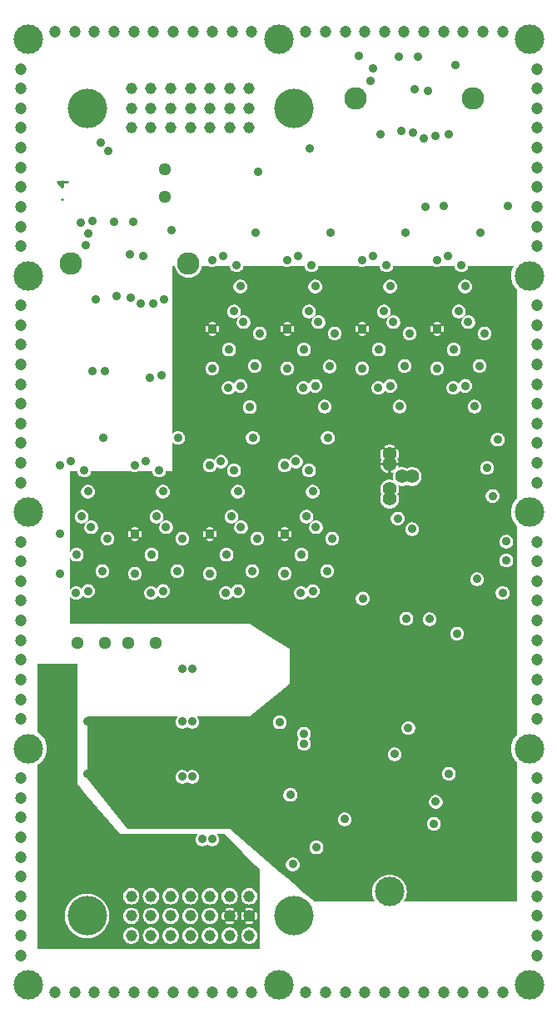
<source format=gbr>
G04 start of page 7 for group 5 idx 5 *
G04 Title: EPTPREAMPS, grounds *
G04 Creator: pcb 1.99z *
G04 CreationDate: Do 09 Apr 2015 07:41:23 GMT UTC *
G04 For: stephan *
G04 Format: Gerber/RS-274X *
G04 PCB-Dimensions (mil): 2952.76 4724.41 *
G04 PCB-Coordinate-Origin: lower left *
%MOIN*%
%FSLAX25Y25*%
%LNGROUNDS*%
%ADD127C,0.0700*%
%ADD126C,0.0236*%
%ADD125C,0.0256*%
%ADD124C,0.0276*%
%ADD123C,0.0240*%
%ADD122C,0.0866*%
%ADD121C,0.0157*%
%ADD120C,0.0512*%
%ADD119C,0.0550*%
%ADD118C,0.0354*%
%ADD117C,0.0553*%
%ADD116C,0.0900*%
%ADD115C,0.1181*%
%ADD114C,0.0472*%
%ADD113C,0.1575*%
%ADD112C,0.0453*%
%ADD111C,0.0098*%
%ADD110C,0.0100*%
%ADD109C,0.0001*%
G54D109*G36*
X237246Y334441D02*X241545D01*
X241346Y334116D01*
X240895Y333028D01*
X240620Y331883D01*
X240528Y330709D01*
X240620Y329536D01*
X240895Y328391D01*
X241346Y327303D01*
X241961Y326299D01*
X242726Y325404D01*
X243000Y325169D01*
Y241761D01*
X242726Y241527D01*
X241961Y240632D01*
X241346Y239628D01*
X240895Y238540D01*
X240620Y237395D01*
X240528Y236221D01*
X240620Y235047D01*
X240895Y233903D01*
X241346Y232815D01*
X241961Y231811D01*
X242726Y230916D01*
X243000Y230681D01*
Y147273D01*
X242726Y147039D01*
X241961Y146143D01*
X241346Y145140D01*
X240895Y144052D01*
X240620Y142907D01*
X240528Y141733D01*
X240620Y140559D01*
X240895Y139414D01*
X241346Y138327D01*
X241961Y137323D01*
X242726Y136427D01*
X243000Y136193D01*
Y80441D01*
X237246D01*
Y201177D01*
X237250Y201177D01*
X237682Y201211D01*
X238104Y201312D01*
X238505Y201478D01*
X238875Y201704D01*
X239205Y201986D01*
X239486Y202316D01*
X239713Y202686D01*
X239879Y203087D01*
X239980Y203508D01*
X240006Y203941D01*
X239980Y204373D01*
X239879Y204795D01*
X239713Y205196D01*
X239486Y205566D01*
X239205Y205896D01*
X238875Y206177D01*
X238505Y206404D01*
X238104Y206570D01*
X237682Y206671D01*
X237250Y206705D01*
X237246Y206705D01*
Y214631D01*
X237495Y214478D01*
X237896Y214312D01*
X238318Y214211D01*
X238750Y214177D01*
X239182Y214211D01*
X239604Y214312D01*
X240005Y214478D01*
X240375Y214704D01*
X240705Y214986D01*
X240986Y215316D01*
X241213Y215686D01*
X241379Y216087D01*
X241480Y216508D01*
X241506Y216941D01*
X241480Y217373D01*
X241379Y217795D01*
X241213Y218196D01*
X240986Y218566D01*
X240705Y218896D01*
X240375Y219177D01*
X240005Y219404D01*
X239604Y219570D01*
X239182Y219671D01*
X238750Y219705D01*
X238318Y219671D01*
X237896Y219570D01*
X237495Y219404D01*
X237246Y219251D01*
Y222131D01*
X237495Y221978D01*
X237896Y221812D01*
X238318Y221711D01*
X238750Y221677D01*
X239182Y221711D01*
X239604Y221812D01*
X240005Y221978D01*
X240375Y222204D01*
X240705Y222486D01*
X240986Y222816D01*
X241213Y223186D01*
X241379Y223587D01*
X241480Y224008D01*
X241506Y224441D01*
X241480Y224873D01*
X241379Y225295D01*
X241213Y225696D01*
X240986Y226066D01*
X240705Y226396D01*
X240375Y226677D01*
X240005Y226904D01*
X239604Y227070D01*
X239182Y227171D01*
X238750Y227205D01*
X238318Y227171D01*
X237896Y227070D01*
X237495Y226904D01*
X237246Y226751D01*
Y263284D01*
X237486Y263566D01*
X237713Y263936D01*
X237879Y264337D01*
X237980Y264758D01*
X238006Y265191D01*
X237980Y265623D01*
X237879Y266045D01*
X237713Y266446D01*
X237486Y266816D01*
X237246Y267098D01*
Y334441D01*
G37*
G36*
X230996D02*X237246D01*
Y267098D01*
X237205Y267146D01*
X236875Y267427D01*
X236505Y267654D01*
X236104Y267820D01*
X235682Y267921D01*
X235250Y267955D01*
X234818Y267921D01*
X234396Y267820D01*
X233995Y267654D01*
X233625Y267427D01*
X233295Y267146D01*
X233014Y266816D01*
X232787Y266446D01*
X232621Y266045D01*
X232520Y265623D01*
X232486Y265191D01*
X232520Y264758D01*
X232621Y264337D01*
X232787Y263936D01*
X233014Y263566D01*
X233295Y263236D01*
X233625Y262954D01*
X233995Y262728D01*
X234396Y262562D01*
X234818Y262461D01*
X235250Y262427D01*
X235682Y262461D01*
X236104Y262562D01*
X236505Y262728D01*
X236875Y262954D01*
X237205Y263236D01*
X237246Y263284D01*
Y226751D01*
X237125Y226677D01*
X236795Y226396D01*
X236514Y226066D01*
X236287Y225696D01*
X236121Y225295D01*
X236020Y224873D01*
X235986Y224441D01*
X236020Y224008D01*
X236121Y223587D01*
X236287Y223186D01*
X236514Y222816D01*
X236795Y222486D01*
X237125Y222204D01*
X237246Y222131D01*
Y219251D01*
X237125Y219177D01*
X236795Y218896D01*
X236514Y218566D01*
X236287Y218196D01*
X236121Y217795D01*
X236020Y217373D01*
X235986Y216941D01*
X236020Y216508D01*
X236121Y216087D01*
X236287Y215686D01*
X236514Y215316D01*
X236795Y214986D01*
X237125Y214704D01*
X237246Y214631D01*
Y206705D01*
X236818Y206671D01*
X236396Y206570D01*
X235995Y206404D01*
X235625Y206177D01*
X235295Y205896D01*
X235014Y205566D01*
X234787Y205196D01*
X234621Y204795D01*
X234520Y204373D01*
X234486Y203941D01*
X234520Y203508D01*
X234621Y203087D01*
X234787Y202686D01*
X235014Y202316D01*
X235295Y201986D01*
X235625Y201704D01*
X235995Y201478D01*
X236396Y201312D01*
X236818Y201211D01*
X237246Y201177D01*
Y80441D01*
X230996D01*
Y241095D01*
X231014Y241066D01*
X231295Y240736D01*
X231625Y240454D01*
X231995Y240228D01*
X232396Y240062D01*
X232818Y239961D01*
X233250Y239927D01*
X233682Y239961D01*
X234104Y240062D01*
X234505Y240228D01*
X234875Y240454D01*
X235205Y240736D01*
X235486Y241066D01*
X235713Y241436D01*
X235879Y241837D01*
X235980Y242258D01*
X236006Y242691D01*
X235980Y243123D01*
X235879Y243545D01*
X235713Y243946D01*
X235486Y244316D01*
X235205Y244646D01*
X234875Y244927D01*
X234505Y245154D01*
X234104Y245320D01*
X233682Y245421D01*
X233250Y245455D01*
X232818Y245421D01*
X232396Y245320D01*
X231995Y245154D01*
X231625Y244927D01*
X231295Y244646D01*
X231014Y244316D01*
X230996Y244287D01*
Y251177D01*
X231000Y251177D01*
X231432Y251211D01*
X231854Y251312D01*
X232255Y251478D01*
X232625Y251704D01*
X232955Y251986D01*
X233236Y252316D01*
X233463Y252686D01*
X233629Y253087D01*
X233730Y253508D01*
X233756Y253941D01*
X233730Y254373D01*
X233629Y254795D01*
X233463Y255196D01*
X233236Y255566D01*
X232955Y255896D01*
X232625Y256177D01*
X232255Y256404D01*
X231854Y256570D01*
X231432Y256671D01*
X231000Y256705D01*
X230996Y256705D01*
Y305120D01*
X231255Y305228D01*
X231625Y305454D01*
X231955Y305736D01*
X232236Y306066D01*
X232463Y306436D01*
X232629Y306837D01*
X232730Y307258D01*
X232756Y307691D01*
X232730Y308123D01*
X232629Y308545D01*
X232463Y308946D01*
X232236Y309316D01*
X231955Y309646D01*
X231625Y309927D01*
X231255Y310154D01*
X230996Y310261D01*
Y334441D01*
G37*
G36*
X226996D02*X230996D01*
Y310261D01*
X230854Y310320D01*
X230432Y310421D01*
X230000Y310455D01*
X229568Y310421D01*
X229146Y310320D01*
X228745Y310154D01*
X228375Y309927D01*
X228045Y309646D01*
X227764Y309316D01*
X227537Y308946D01*
X227371Y308545D01*
X227270Y308123D01*
X227236Y307691D01*
X227270Y307258D01*
X227371Y306837D01*
X227537Y306436D01*
X227764Y306066D01*
X228045Y305736D01*
X228375Y305454D01*
X228745Y305228D01*
X229146Y305062D01*
X229568Y304961D01*
X230000Y304927D01*
X230432Y304961D01*
X230854Y305062D01*
X230996Y305120D01*
Y256705D01*
X230568Y256671D01*
X230146Y256570D01*
X229745Y256404D01*
X229375Y256177D01*
X229045Y255896D01*
X228764Y255566D01*
X228537Y255196D01*
X228371Y254795D01*
X228270Y254373D01*
X228236Y253941D01*
X228270Y253508D01*
X228371Y253087D01*
X228537Y252686D01*
X228764Y252316D01*
X229045Y251986D01*
X229375Y251704D01*
X229745Y251478D01*
X230146Y251312D01*
X230568Y251211D01*
X230996Y251177D01*
Y244287D01*
X230787Y243946D01*
X230621Y243545D01*
X230520Y243123D01*
X230486Y242691D01*
X230520Y242258D01*
X230621Y241837D01*
X230787Y241436D01*
X230996Y241095D01*
Y80441D01*
X226996D01*
Y206677D01*
X227000Y206677D01*
X227432Y206711D01*
X227854Y206812D01*
X228255Y206978D01*
X228625Y207204D01*
X228955Y207486D01*
X229236Y207816D01*
X229463Y208186D01*
X229629Y208587D01*
X229730Y209008D01*
X229756Y209441D01*
X229730Y209873D01*
X229629Y210295D01*
X229463Y210696D01*
X229236Y211066D01*
X228955Y211396D01*
X228625Y211677D01*
X228255Y211904D01*
X227854Y212070D01*
X227432Y212171D01*
X227000Y212205D01*
X226996Y212205D01*
Y275870D01*
X227255Y275978D01*
X227625Y276204D01*
X227955Y276486D01*
X228236Y276816D01*
X228463Y277186D01*
X228629Y277587D01*
X228730Y278008D01*
X228756Y278441D01*
X228730Y278873D01*
X228629Y279295D01*
X228463Y279696D01*
X228236Y280066D01*
X227955Y280396D01*
X227625Y280677D01*
X227255Y280904D01*
X226996Y281011D01*
Y292124D01*
X227146Y292062D01*
X227568Y291961D01*
X228000Y291927D01*
X228432Y291961D01*
X228854Y292062D01*
X229255Y292228D01*
X229625Y292454D01*
X229955Y292736D01*
X230236Y293066D01*
X230463Y293436D01*
X230629Y293837D01*
X230730Y294258D01*
X230756Y294691D01*
X230730Y295123D01*
X230629Y295545D01*
X230463Y295946D01*
X230236Y296316D01*
X229955Y296646D01*
X229625Y296927D01*
X229255Y297154D01*
X228854Y297320D01*
X228432Y297421D01*
X228000Y297455D01*
X227568Y297421D01*
X227146Y297320D01*
X226996Y297258D01*
Y334441D01*
G37*
G36*
X222246Y332625D02*X222375Y332704D01*
X222705Y332986D01*
X222986Y333316D01*
X223213Y333686D01*
X223379Y334087D01*
X223464Y334441D01*
X226996D01*
Y297258D01*
X226745Y297154D01*
X226375Y296927D01*
X226045Y296646D01*
X225764Y296316D01*
X225537Y295946D01*
X225371Y295545D01*
X225270Y295123D01*
X225236Y294691D01*
X225270Y294258D01*
X225371Y293837D01*
X225537Y293436D01*
X225764Y293066D01*
X226045Y292736D01*
X226375Y292454D01*
X226745Y292228D01*
X226996Y292124D01*
Y281011D01*
X226854Y281070D01*
X226432Y281171D01*
X226000Y281205D01*
X225568Y281171D01*
X225146Y281070D01*
X224745Y280904D01*
X224375Y280677D01*
X224045Y280396D01*
X223764Y280066D01*
X223537Y279696D01*
X223371Y279295D01*
X223270Y278873D01*
X223236Y278441D01*
X223270Y278008D01*
X223371Y277587D01*
X223537Y277186D01*
X223764Y276816D01*
X224045Y276486D01*
X224375Y276204D01*
X224745Y275978D01*
X225146Y275812D01*
X225568Y275711D01*
X226000Y275677D01*
X226432Y275711D01*
X226854Y275812D01*
X226996Y275870D01*
Y212205D01*
X226568Y212171D01*
X226146Y212070D01*
X225745Y211904D01*
X225375Y211677D01*
X225045Y211396D01*
X224764Y211066D01*
X224537Y210696D01*
X224371Y210295D01*
X224270Y209873D01*
X224236Y209441D01*
X224270Y209008D01*
X224371Y208587D01*
X224537Y208186D01*
X224764Y207816D01*
X225045Y207486D01*
X225375Y207204D01*
X225745Y206978D01*
X226146Y206812D01*
X226568Y206711D01*
X226996Y206677D01*
Y80441D01*
X222246D01*
Y283927D01*
X222250Y283927D01*
X222682Y283961D01*
X223104Y284062D01*
X223505Y284228D01*
X223875Y284454D01*
X224205Y284736D01*
X224486Y285066D01*
X224713Y285436D01*
X224879Y285837D01*
X224980Y286258D01*
X225006Y286691D01*
X224980Y287123D01*
X224879Y287545D01*
X224713Y287946D01*
X224486Y288316D01*
X224205Y288646D01*
X223875Y288927D01*
X223505Y289154D01*
X223104Y289320D01*
X222682Y289421D01*
X222250Y289455D01*
X222246Y289455D01*
Y309728D01*
X222646Y309562D01*
X223068Y309461D01*
X223500Y309427D01*
X223932Y309461D01*
X224354Y309562D01*
X224755Y309728D01*
X225125Y309954D01*
X225455Y310236D01*
X225736Y310566D01*
X225963Y310936D01*
X226129Y311337D01*
X226230Y311758D01*
X226256Y312191D01*
X226230Y312623D01*
X226129Y313045D01*
X225963Y313446D01*
X225736Y313816D01*
X225455Y314146D01*
X225125Y314427D01*
X224755Y314654D01*
X224354Y314820D01*
X223932Y314921D01*
X223500Y314955D01*
X223068Y314921D01*
X222646Y314820D01*
X222246Y314654D01*
Y315265D01*
X222379Y315587D01*
X222480Y316008D01*
X222506Y316441D01*
X222480Y316873D01*
X222379Y317295D01*
X222246Y317617D01*
Y323677D01*
X222250Y323677D01*
X222682Y323711D01*
X223104Y323812D01*
X223505Y323978D01*
X223875Y324204D01*
X224205Y324486D01*
X224486Y324816D01*
X224713Y325186D01*
X224879Y325587D01*
X224980Y326008D01*
X225006Y326441D01*
X224980Y326873D01*
X224879Y327295D01*
X224713Y327696D01*
X224486Y328066D01*
X224205Y328396D01*
X223875Y328677D01*
X223505Y328904D01*
X223104Y329070D01*
X222682Y329171D01*
X222250Y329205D01*
X222246Y329205D01*
Y332625D01*
G37*
G36*
Y289455D02*X221818Y289421D01*
X221396Y289320D01*
X220995Y289154D01*
X220625Y288927D01*
X220295Y288646D01*
X220014Y288316D01*
X219787Y287946D01*
X219664Y287650D01*
X219455Y287896D01*
X219125Y288177D01*
X218996Y288257D01*
Y298724D01*
X219005Y298728D01*
X219375Y298954D01*
X219705Y299236D01*
X219986Y299566D01*
X220213Y299936D01*
X220379Y300337D01*
X220480Y300758D01*
X220506Y301191D01*
X220480Y301623D01*
X220379Y302045D01*
X220213Y302446D01*
X219986Y302816D01*
X219705Y303146D01*
X219375Y303427D01*
X219005Y303654D01*
X218996Y303658D01*
Y313788D01*
X219318Y313711D01*
X219750Y313677D01*
X220182Y313711D01*
X220604Y313812D01*
X221005Y313978D01*
X221375Y314204D01*
X221705Y314486D01*
X221986Y314816D01*
X222213Y315186D01*
X222246Y315265D01*
Y314654D01*
X222245Y314654D01*
X221875Y314427D01*
X221545Y314146D01*
X221264Y313816D01*
X221037Y313446D01*
X220871Y313045D01*
X220770Y312623D01*
X220736Y312191D01*
X220770Y311758D01*
X220871Y311337D01*
X221037Y310936D01*
X221264Y310566D01*
X221545Y310236D01*
X221875Y309954D01*
X222245Y309728D01*
X222246Y309728D01*
Y289455D01*
G37*
G36*
Y80441D02*X218996D01*
Y184927D01*
X219000Y184927D01*
X219432Y184961D01*
X219854Y185062D01*
X220255Y185228D01*
X220625Y185454D01*
X220955Y185736D01*
X221236Y186066D01*
X221463Y186436D01*
X221629Y186837D01*
X221730Y187258D01*
X221756Y187691D01*
X221730Y188123D01*
X221629Y188545D01*
X221463Y188946D01*
X221236Y189316D01*
X220955Y189646D01*
X220625Y189927D01*
X220255Y190154D01*
X219854Y190320D01*
X219432Y190421D01*
X219000Y190455D01*
X218996Y190455D01*
Y283625D01*
X219125Y283704D01*
X219455Y283986D01*
X219736Y284316D01*
X219963Y284686D01*
X220086Y284982D01*
X220295Y284736D01*
X220625Y284454D01*
X220995Y284228D01*
X221396Y284062D01*
X221818Y283961D01*
X222246Y283927D01*
Y80441D01*
G37*
G36*
X218996Y332815D02*X219125Y332704D01*
X219495Y332478D01*
X219896Y332312D01*
X220318Y332211D01*
X220750Y332177D01*
X221182Y332211D01*
X221604Y332312D01*
X222005Y332478D01*
X222246Y332625D01*
Y329205D01*
X221818Y329171D01*
X221396Y329070D01*
X220995Y328904D01*
X220625Y328677D01*
X220295Y328396D01*
X220014Y328066D01*
X219787Y327696D01*
X219621Y327295D01*
X219520Y326873D01*
X219486Y326441D01*
X219520Y326008D01*
X219621Y325587D01*
X219787Y325186D01*
X220014Y324816D01*
X220295Y324486D01*
X220625Y324204D01*
X220995Y323978D01*
X221396Y323812D01*
X221818Y323711D01*
X222246Y323677D01*
Y317617D01*
X222213Y317696D01*
X221986Y318066D01*
X221705Y318396D01*
X221375Y318677D01*
X221005Y318904D01*
X220604Y319070D01*
X220182Y319171D01*
X219750Y319205D01*
X219318Y319171D01*
X218996Y319094D01*
Y332815D01*
G37*
G36*
Y288257D02*X218755Y288404D01*
X218354Y288570D01*
X217932Y288671D01*
X217500Y288705D01*
X217068Y288671D01*
X216646Y288570D01*
X216245Y288404D01*
X215875Y288177D01*
X215746Y288067D01*
Y299294D01*
X215795Y299236D01*
X216125Y298954D01*
X216495Y298728D01*
X216896Y298562D01*
X217318Y298461D01*
X217750Y298427D01*
X218182Y298461D01*
X218604Y298562D01*
X218996Y298724D01*
Y288257D01*
G37*
G36*
Y80441D02*X215746D01*
Y128927D01*
X215750Y128927D01*
X216182Y128961D01*
X216604Y129062D01*
X217005Y129228D01*
X217375Y129454D01*
X217705Y129736D01*
X217986Y130066D01*
X218213Y130436D01*
X218379Y130837D01*
X218480Y131258D01*
X218506Y131691D01*
X218480Y132123D01*
X218379Y132545D01*
X218213Y132946D01*
X217986Y133316D01*
X217705Y133646D01*
X217375Y133927D01*
X217005Y134154D01*
X216604Y134320D01*
X216182Y134421D01*
X215750Y134455D01*
X215746Y134455D01*
Y283815D01*
X215875Y283704D01*
X216245Y283478D01*
X216646Y283312D01*
X217068Y283211D01*
X217500Y283177D01*
X217932Y283211D01*
X218354Y283312D01*
X218755Y283478D01*
X218996Y283625D01*
Y190455D01*
X218568Y190421D01*
X218146Y190320D01*
X217745Y190154D01*
X217375Y189927D01*
X217045Y189646D01*
X216764Y189316D01*
X216537Y188946D01*
X216371Y188545D01*
X216270Y188123D01*
X216236Y187691D01*
X216270Y187258D01*
X216371Y186837D01*
X216537Y186436D01*
X216764Y186066D01*
X217045Y185736D01*
X217375Y185454D01*
X217745Y185228D01*
X218146Y185062D01*
X218568Y184961D01*
X218996Y184927D01*
Y80441D01*
G37*
G36*
X215746Y334441D02*X218036D01*
X218121Y334087D01*
X218287Y333686D01*
X218514Y333316D01*
X218795Y332986D01*
X218996Y332815D01*
Y319094D01*
X218896Y319070D01*
X218495Y318904D01*
X218125Y318677D01*
X217795Y318396D01*
X217514Y318066D01*
X217287Y317696D01*
X217121Y317295D01*
X217020Y316873D01*
X216986Y316441D01*
X217020Y316008D01*
X217121Y315587D01*
X217287Y315186D01*
X217514Y314816D01*
X217795Y314486D01*
X218125Y314204D01*
X218495Y313978D01*
X218896Y313812D01*
X218996Y313788D01*
Y303658D01*
X218604Y303820D01*
X218182Y303921D01*
X217750Y303955D01*
X217318Y303921D01*
X216896Y303820D01*
X216495Y303654D01*
X216125Y303427D01*
X215795Y303146D01*
X215746Y303088D01*
Y334441D01*
G37*
G36*
X213195Y130658D02*X213287Y130436D01*
X213514Y130066D01*
X213795Y129736D01*
X214125Y129454D01*
X214495Y129228D01*
X214896Y129062D01*
X215318Y128961D01*
X215746Y128927D01*
Y80441D01*
X213195D01*
Y119860D01*
X213230Y120008D01*
X213256Y120441D01*
X213230Y120873D01*
X213195Y121022D01*
Y130658D01*
G37*
G36*
Y334441D02*X215746D01*
Y303088D01*
X215514Y302816D01*
X215287Y302446D01*
X215121Y302045D01*
X215020Y301623D01*
X214986Y301191D01*
X215020Y300758D01*
X215121Y300337D01*
X215287Y299936D01*
X215514Y299566D01*
X215746Y299294D01*
Y288067D01*
X215545Y287896D01*
X215264Y287566D01*
X215037Y287196D01*
X214871Y286795D01*
X214770Y286373D01*
X214736Y285941D01*
X214770Y285508D01*
X214871Y285087D01*
X215037Y284686D01*
X215264Y284316D01*
X215545Y283986D01*
X215746Y283815D01*
Y134455D01*
X215318Y134421D01*
X214896Y134320D01*
X214495Y134154D01*
X214125Y133927D01*
X213795Y133646D01*
X213514Y133316D01*
X213287Y132946D01*
X213195Y132724D01*
Y292017D01*
X213236Y292066D01*
X213463Y292436D01*
X213629Y292837D01*
X213730Y293258D01*
X213756Y293691D01*
X213730Y294123D01*
X213629Y294545D01*
X213463Y294946D01*
X213236Y295316D01*
X213195Y295365D01*
Y308175D01*
X213261Y308189D01*
X213334Y308216D01*
X213401Y308254D01*
X213462Y308302D01*
X213515Y308359D01*
X213557Y308423D01*
X213588Y308494D01*
X213664Y308724D01*
X213716Y308960D01*
X213748Y309199D01*
X213759Y309441D01*
X213748Y309682D01*
X213716Y309922D01*
X213664Y310158D01*
X213591Y310388D01*
X213559Y310459D01*
X213516Y310524D01*
X213463Y310581D01*
X213402Y310630D01*
X213335Y310668D01*
X213262Y310695D01*
X213195Y310708D01*
Y334441D01*
G37*
G36*
Y80441D02*X209746D01*
Y108927D01*
X209750Y108927D01*
X210182Y108961D01*
X210604Y109062D01*
X211005Y109228D01*
X211375Y109454D01*
X211705Y109736D01*
X211986Y110066D01*
X212213Y110436D01*
X212379Y110837D01*
X212480Y111258D01*
X212506Y111691D01*
X212480Y112123D01*
X212379Y112545D01*
X212213Y112946D01*
X211986Y113316D01*
X211705Y113646D01*
X211375Y113927D01*
X211005Y114154D01*
X210604Y114320D01*
X210182Y114421D01*
X209750Y114455D01*
X209746Y114455D01*
Y117788D01*
X210068Y117711D01*
X210500Y117677D01*
X210932Y117711D01*
X211354Y117812D01*
X211755Y117978D01*
X212125Y118204D01*
X212455Y118486D01*
X212736Y118816D01*
X212963Y119186D01*
X213129Y119587D01*
X213195Y119860D01*
Y80441D01*
G37*
G36*
Y132724D02*X213121Y132545D01*
X213020Y132123D01*
X212986Y131691D01*
X213020Y131258D01*
X213121Y130837D01*
X213195Y130658D01*
Y121022D01*
X213129Y121295D01*
X212963Y121696D01*
X212736Y122066D01*
X212455Y122396D01*
X212125Y122677D01*
X211755Y122904D01*
X211354Y123070D01*
X210932Y123171D01*
X210500Y123205D01*
X210068Y123171D01*
X209746Y123094D01*
Y191308D01*
X209955Y191486D01*
X210236Y191816D01*
X210463Y192186D01*
X210629Y192587D01*
X210730Y193008D01*
X210756Y193441D01*
X210730Y193873D01*
X210629Y194295D01*
X210463Y194696D01*
X210236Y195066D01*
X209955Y195396D01*
X209746Y195574D01*
Y291228D01*
X210146Y291062D01*
X210568Y290961D01*
X211000Y290927D01*
X211432Y290961D01*
X211854Y291062D01*
X212255Y291228D01*
X212625Y291454D01*
X212955Y291736D01*
X213195Y292017D01*
Y132724D01*
G37*
G36*
X209746Y334441D02*X209834D01*
X210146Y334312D01*
X210568Y334211D01*
X211000Y334177D01*
X211432Y334211D01*
X211854Y334312D01*
X212166Y334441D01*
X213195D01*
Y310708D01*
X213186Y310710D01*
X213108Y310714D01*
X213031Y310705D01*
X212956Y310684D01*
X212885Y310651D01*
X212820Y310608D01*
X212763Y310556D01*
X212715Y310495D01*
X212677Y310427D01*
X212650Y310354D01*
X212634Y310278D01*
X212631Y310200D01*
X212640Y310123D01*
X212662Y310049D01*
X212711Y309901D01*
X212744Y309750D01*
X212765Y309596D01*
X212772Y309441D01*
X212765Y309286D01*
X212744Y309132D01*
X212711Y308980D01*
X212664Y308832D01*
X212642Y308758D01*
X212633Y308681D01*
X212636Y308604D01*
X212651Y308528D01*
X212678Y308455D01*
X212716Y308388D01*
X212765Y308327D01*
X212822Y308275D01*
X212886Y308232D01*
X212956Y308200D01*
X213031Y308179D01*
X213108Y308170D01*
X213185Y308173D01*
X213195Y308175D01*
Y295365D01*
X212955Y295646D01*
X212625Y295927D01*
X212255Y296154D01*
X211854Y296320D01*
X211432Y296421D01*
X211000Y296455D01*
X210568Y296421D01*
X210146Y296320D01*
X209746Y296154D01*
Y307189D01*
X209748Y307180D01*
X209775Y307107D01*
X209813Y307039D01*
X209861Y306979D01*
X209918Y306926D01*
X209982Y306884D01*
X210053Y306853D01*
X210283Y306777D01*
X210519Y306725D01*
X210759Y306693D01*
X211000Y306682D01*
X211241Y306693D01*
X211481Y306725D01*
X211717Y306777D01*
X211947Y306850D01*
X212018Y306882D01*
X212083Y306925D01*
X212140Y306978D01*
X212189Y307039D01*
X212227Y307106D01*
X212254Y307179D01*
X212269Y307255D01*
X212273Y307333D01*
X212264Y307410D01*
X212243Y307485D01*
X212210Y307556D01*
X212167Y307620D01*
X212115Y307678D01*
X212054Y307726D01*
X211986Y307764D01*
X211913Y307791D01*
X211837Y307807D01*
X211759Y307810D01*
X211682Y307801D01*
X211608Y307779D01*
X211461Y307730D01*
X211309Y307696D01*
X211155Y307676D01*
X211000Y307669D01*
X210845Y307676D01*
X210691Y307696D01*
X210539Y307730D01*
X210391Y307777D01*
X210317Y307799D01*
X210240Y307808D01*
X210163Y307805D01*
X210087Y307790D01*
X210015Y307763D01*
X209947Y307725D01*
X209886Y307676D01*
X209834Y307619D01*
X209791Y307555D01*
X209759Y307484D01*
X209746Y307438D01*
Y311438D01*
X209757Y311397D01*
X209790Y311326D01*
X209833Y311261D01*
X209885Y311204D01*
X209946Y311156D01*
X210014Y311118D01*
X210087Y311091D01*
X210163Y311075D01*
X210241Y311072D01*
X210318Y311081D01*
X210392Y311103D01*
X210539Y311152D01*
X210691Y311185D01*
X210845Y311206D01*
X211000Y311213D01*
X211155Y311206D01*
X211309Y311185D01*
X211461Y311152D01*
X211609Y311105D01*
X211683Y311083D01*
X211760Y311074D01*
X211837Y311077D01*
X211913Y311092D01*
X211985Y311119D01*
X212053Y311157D01*
X212114Y311205D01*
X212166Y311262D01*
X212209Y311327D01*
X212241Y311397D01*
X212262Y311472D01*
X212271Y311549D01*
X212268Y311626D01*
X212252Y311702D01*
X212225Y311775D01*
X212187Y311842D01*
X212139Y311903D01*
X212082Y311956D01*
X212018Y311998D01*
X211947Y312029D01*
X211717Y312105D01*
X211481Y312157D01*
X211241Y312189D01*
X211000Y312200D01*
X210759Y312189D01*
X210519Y312157D01*
X210283Y312105D01*
X210052Y312032D01*
X209982Y312000D01*
X209917Y311957D01*
X209860Y311904D01*
X209811Y311843D01*
X209773Y311776D01*
X209746Y311703D01*
X209746Y311701D01*
Y334441D01*
G37*
G36*
X208805Y109099D02*X208896Y109062D01*
X209318Y108961D01*
X209746Y108927D01*
Y80441D01*
X208805D01*
Y109099D01*
G37*
G36*
Y118264D02*X208875Y118204D01*
X209245Y117978D01*
X209646Y117812D01*
X209746Y117788D01*
Y114455D01*
X209318Y114421D01*
X208896Y114320D01*
X208805Y114283D01*
Y118264D01*
G37*
G36*
Y190800D02*X208854Y190812D01*
X209255Y190978D01*
X209625Y191204D01*
X209746Y191308D01*
Y123094D01*
X209646Y123070D01*
X209245Y122904D01*
X208875Y122677D01*
X208805Y122618D01*
Y190800D01*
G37*
G36*
Y292017D02*X209045Y291736D01*
X209375Y291454D01*
X209745Y291228D01*
X209746Y291228D01*
Y195574D01*
X209625Y195677D01*
X209255Y195904D01*
X208854Y196070D01*
X208805Y196082D01*
Y292017D01*
G37*
G36*
Y334441D02*X209746D01*
Y311701D01*
X209731Y311627D01*
X209727Y311549D01*
X209736Y311472D01*
X209746Y311438D01*
Y307438D01*
X209738Y307410D01*
X209729Y307333D01*
X209732Y307255D01*
X209746Y307189D01*
Y296154D01*
X209745Y296154D01*
X209375Y295927D01*
X209045Y295646D01*
X208805Y295365D01*
Y308173D01*
X208814Y308172D01*
X208892Y308168D01*
X208969Y308177D01*
X209044Y308198D01*
X209115Y308231D01*
X209180Y308274D01*
X209237Y308326D01*
X209285Y308387D01*
X209323Y308455D01*
X209350Y308528D01*
X209366Y308604D01*
X209369Y308681D01*
X209360Y308759D01*
X209338Y308833D01*
X209289Y308980D01*
X209255Y309132D01*
X209235Y309286D01*
X209228Y309441D01*
X209235Y309596D01*
X209255Y309750D01*
X209289Y309901D01*
X209336Y310049D01*
X209358Y310124D01*
X209367Y310201D01*
X209364Y310278D01*
X209349Y310354D01*
X209322Y310426D01*
X209284Y310494D01*
X209235Y310555D01*
X209178Y310607D01*
X209114Y310650D01*
X209043Y310682D01*
X208969Y310703D01*
X208892Y310712D01*
X208815Y310709D01*
X208805Y310707D01*
Y334441D01*
G37*
G36*
X199496D02*X208805D01*
Y310707D01*
X208739Y310693D01*
X208666Y310666D01*
X208599Y310628D01*
X208538Y310580D01*
X208485Y310523D01*
X208443Y310458D01*
X208412Y310388D01*
X208336Y310158D01*
X208284Y309922D01*
X208252Y309682D01*
X208241Y309441D01*
X208252Y309199D01*
X208284Y308960D01*
X208336Y308724D01*
X208409Y308493D01*
X208441Y308423D01*
X208484Y308358D01*
X208537Y308301D01*
X208598Y308252D01*
X208665Y308214D01*
X208738Y308187D01*
X208805Y308173D01*
Y295365D01*
X208764Y295316D01*
X208537Y294946D01*
X208371Y294545D01*
X208270Y294123D01*
X208236Y293691D01*
X208270Y293258D01*
X208371Y292837D01*
X208537Y292436D01*
X208764Y292066D01*
X208805Y292017D01*
Y196082D01*
X208432Y196171D01*
X208000Y196205D01*
X207568Y196171D01*
X207146Y196070D01*
X206745Y195904D01*
X206375Y195677D01*
X206045Y195396D01*
X205764Y195066D01*
X205537Y194696D01*
X205371Y194295D01*
X205270Y193873D01*
X205236Y193441D01*
X205270Y193008D01*
X205371Y192587D01*
X205537Y192186D01*
X205764Y191816D01*
X206045Y191486D01*
X206375Y191204D01*
X206745Y190978D01*
X207146Y190812D01*
X207568Y190711D01*
X208000Y190677D01*
X208432Y190711D01*
X208805Y190800D01*
Y122618D01*
X208545Y122396D01*
X208264Y122066D01*
X208037Y121696D01*
X207871Y121295D01*
X207770Y120873D01*
X207736Y120441D01*
X207770Y120008D01*
X207871Y119587D01*
X208037Y119186D01*
X208264Y118816D01*
X208545Y118486D01*
X208805Y118264D01*
Y114283D01*
X208495Y114154D01*
X208125Y113927D01*
X207795Y113646D01*
X207514Y113316D01*
X207287Y112946D01*
X207121Y112545D01*
X207020Y112123D01*
X206986Y111691D01*
X207020Y111258D01*
X207121Y110837D01*
X207287Y110436D01*
X207514Y110066D01*
X207795Y109736D01*
X208125Y109454D01*
X208495Y109228D01*
X208805Y109099D01*
Y80441D01*
X199496D01*
Y147177D01*
X199500Y147177D01*
X199932Y147211D01*
X200354Y147312D01*
X200755Y147478D01*
X201125Y147704D01*
X201455Y147986D01*
X201736Y148316D01*
X201963Y148686D01*
X202129Y149087D01*
X202230Y149508D01*
X202256Y149941D01*
X202230Y150373D01*
X202129Y150795D01*
X201963Y151196D01*
X201736Y151566D01*
X201455Y151896D01*
X201125Y152177D01*
X200755Y152404D01*
X200354Y152570D01*
X199932Y152671D01*
X199500Y152705D01*
X199496Y152705D01*
Y191036D01*
X199604Y191062D01*
X200005Y191228D01*
X200375Y191454D01*
X200705Y191736D01*
X200986Y192066D01*
X201213Y192436D01*
X201379Y192837D01*
X201480Y193258D01*
X201506Y193691D01*
X201480Y194123D01*
X201379Y194545D01*
X201213Y194946D01*
X200986Y195316D01*
X200705Y195646D01*
X200375Y195927D01*
X200005Y196154D01*
X199604Y196320D01*
X199496Y196346D01*
Y227131D01*
X199745Y226978D01*
X200146Y226812D01*
X200568Y226711D01*
X201000Y226677D01*
X201432Y226711D01*
X201854Y226812D01*
X202255Y226978D01*
X202625Y227204D01*
X202955Y227486D01*
X203236Y227816D01*
X203463Y228186D01*
X203629Y228587D01*
X203730Y229008D01*
X203756Y229441D01*
X203730Y229873D01*
X203629Y230295D01*
X203463Y230696D01*
X203236Y231066D01*
X202955Y231396D01*
X202625Y231677D01*
X202255Y231904D01*
X201854Y232070D01*
X201432Y232171D01*
X201000Y232205D01*
X200568Y232171D01*
X200146Y232070D01*
X199745Y231904D01*
X199496Y231751D01*
Y247005D01*
X199838Y246863D01*
X200412Y246726D01*
X201000Y246679D01*
X201588Y246726D01*
X202162Y246863D01*
X202708Y247089D01*
X203211Y247398D01*
X203660Y247781D01*
X204043Y248230D01*
X204352Y248733D01*
X204577Y249279D01*
X204715Y249853D01*
X204750Y250441D01*
X204715Y251029D01*
X204577Y251603D01*
X204352Y252149D01*
X204043Y252652D01*
X203660Y253101D01*
X203211Y253484D01*
X202708Y253793D01*
X202162Y254018D01*
X201588Y254156D01*
X201000Y254203D01*
X200412Y254156D01*
X199838Y254018D01*
X199496Y253877D01*
Y292375D01*
X199625Y292454D01*
X199955Y292736D01*
X200236Y293066D01*
X200463Y293436D01*
X200629Y293837D01*
X200730Y294258D01*
X200756Y294691D01*
X200730Y295123D01*
X200629Y295545D01*
X200463Y295946D01*
X200236Y296316D01*
X199955Y296646D01*
X199625Y296927D01*
X199496Y297007D01*
Y304978D01*
X199568Y304961D01*
X200000Y304927D01*
X200432Y304961D01*
X200854Y305062D01*
X201255Y305228D01*
X201625Y305454D01*
X201955Y305736D01*
X202236Y306066D01*
X202463Y306436D01*
X202629Y306837D01*
X202730Y307258D01*
X202756Y307691D01*
X202730Y308123D01*
X202629Y308545D01*
X202463Y308946D01*
X202236Y309316D01*
X201955Y309646D01*
X201625Y309927D01*
X201255Y310154D01*
X200854Y310320D01*
X200432Y310421D01*
X200000Y310455D01*
X199568Y310421D01*
X199496Y310404D01*
Y334441D01*
G37*
G36*
X193996Y238266D02*X194211Y238398D01*
X194660Y238781D01*
X195043Y239230D01*
X195352Y239733D01*
X195577Y240279D01*
X195715Y240853D01*
X195750Y241441D01*
X195715Y242029D01*
X195577Y242603D01*
X195352Y243149D01*
X195171Y243443D01*
X195350Y243734D01*
X195576Y244279D01*
X195713Y244853D01*
X195748Y245441D01*
X195713Y246029D01*
X195576Y246603D01*
X195390Y247051D01*
X195838Y246865D01*
X196412Y246728D01*
X197000Y246681D01*
X197588Y246728D01*
X198162Y246865D01*
X198707Y247091D01*
X198998Y247270D01*
X199292Y247089D01*
X199496Y247005D01*
Y231751D01*
X199375Y231677D01*
X199045Y231396D01*
X198764Y231066D01*
X198537Y230696D01*
X198371Y230295D01*
X198270Y229873D01*
X198236Y229441D01*
X198270Y229008D01*
X198371Y228587D01*
X198537Y228186D01*
X198764Y227816D01*
X199045Y227486D01*
X199375Y227204D01*
X199496Y227131D01*
Y196346D01*
X199182Y196421D01*
X198750Y196455D01*
X198318Y196421D01*
X197896Y196320D01*
X197495Y196154D01*
X197125Y195927D01*
X196795Y195646D01*
X196514Y195316D01*
X196287Y194946D01*
X196121Y194545D01*
X196020Y194123D01*
X195986Y193691D01*
X196020Y193258D01*
X196121Y192837D01*
X196287Y192436D01*
X196514Y192066D01*
X196795Y191736D01*
X197125Y191454D01*
X197495Y191228D01*
X197896Y191062D01*
X198318Y190961D01*
X198750Y190927D01*
X199182Y190961D01*
X199496Y191036D01*
Y152705D01*
X199068Y152671D01*
X198646Y152570D01*
X198245Y152404D01*
X197875Y152177D01*
X197545Y151896D01*
X197264Y151566D01*
X197037Y151196D01*
X196871Y150795D01*
X196770Y150373D01*
X196736Y149941D01*
X196770Y149508D01*
X196871Y149087D01*
X197037Y148686D01*
X197264Y148316D01*
X197545Y147986D01*
X197875Y147704D01*
X198245Y147478D01*
X198646Y147312D01*
X199068Y147211D01*
X199496Y147177D01*
Y80441D01*
X197648D01*
X198172Y81296D01*
X198588Y82300D01*
X198842Y83357D01*
X198906Y84441D01*
X198842Y85525D01*
X198588Y86581D01*
X198172Y87586D01*
X197604Y88512D01*
X196898Y89339D01*
X196071Y90045D01*
X195145Y90613D01*
X194141Y91029D01*
X193996Y91063D01*
Y136677D01*
X194000Y136677D01*
X194432Y136711D01*
X194854Y136812D01*
X195255Y136978D01*
X195625Y137204D01*
X195955Y137486D01*
X196236Y137816D01*
X196463Y138186D01*
X196629Y138587D01*
X196730Y139008D01*
X196756Y139441D01*
X196730Y139873D01*
X196629Y140295D01*
X196463Y140696D01*
X196236Y141066D01*
X195955Y141396D01*
X195625Y141677D01*
X195255Y141904D01*
X194854Y142070D01*
X194432Y142171D01*
X194000Y142205D01*
X193996Y142205D01*
Y231228D01*
X194396Y231062D01*
X194818Y230961D01*
X195250Y230927D01*
X195682Y230961D01*
X196104Y231062D01*
X196505Y231228D01*
X196875Y231454D01*
X197205Y231736D01*
X197486Y232066D01*
X197713Y232436D01*
X197879Y232837D01*
X197980Y233258D01*
X198006Y233691D01*
X197980Y234123D01*
X197879Y234545D01*
X197713Y234946D01*
X197486Y235316D01*
X197205Y235646D01*
X196875Y235927D01*
X196505Y236154D01*
X196104Y236320D01*
X195682Y236421D01*
X195250Y236455D01*
X194818Y236421D01*
X194396Y236320D01*
X193996Y236154D01*
Y238266D01*
G37*
G36*
Y334441D02*X199496D01*
Y310404D01*
X199146Y310320D01*
X198745Y310154D01*
X198375Y309927D01*
X198045Y309646D01*
X197764Y309316D01*
X197537Y308946D01*
X197371Y308545D01*
X197270Y308123D01*
X197236Y307691D01*
X197270Y307258D01*
X197371Y306837D01*
X197537Y306436D01*
X197764Y306066D01*
X198045Y305736D01*
X198375Y305454D01*
X198745Y305228D01*
X199146Y305062D01*
X199496Y304978D01*
Y297007D01*
X199255Y297154D01*
X198854Y297320D01*
X198432Y297421D01*
X198000Y297455D01*
X197568Y297421D01*
X197146Y297320D01*
X196745Y297154D01*
X196375Y296927D01*
X196045Y296646D01*
X195764Y296316D01*
X195537Y295946D01*
X195371Y295545D01*
X195270Y295123D01*
X195236Y294691D01*
X195270Y294258D01*
X195371Y293837D01*
X195537Y293436D01*
X195764Y293066D01*
X196045Y292736D01*
X196375Y292454D01*
X196745Y292228D01*
X197146Y292062D01*
X197568Y291961D01*
X198000Y291927D01*
X198432Y291961D01*
X198854Y292062D01*
X199255Y292228D01*
X199496Y292375D01*
Y253877D01*
X199292Y253793D01*
X198998Y253612D01*
X198707Y253791D01*
X198162Y254017D01*
X197588Y254154D01*
X197000Y254201D01*
X196412Y254154D01*
X195838Y254017D01*
X195384Y253828D01*
X195470Y254014D01*
X195582Y254324D01*
X195599Y254400D01*
X195605Y254478D01*
X195598Y254555D01*
X195578Y254631D01*
X195548Y254702D01*
X195506Y254768D01*
X195455Y254827D01*
X195395Y254877D01*
X195328Y254916D01*
X195256Y254945D01*
X195180Y254963D01*
X195102Y254968D01*
X195025Y254961D01*
X194949Y254942D01*
X194878Y254911D01*
X194812Y254870D01*
X194753Y254818D01*
X194703Y254759D01*
X194663Y254692D01*
X194636Y254619D01*
X194556Y254390D01*
X194454Y254170D01*
X194333Y253959D01*
X194194Y253760D01*
X194038Y253574D01*
X193996Y253532D01*
Y256515D01*
X193999Y256558D01*
X193996Y256594D01*
Y257350D01*
X194038Y257308D01*
X194194Y257122D01*
X194333Y256923D01*
X194454Y256712D01*
X194556Y256492D01*
X194638Y256264D01*
X194666Y256191D01*
X194705Y256125D01*
X194755Y256065D01*
X194813Y256014D01*
X194879Y255973D01*
X194950Y255943D01*
X195025Y255924D01*
X195102Y255917D01*
X195180Y255922D01*
X195255Y255939D01*
X195327Y255968D01*
X195394Y256007D01*
X195453Y256057D01*
X195504Y256115D01*
X195545Y256181D01*
X195576Y256252D01*
X195595Y256327D01*
X195602Y256404D01*
X195597Y256482D01*
X195578Y256557D01*
X195470Y256868D01*
X195331Y257167D01*
X195167Y257452D01*
X195128Y257509D01*
X195178Y257539D01*
X195239Y257590D01*
X195290Y257649D01*
X195330Y257717D01*
X195483Y258041D01*
X195601Y258380D01*
X195686Y258728D01*
X195737Y259083D01*
X195754Y259441D01*
X195737Y259799D01*
X195686Y260154D01*
X195601Y260502D01*
X195483Y260841D01*
X195334Y261167D01*
X195293Y261234D01*
X195241Y261294D01*
X195180Y261345D01*
X195112Y261386D01*
X195039Y261416D01*
X194962Y261434D01*
X194883Y261440D01*
X194804Y261433D01*
X194727Y261414D01*
X194654Y261383D01*
X194587Y261341D01*
X194527Y261290D01*
X194476Y261229D01*
X194435Y261161D01*
X194405Y261088D01*
X194387Y261011D01*
X194381Y260932D01*
X194388Y260853D01*
X194407Y260776D01*
X194439Y260704D01*
X194552Y260467D01*
X194638Y260218D01*
X194700Y259963D01*
X194737Y259703D01*
X194750Y259441D01*
X194737Y259179D01*
X194700Y258919D01*
X194638Y258663D01*
X194552Y258415D01*
X194478Y258255D01*
X194281Y258419D01*
X194011Y258608D01*
X193996Y258617D01*
Y276544D01*
X194045Y276486D01*
X194375Y276204D01*
X194745Y275978D01*
X195146Y275812D01*
X195568Y275711D01*
X196000Y275677D01*
X196432Y275711D01*
X196854Y275812D01*
X197255Y275978D01*
X197625Y276204D01*
X197955Y276486D01*
X198236Y276816D01*
X198463Y277186D01*
X198629Y277587D01*
X198730Y278008D01*
X198756Y278441D01*
X198730Y278873D01*
X198629Y279295D01*
X198463Y279696D01*
X198236Y280066D01*
X197955Y280396D01*
X197625Y280677D01*
X197255Y280904D01*
X196854Y281070D01*
X196432Y281171D01*
X196000Y281205D01*
X195568Y281171D01*
X195146Y281070D01*
X194745Y280904D01*
X194375Y280677D01*
X194045Y280396D01*
X193996Y280338D01*
Y284558D01*
X194205Y284736D01*
X194486Y285066D01*
X194713Y285436D01*
X194879Y285837D01*
X194980Y286258D01*
X195006Y286691D01*
X194980Y287123D01*
X194879Y287545D01*
X194713Y287946D01*
X194486Y288316D01*
X194205Y288646D01*
X193996Y288824D01*
Y309476D01*
X194354Y309562D01*
X194755Y309728D01*
X195125Y309954D01*
X195455Y310236D01*
X195736Y310566D01*
X195963Y310936D01*
X196129Y311337D01*
X196230Y311758D01*
X196256Y312191D01*
X196230Y312623D01*
X196129Y313045D01*
X195963Y313446D01*
X195736Y313816D01*
X195455Y314146D01*
X195125Y314427D01*
X194755Y314654D01*
X194354Y314820D01*
X193996Y314906D01*
Y324308D01*
X194205Y324486D01*
X194486Y324816D01*
X194713Y325186D01*
X194879Y325587D01*
X194980Y326008D01*
X195006Y326441D01*
X194980Y326873D01*
X194879Y327295D01*
X194713Y327696D01*
X194486Y328066D01*
X194205Y328396D01*
X193996Y328574D01*
Y334441D01*
G37*
G36*
X191998Y137541D02*X192045Y137486D01*
X192375Y137204D01*
X192745Y136978D01*
X193146Y136812D01*
X193568Y136711D01*
X193996Y136677D01*
Y91063D01*
X193084Y91282D01*
X192000Y91368D01*
X191998Y91368D01*
Y137541D01*
G37*
G36*
Y237680D02*X192000Y237679D01*
X192588Y237726D01*
X193162Y237863D01*
X193708Y238089D01*
X193996Y238266D01*
Y236154D01*
X193995Y236154D01*
X193625Y235927D01*
X193295Y235646D01*
X193014Y235316D01*
X192787Y234946D01*
X192621Y234545D01*
X192520Y234123D01*
X192486Y233691D01*
X192520Y233258D01*
X192621Y232837D01*
X192787Y232436D01*
X193014Y232066D01*
X193295Y231736D01*
X193625Y231454D01*
X193995Y231228D01*
X193996Y231228D01*
Y142205D01*
X193568Y142171D01*
X193146Y142070D01*
X192745Y141904D01*
X192375Y141677D01*
X192045Y141396D01*
X191998Y141341D01*
Y237680D01*
G37*
G36*
Y255687D02*X192000Y255687D01*
X192358Y255704D01*
X192713Y255755D01*
X193061Y255840D01*
X193400Y255958D01*
X193726Y256107D01*
X193793Y256148D01*
X193853Y256200D01*
X193904Y256261D01*
X193945Y256329D01*
X193975Y256402D01*
X193993Y256479D01*
X193996Y256515D01*
Y253532D01*
X193867Y253403D01*
X193681Y253247D01*
X193482Y253108D01*
X193271Y252987D01*
X193051Y252885D01*
X192823Y252802D01*
X192750Y252775D01*
X192684Y252735D01*
X192624Y252686D01*
X192573Y252628D01*
X192532Y252562D01*
X192502Y252491D01*
X192483Y252416D01*
X192476Y252339D01*
X192481Y252261D01*
X192498Y252186D01*
X192527Y252114D01*
X192567Y252047D01*
X192616Y251988D01*
X192674Y251937D01*
X192740Y251896D01*
X192811Y251865D01*
X192886Y251846D01*
X192963Y251839D01*
X193041Y251844D01*
X193116Y251863D01*
X193427Y251971D01*
X193613Y252057D01*
X193424Y251603D01*
X193287Y251029D01*
X193240Y250441D01*
X193287Y249853D01*
X193424Y249279D01*
X193610Y248831D01*
X193162Y249017D01*
X192588Y249154D01*
X192000Y249201D01*
X191998Y249200D01*
Y255687D01*
G37*
G36*
Y283946D02*X192250Y283927D01*
X192682Y283961D01*
X193104Y284062D01*
X193505Y284228D01*
X193875Y284454D01*
X193996Y284558D01*
Y280338D01*
X193764Y280066D01*
X193537Y279696D01*
X193371Y279295D01*
X193270Y278873D01*
X193236Y278441D01*
X193270Y278008D01*
X193371Y277587D01*
X193537Y277186D01*
X193764Y276816D01*
X193996Y276544D01*
Y258617D01*
X193726Y258772D01*
X193427Y258911D01*
X193117Y259022D01*
X193041Y259040D01*
X192963Y259045D01*
X192886Y259038D01*
X192810Y259019D01*
X192739Y258989D01*
X192673Y258947D01*
X192614Y258896D01*
X192564Y258836D01*
X192524Y258769D01*
X192496Y258697D01*
X192478Y258621D01*
X192473Y258543D01*
X192480Y258466D01*
X192499Y258390D01*
X192530Y258319D01*
X192571Y258253D01*
X192623Y258194D01*
X192682Y258144D01*
X192749Y258104D01*
X192822Y258077D01*
X193051Y257997D01*
X193271Y257895D01*
X193482Y257774D01*
X193681Y257635D01*
X193867Y257479D01*
X193996Y257350D01*
Y256594D01*
X193992Y256637D01*
X193973Y256714D01*
X193942Y256787D01*
X193901Y256854D01*
X193849Y256914D01*
X193788Y256965D01*
X193720Y257006D01*
X193647Y257036D01*
X193570Y257054D01*
X193491Y257059D01*
X193412Y257053D01*
X193335Y257034D01*
X193263Y257002D01*
X193026Y256889D01*
X192777Y256803D01*
X192522Y256741D01*
X192262Y256703D01*
X192000Y256691D01*
X191998Y256691D01*
Y262191D01*
X192000Y262191D01*
X192262Y262178D01*
X192522Y262141D01*
X192777Y262079D01*
X193026Y261993D01*
X193264Y261883D01*
X193336Y261851D01*
X193412Y261832D01*
X193491Y261826D01*
X193569Y261831D01*
X193646Y261849D01*
X193719Y261879D01*
X193786Y261919D01*
X193847Y261970D01*
X193898Y262030D01*
X193940Y262097D01*
X193970Y262169D01*
X193989Y262245D01*
X193996Y262324D01*
X193990Y262402D01*
X193972Y262479D01*
X193942Y262552D01*
X193902Y262619D01*
X193851Y262679D01*
X193792Y262731D01*
X193724Y262771D01*
X193400Y262924D01*
X193061Y263042D01*
X192713Y263127D01*
X192358Y263178D01*
X192000Y263195D01*
X191998Y263195D01*
Y283946D01*
G37*
G36*
Y309879D02*X192245Y309728D01*
X192646Y309562D01*
X193068Y309461D01*
X193500Y309427D01*
X193932Y309461D01*
X193996Y309476D01*
Y288824D01*
X193875Y288927D01*
X193505Y289154D01*
X193104Y289320D01*
X192682Y289421D01*
X192250Y289455D01*
X191998Y289436D01*
Y309879D01*
G37*
G36*
Y323696D02*X192250Y323677D01*
X192682Y323711D01*
X193104Y323812D01*
X193505Y323978D01*
X193875Y324204D01*
X193996Y324308D01*
Y314906D01*
X193932Y314921D01*
X193500Y314955D01*
X193068Y314921D01*
X192646Y314820D01*
X192245Y314654D01*
X191998Y314503D01*
Y314836D01*
X192213Y315186D01*
X192379Y315587D01*
X192480Y316008D01*
X192506Y316441D01*
X192480Y316873D01*
X192379Y317295D01*
X192213Y317696D01*
X191998Y318046D01*
Y323696D01*
G37*
G36*
Y332475D02*X192005Y332478D01*
X192375Y332704D01*
X192705Y332986D01*
X192986Y333316D01*
X193213Y333686D01*
X193379Y334087D01*
X193464Y334441D01*
X193996D01*
Y328574D01*
X193875Y328677D01*
X193505Y328904D01*
X193104Y329070D01*
X192682Y329171D01*
X192250Y329205D01*
X191998Y329186D01*
Y332475D01*
G37*
G36*
X189885Y238339D02*X190292Y238089D01*
X190838Y237863D01*
X191412Y237726D01*
X191998Y237680D01*
Y141341D01*
X191764Y141066D01*
X191537Y140696D01*
X191371Y140295D01*
X191270Y139873D01*
X191236Y139441D01*
X191270Y139008D01*
X191371Y138587D01*
X191537Y138186D01*
X191764Y137816D01*
X191998Y137541D01*
Y91368D01*
X190916Y91282D01*
X189885Y91035D01*
Y238339D01*
G37*
G36*
Y284558D02*X189963Y284686D01*
X190086Y284982D01*
X190295Y284736D01*
X190625Y284454D01*
X190995Y284228D01*
X191396Y284062D01*
X191818Y283961D01*
X191998Y283946D01*
Y263195D01*
X191642Y263178D01*
X191287Y263127D01*
X190939Y263042D01*
X190600Y262924D01*
X190274Y262775D01*
X190207Y262733D01*
X190147Y262682D01*
X190096Y262621D01*
X190055Y262553D01*
X190025Y262480D01*
X190007Y262403D01*
X190001Y262324D01*
X190008Y262245D01*
X190027Y262168D01*
X190058Y262095D01*
X190099Y262028D01*
X190151Y261968D01*
X190212Y261917D01*
X190280Y261876D01*
X190353Y261846D01*
X190430Y261828D01*
X190509Y261822D01*
X190588Y261829D01*
X190665Y261848D01*
X190737Y261880D01*
X190974Y261993D01*
X191223Y262079D01*
X191478Y262141D01*
X191738Y262178D01*
X191998Y262191D01*
Y256691D01*
X191738Y256703D01*
X191478Y256741D01*
X191223Y256803D01*
X190974Y256889D01*
X190736Y256999D01*
X190664Y257031D01*
X190587Y257050D01*
X190509Y257056D01*
X190431Y257051D01*
X190354Y257033D01*
X190281Y257003D01*
X190214Y256962D01*
X190153Y256912D01*
X190102Y256852D01*
X190060Y256785D01*
X190030Y256713D01*
X190011Y256636D01*
X190004Y256558D01*
X190010Y256480D01*
X190028Y256403D01*
X190057Y256330D01*
X190098Y256263D01*
X190149Y256202D01*
X190208Y256151D01*
X190276Y256111D01*
X190600Y255958D01*
X190939Y255840D01*
X191287Y255755D01*
X191642Y255704D01*
X191998Y255687D01*
Y249200D01*
X191412Y249154D01*
X190838Y249017D01*
X190293Y248791D01*
X189885Y248541D01*
Y252346D01*
X189989Y252274D01*
X190274Y252110D01*
X190573Y251971D01*
X190883Y251859D01*
X190959Y251842D01*
X191037Y251836D01*
X191114Y251843D01*
X191190Y251863D01*
X191261Y251893D01*
X191327Y251935D01*
X191386Y251986D01*
X191436Y252046D01*
X191476Y252113D01*
X191504Y252185D01*
X191522Y252261D01*
X191527Y252339D01*
X191520Y252416D01*
X191501Y252492D01*
X191470Y252563D01*
X191429Y252629D01*
X191377Y252688D01*
X191318Y252738D01*
X191251Y252778D01*
X191178Y252805D01*
X190949Y252885D01*
X190729Y252987D01*
X190518Y253108D01*
X190319Y253247D01*
X190133Y253403D01*
X189962Y253574D01*
X189885Y253666D01*
Y257216D01*
X189962Y257308D01*
X190133Y257479D01*
X190319Y257635D01*
X190518Y257774D01*
X190729Y257895D01*
X190949Y257997D01*
X191177Y258079D01*
X191250Y258107D01*
X191316Y258146D01*
X191376Y258196D01*
X191427Y258254D01*
X191468Y258320D01*
X191498Y258391D01*
X191517Y258466D01*
X191524Y258543D01*
X191519Y258621D01*
X191502Y258696D01*
X191473Y258768D01*
X191433Y258835D01*
X191384Y258894D01*
X191326Y258945D01*
X191260Y258986D01*
X191189Y259017D01*
X191114Y259036D01*
X191037Y259043D01*
X190959Y259038D01*
X190884Y259019D01*
X190573Y258911D01*
X190274Y258772D01*
X189989Y258608D01*
X189885Y258535D01*
Y284558D01*
G37*
G36*
X187746Y283196D02*X187932Y283211D01*
X188354Y283312D01*
X188755Y283478D01*
X189125Y283704D01*
X189455Y283986D01*
X189736Y284316D01*
X189885Y284558D01*
Y258535D01*
X189719Y258419D01*
X189524Y258256D01*
X189448Y258415D01*
X189362Y258663D01*
X189300Y258919D01*
X189263Y259179D01*
X189250Y259441D01*
X189263Y259703D01*
X189300Y259963D01*
X189362Y260218D01*
X189448Y260467D01*
X189558Y260705D01*
X189590Y260777D01*
X189609Y260853D01*
X189615Y260932D01*
X189610Y261010D01*
X189592Y261087D01*
X189562Y261160D01*
X189521Y261227D01*
X189471Y261287D01*
X189411Y261339D01*
X189344Y261381D01*
X189272Y261411D01*
X189195Y261430D01*
X189117Y261437D01*
X189039Y261431D01*
X188962Y261413D01*
X188889Y261383D01*
X188822Y261343D01*
X188761Y261292D01*
X188710Y261233D01*
X188670Y261165D01*
X188517Y260841D01*
X188399Y260502D01*
X188314Y260154D01*
X188263Y259799D01*
X188246Y259441D01*
X188263Y259083D01*
X188314Y258728D01*
X188399Y258380D01*
X188517Y258041D01*
X188666Y257715D01*
X188707Y257648D01*
X188759Y257588D01*
X188820Y257537D01*
X188871Y257506D01*
X188833Y257452D01*
X188669Y257167D01*
X188530Y256868D01*
X188418Y256558D01*
X188401Y256482D01*
X188395Y256404D01*
X188402Y256327D01*
X188422Y256251D01*
X188452Y256180D01*
X188494Y256114D01*
X188545Y256055D01*
X188605Y256005D01*
X188672Y255965D01*
X188744Y255936D01*
X188820Y255919D01*
X188898Y255914D01*
X188975Y255921D01*
X189051Y255940D01*
X189122Y255971D01*
X189188Y256012D01*
X189247Y256064D01*
X189297Y256123D01*
X189337Y256190D01*
X189364Y256263D01*
X189444Y256492D01*
X189546Y256712D01*
X189667Y256923D01*
X189806Y257122D01*
X189885Y257216D01*
Y253666D01*
X189806Y253760D01*
X189667Y253959D01*
X189546Y254170D01*
X189444Y254390D01*
X189362Y254618D01*
X189334Y254690D01*
X189295Y254757D01*
X189245Y254817D01*
X189187Y254868D01*
X189121Y254909D01*
X189050Y254939D01*
X188975Y254958D01*
X188898Y254965D01*
X188820Y254960D01*
X188745Y254943D01*
X188673Y254914D01*
X188606Y254874D01*
X188547Y254825D01*
X188496Y254766D01*
X188455Y254701D01*
X188424Y254630D01*
X188405Y254555D01*
X188398Y254477D01*
X188403Y254400D01*
X188422Y254325D01*
X188530Y254014D01*
X188669Y253715D01*
X188833Y253430D01*
X189022Y253160D01*
X189233Y252907D01*
X189466Y252674D01*
X189719Y252463D01*
X189885Y252346D01*
Y248541D01*
X189790Y248483D01*
X189342Y248099D01*
X188958Y247651D01*
X188650Y247148D01*
X188424Y246603D01*
X188287Y246029D01*
X188240Y245441D01*
X188287Y244853D01*
X188424Y244279D01*
X188650Y243734D01*
X188829Y243443D01*
X188648Y243149D01*
X188423Y242603D01*
X188285Y242029D01*
X188238Y241441D01*
X188285Y240853D01*
X188423Y240279D01*
X188648Y239733D01*
X188957Y239230D01*
X189340Y238781D01*
X189789Y238398D01*
X189885Y238339D01*
Y91035D01*
X189859Y91029D01*
X188855Y90613D01*
X187929Y90045D01*
X187746Y89889D01*
Y283196D01*
G37*
G36*
Y314544D02*X187795Y314486D01*
X188125Y314204D01*
X188495Y313978D01*
X188896Y313812D01*
X189318Y313711D01*
X189750Y313677D01*
X190182Y313711D01*
X190604Y313812D01*
X191005Y313978D01*
X191375Y314204D01*
X191705Y314486D01*
X191986Y314816D01*
X191998Y314836D01*
Y314503D01*
X191875Y314427D01*
X191545Y314146D01*
X191264Y313816D01*
X191037Y313446D01*
X190871Y313045D01*
X190770Y312623D01*
X190736Y312191D01*
X190770Y311758D01*
X190871Y311337D01*
X191037Y310936D01*
X191264Y310566D01*
X191545Y310236D01*
X191875Y309954D01*
X191998Y309879D01*
Y289436D01*
X191818Y289421D01*
X191396Y289320D01*
X190995Y289154D01*
X190625Y288927D01*
X190295Y288646D01*
X190014Y288316D01*
X189787Y287946D01*
X189664Y287650D01*
X189455Y287896D01*
X189125Y288177D01*
X188755Y288404D01*
X188354Y288570D01*
X187932Y288671D01*
X187746Y288686D01*
Y298427D01*
X187750Y298427D01*
X188182Y298461D01*
X188604Y298562D01*
X189005Y298728D01*
X189375Y298954D01*
X189705Y299236D01*
X189986Y299566D01*
X190213Y299936D01*
X190379Y300337D01*
X190480Y300758D01*
X190506Y301191D01*
X190480Y301623D01*
X190379Y302045D01*
X190213Y302446D01*
X189986Y302816D01*
X189705Y303146D01*
X189375Y303427D01*
X189005Y303654D01*
X188604Y303820D01*
X188182Y303921D01*
X187750Y303955D01*
X187746Y303955D01*
Y314544D01*
G37*
G36*
Y334441D02*X188036D01*
X188121Y334087D01*
X188287Y333686D01*
X188514Y333316D01*
X188795Y332986D01*
X189125Y332704D01*
X189495Y332478D01*
X189896Y332312D01*
X190318Y332211D01*
X190750Y332177D01*
X191182Y332211D01*
X191604Y332312D01*
X191998Y332475D01*
Y329186D01*
X191818Y329171D01*
X191396Y329070D01*
X190995Y328904D01*
X190625Y328677D01*
X190295Y328396D01*
X190014Y328066D01*
X189787Y327696D01*
X189621Y327295D01*
X189520Y326873D01*
X189486Y326441D01*
X189520Y326008D01*
X189621Y325587D01*
X189787Y325186D01*
X190014Y324816D01*
X190295Y324486D01*
X190625Y324204D01*
X190995Y323978D01*
X191396Y323812D01*
X191818Y323711D01*
X191998Y323696D01*
Y318046D01*
X191986Y318066D01*
X191705Y318396D01*
X191375Y318677D01*
X191005Y318904D01*
X190604Y319070D01*
X190182Y319171D01*
X189750Y319205D01*
X189318Y319171D01*
X188896Y319070D01*
X188495Y318904D01*
X188125Y318677D01*
X187795Y318396D01*
X187746Y318338D01*
Y334441D01*
G37*
G36*
X183195D02*X187746D01*
Y318338D01*
X187514Y318066D01*
X187287Y317696D01*
X187121Y317295D01*
X187020Y316873D01*
X186986Y316441D01*
X187020Y316008D01*
X187121Y315587D01*
X187287Y315186D01*
X187514Y314816D01*
X187746Y314544D01*
Y303955D01*
X187318Y303921D01*
X186896Y303820D01*
X186495Y303654D01*
X186125Y303427D01*
X185795Y303146D01*
X185514Y302816D01*
X185287Y302446D01*
X185121Y302045D01*
X185020Y301623D01*
X184986Y301191D01*
X185020Y300758D01*
X185121Y300337D01*
X185287Y299936D01*
X185514Y299566D01*
X185795Y299236D01*
X186125Y298954D01*
X186495Y298728D01*
X186896Y298562D01*
X187318Y298461D01*
X187746Y298427D01*
Y288686D01*
X187500Y288705D01*
X187068Y288671D01*
X186646Y288570D01*
X186245Y288404D01*
X185875Y288177D01*
X185545Y287896D01*
X185264Y287566D01*
X185037Y287196D01*
X184871Y286795D01*
X184770Y286373D01*
X184736Y285941D01*
X184770Y285508D01*
X184871Y285087D01*
X185037Y284686D01*
X185264Y284316D01*
X185545Y283986D01*
X185875Y283704D01*
X186245Y283478D01*
X186646Y283312D01*
X187068Y283211D01*
X187500Y283177D01*
X187746Y283196D01*
Y89889D01*
X187102Y89339D01*
X186396Y88512D01*
X185828Y87586D01*
X185412Y86581D01*
X185158Y85525D01*
X185073Y84441D01*
X185158Y83357D01*
X185412Y82300D01*
X185828Y81296D01*
X186352Y80441D01*
X183195D01*
Y199728D01*
X183205Y199736D01*
X183486Y200066D01*
X183713Y200436D01*
X183879Y200837D01*
X183980Y201258D01*
X184006Y201691D01*
X183980Y202123D01*
X183879Y202545D01*
X183713Y202946D01*
X183486Y203316D01*
X183205Y203646D01*
X183195Y203654D01*
Y292017D01*
X183236Y292066D01*
X183463Y292436D01*
X183629Y292837D01*
X183730Y293258D01*
X183756Y293691D01*
X183730Y294123D01*
X183629Y294545D01*
X183463Y294946D01*
X183236Y295316D01*
X183195Y295365D01*
Y308175D01*
X183261Y308189D01*
X183334Y308216D01*
X183401Y308254D01*
X183462Y308302D01*
X183515Y308359D01*
X183557Y308423D01*
X183588Y308494D01*
X183664Y308724D01*
X183716Y308960D01*
X183748Y309199D01*
X183759Y309441D01*
X183748Y309682D01*
X183716Y309922D01*
X183664Y310158D01*
X183591Y310388D01*
X183559Y310459D01*
X183516Y310524D01*
X183463Y310581D01*
X183402Y310630D01*
X183335Y310668D01*
X183262Y310695D01*
X183195Y310708D01*
Y334441D01*
G37*
G36*
Y203654D02*X182875Y203927D01*
X182505Y204154D01*
X182104Y204320D01*
X181682Y204421D01*
X181250Y204455D01*
X181246Y204455D01*
Y290946D01*
X181432Y290961D01*
X181854Y291062D01*
X182255Y291228D01*
X182625Y291454D01*
X182955Y291736D01*
X183195Y292017D01*
Y203654D01*
G37*
G36*
Y80441D02*X181246D01*
Y198927D01*
X181250Y198927D01*
X181682Y198961D01*
X182104Y199062D01*
X182505Y199228D01*
X182875Y199454D01*
X183195Y199728D01*
Y80441D01*
G37*
G36*
X181246Y334196D02*X181432Y334211D01*
X181854Y334312D01*
X182166Y334441D01*
X183195D01*
Y310708D01*
X183186Y310710D01*
X183108Y310714D01*
X183031Y310705D01*
X182956Y310684D01*
X182885Y310651D01*
X182820Y310608D01*
X182763Y310556D01*
X182715Y310495D01*
X182677Y310427D01*
X182650Y310354D01*
X182634Y310278D01*
X182631Y310200D01*
X182640Y310123D01*
X182662Y310049D01*
X182711Y309901D01*
X182744Y309750D01*
X182765Y309596D01*
X182772Y309441D01*
X182765Y309286D01*
X182744Y309132D01*
X182711Y308980D01*
X182664Y308832D01*
X182642Y308758D01*
X182633Y308681D01*
X182636Y308604D01*
X182651Y308528D01*
X182678Y308455D01*
X182716Y308388D01*
X182765Y308327D01*
X182822Y308275D01*
X182886Y308232D01*
X182956Y308200D01*
X183031Y308179D01*
X183108Y308170D01*
X183185Y308173D01*
X183195Y308175D01*
Y295365D01*
X182955Y295646D01*
X182625Y295927D01*
X182255Y296154D01*
X181854Y296320D01*
X181432Y296421D01*
X181246Y296436D01*
Y306694D01*
X181481Y306725D01*
X181717Y306777D01*
X181947Y306850D01*
X182018Y306882D01*
X182083Y306925D01*
X182140Y306978D01*
X182189Y307039D01*
X182227Y307106D01*
X182254Y307179D01*
X182269Y307255D01*
X182273Y307333D01*
X182264Y307410D01*
X182243Y307485D01*
X182210Y307556D01*
X182167Y307620D01*
X182115Y307678D01*
X182054Y307726D01*
X181986Y307764D01*
X181913Y307791D01*
X181837Y307807D01*
X181759Y307810D01*
X181682Y307801D01*
X181608Y307779D01*
X181461Y307730D01*
X181309Y307696D01*
X181246Y307688D01*
Y311194D01*
X181309Y311185D01*
X181461Y311152D01*
X181609Y311105D01*
X181683Y311083D01*
X181760Y311074D01*
X181837Y311077D01*
X181913Y311092D01*
X181985Y311119D01*
X182053Y311157D01*
X182114Y311205D01*
X182166Y311262D01*
X182209Y311327D01*
X182241Y311397D01*
X182262Y311472D01*
X182271Y311549D01*
X182268Y311626D01*
X182252Y311702D01*
X182225Y311775D01*
X182187Y311842D01*
X182139Y311903D01*
X182082Y311956D01*
X182018Y311998D01*
X181947Y312029D01*
X181717Y312105D01*
X181481Y312157D01*
X181246Y312188D01*
Y334196D01*
G37*
G36*
X178805Y200406D02*X179014Y200066D01*
X179295Y199736D01*
X179625Y199454D01*
X179995Y199228D01*
X180396Y199062D01*
X180818Y198961D01*
X181246Y198927D01*
Y80441D01*
X178805D01*
Y200406D01*
G37*
G36*
Y292017D02*X179045Y291736D01*
X179375Y291454D01*
X179745Y291228D01*
X180146Y291062D01*
X180568Y290961D01*
X181000Y290927D01*
X181246Y290946D01*
Y204455D01*
X180818Y204421D01*
X180396Y204320D01*
X179995Y204154D01*
X179625Y203927D01*
X179295Y203646D01*
X179014Y203316D01*
X178805Y202976D01*
Y292017D01*
G37*
G36*
Y334441D02*X179834D01*
X180146Y334312D01*
X180568Y334211D01*
X181000Y334177D01*
X181246Y334196D01*
Y312188D01*
X181241Y312189D01*
X181000Y312200D01*
X180759Y312189D01*
X180519Y312157D01*
X180283Y312105D01*
X180052Y312032D01*
X179982Y312000D01*
X179917Y311957D01*
X179860Y311904D01*
X179811Y311843D01*
X179773Y311776D01*
X179746Y311703D01*
X179731Y311627D01*
X179727Y311549D01*
X179736Y311472D01*
X179757Y311397D01*
X179790Y311326D01*
X179833Y311261D01*
X179885Y311204D01*
X179946Y311156D01*
X180014Y311118D01*
X180087Y311091D01*
X180163Y311075D01*
X180240Y311072D01*
X180318Y311081D01*
X180392Y311103D01*
X180539Y311152D01*
X180691Y311185D01*
X180845Y311206D01*
X181000Y311213D01*
X181155Y311206D01*
X181246Y311194D01*
Y307688D01*
X181155Y307676D01*
X181000Y307669D01*
X180845Y307676D01*
X180691Y307696D01*
X180539Y307730D01*
X180391Y307777D01*
X180317Y307799D01*
X180240Y307808D01*
X180163Y307805D01*
X180087Y307790D01*
X180015Y307763D01*
X179947Y307725D01*
X179886Y307676D01*
X179834Y307619D01*
X179791Y307555D01*
X179759Y307484D01*
X179738Y307410D01*
X179729Y307333D01*
X179732Y307255D01*
X179748Y307180D01*
X179775Y307107D01*
X179813Y307039D01*
X179861Y306979D01*
X179918Y306926D01*
X179982Y306884D01*
X180053Y306853D01*
X180283Y306777D01*
X180519Y306725D01*
X180759Y306693D01*
X181000Y306682D01*
X181241Y306693D01*
X181246Y306694D01*
Y296436D01*
X181000Y296455D01*
X180568Y296421D01*
X180146Y296320D01*
X179745Y296154D01*
X179375Y295927D01*
X179045Y295646D01*
X178805Y295365D01*
Y308173D01*
X178814Y308172D01*
X178892Y308168D01*
X178969Y308177D01*
X179044Y308198D01*
X179115Y308231D01*
X179180Y308274D01*
X179237Y308326D01*
X179285Y308387D01*
X179323Y308455D01*
X179350Y308528D01*
X179366Y308604D01*
X179369Y308681D01*
X179360Y308759D01*
X179338Y308833D01*
X179289Y308980D01*
X179256Y309132D01*
X179235Y309286D01*
X179228Y309441D01*
X179235Y309596D01*
X179256Y309750D01*
X179289Y309901D01*
X179336Y310049D01*
X179358Y310124D01*
X179367Y310201D01*
X179364Y310278D01*
X179349Y310354D01*
X179322Y310426D01*
X179284Y310494D01*
X179235Y310555D01*
X179178Y310607D01*
X179114Y310650D01*
X179043Y310682D01*
X178969Y310703D01*
X178892Y310712D01*
X178815Y310709D01*
X178805Y310707D01*
Y334441D01*
G37*
G36*
X173996D02*X178805D01*
Y310707D01*
X178739Y310693D01*
X178666Y310666D01*
X178599Y310628D01*
X178538Y310580D01*
X178485Y310523D01*
X178443Y310458D01*
X178412Y310388D01*
X178336Y310158D01*
X178284Y309922D01*
X178252Y309682D01*
X178241Y309441D01*
X178252Y309199D01*
X178284Y308960D01*
X178336Y308724D01*
X178409Y308493D01*
X178441Y308423D01*
X178484Y308358D01*
X178537Y308301D01*
X178598Y308252D01*
X178665Y308214D01*
X178738Y308187D01*
X178805Y308173D01*
Y295365D01*
X178764Y295316D01*
X178537Y294946D01*
X178371Y294545D01*
X178270Y294123D01*
X178236Y293691D01*
X178270Y293258D01*
X178371Y292837D01*
X178537Y292436D01*
X178764Y292066D01*
X178805Y292017D01*
Y202976D01*
X178787Y202946D01*
X178621Y202545D01*
X178520Y202123D01*
X178486Y201691D01*
X178520Y201258D01*
X178621Y200837D01*
X178787Y200436D01*
X178805Y200406D01*
Y80441D01*
X173996D01*
Y110677D01*
X174000Y110677D01*
X174432Y110711D01*
X174854Y110812D01*
X175255Y110978D01*
X175625Y111204D01*
X175955Y111486D01*
X176236Y111816D01*
X176463Y112186D01*
X176629Y112587D01*
X176730Y113008D01*
X176756Y113441D01*
X176730Y113873D01*
X176629Y114295D01*
X176463Y114696D01*
X176236Y115066D01*
X175955Y115396D01*
X175625Y115677D01*
X175255Y115904D01*
X174854Y116070D01*
X174432Y116171D01*
X174000Y116205D01*
X173996Y116205D01*
Y334441D01*
G37*
G36*
X168996D02*X173996D01*
Y116205D01*
X173568Y116171D01*
X173146Y116070D01*
X172745Y115904D01*
X172375Y115677D01*
X172045Y115396D01*
X171764Y115066D01*
X171537Y114696D01*
X171371Y114295D01*
X171270Y113873D01*
X171236Y113441D01*
X171270Y113008D01*
X171371Y112587D01*
X171537Y112186D01*
X171764Y111816D01*
X172045Y111486D01*
X172375Y111204D01*
X172745Y110978D01*
X173146Y110812D01*
X173568Y110711D01*
X173996Y110677D01*
Y80441D01*
X168996D01*
Y210784D01*
X169236Y211066D01*
X169463Y211436D01*
X169629Y211837D01*
X169730Y212258D01*
X169756Y212691D01*
X169730Y213123D01*
X169629Y213545D01*
X169463Y213946D01*
X169236Y214316D01*
X168996Y214598D01*
Y222927D01*
X169000Y222927D01*
X169432Y222961D01*
X169854Y223062D01*
X170255Y223228D01*
X170625Y223454D01*
X170955Y223736D01*
X171236Y224066D01*
X171463Y224436D01*
X171629Y224837D01*
X171730Y225258D01*
X171756Y225691D01*
X171730Y226123D01*
X171629Y226545D01*
X171463Y226946D01*
X171236Y227316D01*
X170955Y227646D01*
X170625Y227927D01*
X170255Y228154D01*
X169854Y228320D01*
X169432Y228421D01*
X169000Y228455D01*
X168996Y228455D01*
Y263808D01*
X169205Y263986D01*
X169486Y264316D01*
X169713Y264686D01*
X169879Y265087D01*
X169980Y265508D01*
X170006Y265941D01*
X169980Y266373D01*
X169879Y266795D01*
X169713Y267196D01*
X169486Y267566D01*
X169205Y267896D01*
X168996Y268074D01*
Y291870D01*
X169255Y291978D01*
X169625Y292204D01*
X169955Y292486D01*
X170236Y292816D01*
X170463Y293186D01*
X170629Y293587D01*
X170730Y294008D01*
X170756Y294441D01*
X170730Y294873D01*
X170629Y295295D01*
X170463Y295696D01*
X170236Y296066D01*
X169955Y296396D01*
X169625Y296677D01*
X169255Y296904D01*
X168996Y297011D01*
Y305124D01*
X169146Y305062D01*
X169568Y304961D01*
X170000Y304927D01*
X170432Y304961D01*
X170854Y305062D01*
X171255Y305228D01*
X171625Y305454D01*
X171955Y305736D01*
X172236Y306066D01*
X172463Y306436D01*
X172629Y306837D01*
X172730Y307258D01*
X172756Y307691D01*
X172730Y308123D01*
X172629Y308545D01*
X172463Y308946D01*
X172236Y309316D01*
X171955Y309646D01*
X171625Y309927D01*
X171255Y310154D01*
X170854Y310320D01*
X170432Y310421D01*
X170000Y310455D01*
X169568Y310421D01*
X169146Y310320D01*
X168996Y310258D01*
Y334441D01*
G37*
G36*
Y268074D02*X168875Y268177D01*
X168505Y268404D01*
X168104Y268570D01*
X167682Y268671D01*
X167250Y268705D01*
X166818Y268671D01*
X166396Y268570D01*
X165996Y268404D01*
Y275677D01*
X166000Y275677D01*
X166432Y275711D01*
X166854Y275812D01*
X167255Y275978D01*
X167625Y276204D01*
X167955Y276486D01*
X168236Y276816D01*
X168463Y277186D01*
X168629Y277587D01*
X168730Y278008D01*
X168756Y278441D01*
X168730Y278873D01*
X168629Y279295D01*
X168463Y279696D01*
X168236Y280066D01*
X167955Y280396D01*
X167625Y280677D01*
X167255Y280904D01*
X166854Y281070D01*
X166432Y281171D01*
X166000Y281205D01*
X165996Y281205D01*
Y292544D01*
X166045Y292486D01*
X166375Y292204D01*
X166745Y291978D01*
X167146Y291812D01*
X167568Y291711D01*
X168000Y291677D01*
X168432Y291711D01*
X168854Y291812D01*
X168996Y291870D01*
Y268074D01*
G37*
G36*
Y214598D02*X168955Y214646D01*
X168625Y214927D01*
X168255Y215154D01*
X167854Y215320D01*
X167432Y215421D01*
X167000Y215455D01*
X166568Y215421D01*
X166146Y215320D01*
X165996Y215258D01*
Y263478D01*
X166396Y263312D01*
X166818Y263211D01*
X167250Y263177D01*
X167682Y263211D01*
X168104Y263312D01*
X168505Y263478D01*
X168875Y263704D01*
X168996Y263808D01*
Y228455D01*
X168568Y228421D01*
X168146Y228320D01*
X167745Y228154D01*
X167375Y227927D01*
X167045Y227646D01*
X166764Y227316D01*
X166537Y226946D01*
X166371Y226545D01*
X166270Y226123D01*
X166236Y225691D01*
X166270Y225258D01*
X166371Y224837D01*
X166537Y224436D01*
X166764Y224066D01*
X167045Y223736D01*
X167375Y223454D01*
X167745Y223228D01*
X168146Y223062D01*
X168568Y222961D01*
X168996Y222927D01*
Y214598D01*
G37*
G36*
Y80441D02*X165996D01*
Y210124D01*
X166146Y210062D01*
X166568Y209961D01*
X167000Y209927D01*
X167432Y209961D01*
X167854Y210062D01*
X168255Y210228D01*
X168625Y210454D01*
X168955Y210736D01*
X168996Y210784D01*
Y80441D01*
G37*
G36*
X165996Y334441D02*X168996D01*
Y310258D01*
X168745Y310154D01*
X168375Y309927D01*
X168045Y309646D01*
X167764Y309316D01*
X167537Y308946D01*
X167371Y308545D01*
X167270Y308123D01*
X167236Y307691D01*
X167270Y307258D01*
X167371Y306837D01*
X167537Y306436D01*
X167764Y306066D01*
X168045Y305736D01*
X168375Y305454D01*
X168745Y305228D01*
X168996Y305124D01*
Y297011D01*
X168854Y297070D01*
X168432Y297171D01*
X168000Y297205D01*
X167568Y297171D01*
X167146Y297070D01*
X166745Y296904D01*
X166375Y296677D01*
X166045Y296396D01*
X165996Y296338D01*
Y311015D01*
X166129Y311337D01*
X166230Y311758D01*
X166256Y312191D01*
X166230Y312623D01*
X166129Y313045D01*
X165996Y313367D01*
Y334441D01*
G37*
G36*
X162746Y309538D02*X163068Y309461D01*
X163500Y309427D01*
X163932Y309461D01*
X164354Y309562D01*
X164755Y309728D01*
X165125Y309954D01*
X165455Y310236D01*
X165736Y310566D01*
X165963Y310936D01*
X165996Y311015D01*
Y296338D01*
X165764Y296066D01*
X165537Y295696D01*
X165371Y295295D01*
X165270Y294873D01*
X165236Y294441D01*
X165270Y294008D01*
X165371Y293587D01*
X165537Y293186D01*
X165764Y292816D01*
X165996Y292544D01*
Y281205D01*
X165568Y281171D01*
X165146Y281070D01*
X164745Y280904D01*
X164375Y280677D01*
X164045Y280396D01*
X163764Y280066D01*
X163537Y279696D01*
X163371Y279295D01*
X163270Y278873D01*
X163236Y278441D01*
X163270Y278008D01*
X163371Y277587D01*
X163537Y277186D01*
X163764Y276816D01*
X164045Y276486D01*
X164375Y276204D01*
X164745Y275978D01*
X165146Y275812D01*
X165568Y275711D01*
X165996Y275677D01*
Y268404D01*
X165995Y268404D01*
X165625Y268177D01*
X165295Y267896D01*
X165014Y267566D01*
X164787Y267196D01*
X164621Y266795D01*
X164520Y266373D01*
X164486Y265941D01*
X164520Y265508D01*
X164621Y265087D01*
X164787Y264686D01*
X165014Y264316D01*
X165295Y263986D01*
X165625Y263704D01*
X165995Y263478D01*
X165996Y263478D01*
Y215258D01*
X165745Y215154D01*
X165375Y214927D01*
X165045Y214646D01*
X164764Y214316D01*
X164537Y213946D01*
X164371Y213545D01*
X164270Y213123D01*
X164236Y212691D01*
X164270Y212258D01*
X164371Y211837D01*
X164537Y211436D01*
X164764Y211066D01*
X165045Y210736D01*
X165375Y210454D01*
X165745Y210228D01*
X165996Y210124D01*
Y80441D01*
X162746D01*
Y99427D01*
X162750Y99427D01*
X163182Y99461D01*
X163604Y99562D01*
X164005Y99728D01*
X164375Y99954D01*
X164705Y100236D01*
X164986Y100566D01*
X165213Y100936D01*
X165379Y101337D01*
X165480Y101758D01*
X165506Y102191D01*
X165480Y102623D01*
X165379Y103045D01*
X165213Y103446D01*
X164986Y103816D01*
X164705Y104146D01*
X164375Y104427D01*
X164005Y104654D01*
X163604Y104820D01*
X163182Y104921D01*
X162750Y104955D01*
X162746Y104955D01*
Y202375D01*
X162875Y202454D01*
X163205Y202736D01*
X163486Y203066D01*
X163713Y203436D01*
X163879Y203837D01*
X163980Y204258D01*
X164006Y204691D01*
X163980Y205123D01*
X163879Y205545D01*
X163713Y205946D01*
X163486Y206316D01*
X163205Y206646D01*
X162875Y206927D01*
X162746Y207007D01*
Y227446D01*
X162932Y227461D01*
X163354Y227562D01*
X163755Y227728D01*
X164125Y227954D01*
X164455Y228236D01*
X164736Y228566D01*
X164963Y228936D01*
X165129Y229337D01*
X165230Y229758D01*
X165256Y230191D01*
X165230Y230623D01*
X165129Y231045D01*
X164963Y231446D01*
X164736Y231816D01*
X164455Y232146D01*
X164125Y232427D01*
X163755Y232654D01*
X163354Y232820D01*
X162932Y232921D01*
X162746Y232936D01*
Y242125D01*
X162875Y242204D01*
X163205Y242486D01*
X163486Y242816D01*
X163713Y243186D01*
X163879Y243587D01*
X163980Y244008D01*
X164006Y244441D01*
X163980Y244873D01*
X163879Y245295D01*
X163713Y245696D01*
X163486Y246066D01*
X163205Y246396D01*
X162875Y246677D01*
X162746Y246757D01*
Y283976D01*
X163104Y284062D01*
X163505Y284228D01*
X163875Y284454D01*
X164205Y284736D01*
X164486Y285066D01*
X164713Y285436D01*
X164879Y285837D01*
X164980Y286258D01*
X165006Y286691D01*
X164980Y287123D01*
X164879Y287545D01*
X164713Y287946D01*
X164486Y288316D01*
X164205Y288646D01*
X163875Y288927D01*
X163505Y289154D01*
X163104Y289320D01*
X162746Y289406D01*
Y309538D01*
G37*
G36*
Y333034D02*X162986Y333316D01*
X163213Y333686D01*
X163379Y334087D01*
X163464Y334441D01*
X165996D01*
Y313367D01*
X165963Y313446D01*
X165736Y313816D01*
X165455Y314146D01*
X165125Y314427D01*
X164755Y314654D01*
X164354Y314820D01*
X163932Y314921D01*
X163500Y314955D01*
X163068Y314921D01*
X162746Y314844D01*
Y323726D01*
X163104Y323812D01*
X163505Y323978D01*
X163875Y324204D01*
X164205Y324486D01*
X164486Y324816D01*
X164713Y325186D01*
X164879Y325587D01*
X164980Y326008D01*
X165006Y326441D01*
X164980Y326873D01*
X164879Y327295D01*
X164713Y327696D01*
X164486Y328066D01*
X164205Y328396D01*
X163875Y328677D01*
X163505Y328904D01*
X163104Y329070D01*
X162746Y329156D01*
Y333034D01*
G37*
G36*
Y207007D02*X162505Y207154D01*
X162104Y207320D01*
X161682Y207421D01*
X161250Y207455D01*
X160818Y207421D01*
X160396Y207320D01*
X159995Y207154D01*
X159625Y206927D01*
X159295Y206646D01*
X159014Y206316D01*
X158787Y205946D01*
X158664Y205650D01*
X158455Y205896D01*
X158125Y206177D01*
X157755Y206404D01*
X157746Y206408D01*
Y216620D01*
X158005Y216728D01*
X158375Y216954D01*
X158705Y217236D01*
X158986Y217566D01*
X159213Y217936D01*
X159379Y218337D01*
X159480Y218758D01*
X159506Y219191D01*
X159480Y219623D01*
X159379Y220045D01*
X159213Y220446D01*
X158986Y220816D01*
X158705Y221146D01*
X158375Y221427D01*
X158005Y221654D01*
X157746Y221761D01*
Y231874D01*
X157896Y231812D01*
X158318Y231711D01*
X158750Y231677D01*
X159182Y231711D01*
X159604Y231812D01*
X160005Y231978D01*
X160375Y232204D01*
X160705Y232486D01*
X160986Y232816D01*
X161213Y233186D01*
X161379Y233587D01*
X161480Y234008D01*
X161506Y234441D01*
X161480Y234873D01*
X161379Y235295D01*
X161213Y235696D01*
X160986Y236066D01*
X160705Y236396D01*
X160375Y236677D01*
X160005Y236904D01*
X159604Y237070D01*
X159182Y237171D01*
X158750Y237205D01*
X158318Y237171D01*
X157896Y237070D01*
X157746Y237008D01*
Y251044D01*
X157795Y250986D01*
X158125Y250704D01*
X158495Y250478D01*
X158896Y250312D01*
X159318Y250211D01*
X159750Y250177D01*
X160182Y250211D01*
X160604Y250312D01*
X161005Y250478D01*
X161375Y250704D01*
X161705Y250986D01*
X161986Y251316D01*
X162213Y251686D01*
X162379Y252087D01*
X162480Y252508D01*
X162506Y252941D01*
X162480Y253373D01*
X162379Y253795D01*
X162213Y254196D01*
X161986Y254566D01*
X161705Y254896D01*
X161375Y255177D01*
X161005Y255404D01*
X160604Y255570D01*
X160182Y255671D01*
X159750Y255705D01*
X159318Y255671D01*
X158896Y255570D01*
X158495Y255404D01*
X158125Y255177D01*
X157795Y254896D01*
X157746Y254838D01*
Y283196D01*
X157932Y283211D01*
X158354Y283312D01*
X158755Y283478D01*
X159125Y283704D01*
X159455Y283986D01*
X159736Y284316D01*
X159963Y284686D01*
X160086Y284982D01*
X160295Y284736D01*
X160625Y284454D01*
X160995Y284228D01*
X161396Y284062D01*
X161818Y283961D01*
X162250Y283927D01*
X162682Y283961D01*
X162746Y283976D01*
Y246757D01*
X162505Y246904D01*
X162104Y247070D01*
X161682Y247171D01*
X161250Y247205D01*
X160818Y247171D01*
X160396Y247070D01*
X159995Y246904D01*
X159625Y246677D01*
X159295Y246396D01*
X159014Y246066D01*
X158787Y245696D01*
X158621Y245295D01*
X158520Y244873D01*
X158486Y244441D01*
X158520Y244008D01*
X158621Y243587D01*
X158787Y243186D01*
X159014Y242816D01*
X159295Y242486D01*
X159625Y242204D01*
X159995Y241978D01*
X160396Y241812D01*
X160818Y241711D01*
X161250Y241677D01*
X161682Y241711D01*
X162104Y241812D01*
X162505Y241978D01*
X162746Y242125D01*
Y232936D01*
X162500Y232955D01*
X162068Y232921D01*
X161646Y232820D01*
X161245Y232654D01*
X160875Y232427D01*
X160545Y232146D01*
X160264Y231816D01*
X160037Y231446D01*
X159871Y231045D01*
X159770Y230623D01*
X159736Y230191D01*
X159770Y229758D01*
X159871Y229337D01*
X160037Y228936D01*
X160264Y228566D01*
X160545Y228236D01*
X160875Y227954D01*
X161245Y227728D01*
X161646Y227562D01*
X162068Y227461D01*
X162500Y227427D01*
X162746Y227446D01*
Y207007D01*
G37*
G36*
Y80441D02*X162000D01*
X157746Y84070D01*
Y140927D01*
X157750Y140927D01*
X158182Y140961D01*
X158604Y141062D01*
X159005Y141228D01*
X159375Y141454D01*
X159705Y141736D01*
X159986Y142066D01*
X160213Y142436D01*
X160379Y142837D01*
X160480Y143258D01*
X160506Y143691D01*
X160480Y144123D01*
X160379Y144545D01*
X160213Y144946D01*
X159986Y145316D01*
X159705Y145646D01*
X159652Y145691D01*
X159705Y145736D01*
X159986Y146066D01*
X160213Y146436D01*
X160379Y146837D01*
X160480Y147258D01*
X160506Y147691D01*
X160480Y148123D01*
X160379Y148545D01*
X160213Y148946D01*
X159986Y149316D01*
X159705Y149646D01*
X159375Y149927D01*
X159005Y150154D01*
X158604Y150320D01*
X158182Y150421D01*
X157750Y150455D01*
X157746Y150455D01*
Y201474D01*
X157755Y201478D01*
X158125Y201704D01*
X158455Y201986D01*
X158736Y202316D01*
X158963Y202686D01*
X159086Y202982D01*
X159295Y202736D01*
X159625Y202454D01*
X159995Y202228D01*
X160396Y202062D01*
X160818Y201961D01*
X161250Y201927D01*
X161682Y201961D01*
X162104Y202062D01*
X162505Y202228D01*
X162746Y202375D01*
Y104955D01*
X162318Y104921D01*
X161896Y104820D01*
X161495Y104654D01*
X161125Y104427D01*
X160795Y104146D01*
X160514Y103816D01*
X160287Y103446D01*
X160121Y103045D01*
X160020Y102623D01*
X159986Y102191D01*
X160020Y101758D01*
X160121Y101337D01*
X160287Y100936D01*
X160514Y100566D01*
X160795Y100236D01*
X161125Y99954D01*
X161495Y99728D01*
X161896Y99562D01*
X162318Y99461D01*
X162746Y99427D01*
Y80441D01*
G37*
G36*
X157746Y334441D02*X158036D01*
X158121Y334087D01*
X158287Y333686D01*
X158514Y333316D01*
X158795Y332986D01*
X159125Y332704D01*
X159495Y332478D01*
X159896Y332312D01*
X160318Y332211D01*
X160750Y332177D01*
X161182Y332211D01*
X161604Y332312D01*
X162005Y332478D01*
X162375Y332704D01*
X162705Y332986D01*
X162746Y333034D01*
Y329156D01*
X162682Y329171D01*
X162250Y329205D01*
X161818Y329171D01*
X161396Y329070D01*
X160995Y328904D01*
X160625Y328677D01*
X160295Y328396D01*
X160014Y328066D01*
X159787Y327696D01*
X159621Y327295D01*
X159520Y326873D01*
X159486Y326441D01*
X159520Y326008D01*
X159621Y325587D01*
X159787Y325186D01*
X160014Y324816D01*
X160295Y324486D01*
X160625Y324204D01*
X160995Y323978D01*
X161396Y323812D01*
X161818Y323711D01*
X162250Y323677D01*
X162682Y323711D01*
X162746Y323726D01*
Y314844D01*
X162646Y314820D01*
X162245Y314654D01*
X161875Y314427D01*
X161545Y314146D01*
X161264Y313816D01*
X161037Y313446D01*
X160871Y313045D01*
X160770Y312623D01*
X160736Y312191D01*
X160770Y311758D01*
X160871Y311337D01*
X161037Y310936D01*
X161264Y310566D01*
X161545Y310236D01*
X161875Y309954D01*
X162245Y309728D01*
X162646Y309562D01*
X162746Y309538D01*
Y289406D01*
X162682Y289421D01*
X162250Y289455D01*
X161818Y289421D01*
X161396Y289320D01*
X160995Y289154D01*
X160625Y288927D01*
X160295Y288646D01*
X160014Y288316D01*
X159787Y287946D01*
X159664Y287650D01*
X159455Y287896D01*
X159125Y288177D01*
X158755Y288404D01*
X158354Y288570D01*
X157932Y288671D01*
X157746Y288686D01*
Y298427D01*
X157750Y298427D01*
X158182Y298461D01*
X158604Y298562D01*
X159005Y298728D01*
X159375Y298954D01*
X159705Y299236D01*
X159986Y299566D01*
X160213Y299936D01*
X160379Y300337D01*
X160480Y300758D01*
X160506Y301191D01*
X160480Y301623D01*
X160379Y302045D01*
X160213Y302446D01*
X159986Y302816D01*
X159705Y303146D01*
X159375Y303427D01*
X159005Y303654D01*
X158604Y303820D01*
X158182Y303921D01*
X157750Y303955D01*
X157746Y303955D01*
Y314544D01*
X157795Y314486D01*
X158125Y314204D01*
X158495Y313978D01*
X158896Y313812D01*
X159318Y313711D01*
X159750Y313677D01*
X160182Y313711D01*
X160604Y313812D01*
X161005Y313978D01*
X161375Y314204D01*
X161705Y314486D01*
X161986Y314816D01*
X162213Y315186D01*
X162379Y315587D01*
X162480Y316008D01*
X162506Y316441D01*
X162480Y316873D01*
X162379Y317295D01*
X162213Y317696D01*
X161986Y318066D01*
X161705Y318396D01*
X161375Y318677D01*
X161005Y318904D01*
X160604Y319070D01*
X160182Y319171D01*
X159750Y319205D01*
X159318Y319171D01*
X158896Y319070D01*
X158495Y318904D01*
X158125Y318677D01*
X157795Y318396D01*
X157746Y318338D01*
Y334441D01*
G37*
G36*
X153195D02*X157746D01*
Y318338D01*
X157514Y318066D01*
X157287Y317696D01*
X157121Y317295D01*
X157020Y316873D01*
X156986Y316441D01*
X157020Y316008D01*
X157121Y315587D01*
X157287Y315186D01*
X157514Y314816D01*
X157746Y314544D01*
Y303955D01*
X157318Y303921D01*
X156896Y303820D01*
X156495Y303654D01*
X156125Y303427D01*
X155795Y303146D01*
X155514Y302816D01*
X155287Y302446D01*
X155121Y302045D01*
X155020Y301623D01*
X154986Y301191D01*
X155020Y300758D01*
X155121Y300337D01*
X155287Y299936D01*
X155514Y299566D01*
X155795Y299236D01*
X156125Y298954D01*
X156495Y298728D01*
X156896Y298562D01*
X157318Y298461D01*
X157746Y298427D01*
Y288686D01*
X157500Y288705D01*
X157068Y288671D01*
X156646Y288570D01*
X156245Y288404D01*
X155875Y288177D01*
X155545Y287896D01*
X155264Y287566D01*
X155037Y287196D01*
X154871Y286795D01*
X154770Y286373D01*
X154736Y285941D01*
X154770Y285508D01*
X154871Y285087D01*
X155037Y284686D01*
X155264Y284316D01*
X155545Y283986D01*
X155875Y283704D01*
X156245Y283478D01*
X156646Y283312D01*
X157068Y283211D01*
X157500Y283177D01*
X157746Y283196D01*
Y254838D01*
X157514Y254566D01*
X157287Y254196D01*
X157121Y253795D01*
X157020Y253373D01*
X156986Y252941D01*
X157020Y252508D01*
X157121Y252087D01*
X157287Y251686D01*
X157514Y251316D01*
X157746Y251044D01*
Y237008D01*
X157495Y236904D01*
X157125Y236677D01*
X156795Y236396D01*
X156514Y236066D01*
X156287Y235696D01*
X156121Y235295D01*
X156020Y234873D01*
X155986Y234441D01*
X156020Y234008D01*
X156121Y233587D01*
X156287Y233186D01*
X156514Y232816D01*
X156795Y232486D01*
X157125Y232204D01*
X157495Y231978D01*
X157746Y231874D01*
Y221761D01*
X157604Y221820D01*
X157182Y221921D01*
X156750Y221955D01*
X156318Y221921D01*
X155896Y221820D01*
X155495Y221654D01*
X155125Y221427D01*
X154795Y221146D01*
X154514Y220816D01*
X154287Y220446D01*
X154121Y220045D01*
X154020Y219623D01*
X153986Y219191D01*
X154020Y218758D01*
X154121Y218337D01*
X154287Y217936D01*
X154514Y217566D01*
X154795Y217236D01*
X155125Y216954D01*
X155495Y216728D01*
X155896Y216562D01*
X156318Y216461D01*
X156750Y216427D01*
X157182Y216461D01*
X157604Y216562D01*
X157746Y216620D01*
Y206408D01*
X157354Y206570D01*
X156932Y206671D01*
X156500Y206705D01*
X156068Y206671D01*
X155646Y206570D01*
X155245Y206404D01*
X154875Y206177D01*
X154545Y205896D01*
X154264Y205566D01*
X154037Y205196D01*
X153871Y204795D01*
X153770Y204373D01*
X153736Y203941D01*
X153770Y203508D01*
X153871Y203087D01*
X154037Y202686D01*
X154264Y202316D01*
X154545Y201986D01*
X154875Y201704D01*
X155245Y201478D01*
X155646Y201312D01*
X156068Y201211D01*
X156500Y201177D01*
X156932Y201211D01*
X157354Y201312D01*
X157746Y201474D01*
Y150455D01*
X157318Y150421D01*
X156896Y150320D01*
X156495Y150154D01*
X156125Y149927D01*
X155795Y149646D01*
X155514Y149316D01*
X155287Y148946D01*
X155121Y148545D01*
X155020Y148123D01*
X154986Y147691D01*
X155020Y147258D01*
X155121Y146837D01*
X155287Y146436D01*
X155514Y146066D01*
X155795Y145736D01*
X155848Y145691D01*
X155795Y145646D01*
X155514Y145316D01*
X155287Y144946D01*
X155121Y144545D01*
X155020Y144123D01*
X154986Y143691D01*
X155020Y143258D01*
X155121Y142837D01*
X155287Y142436D01*
X155514Y142066D01*
X155795Y141736D01*
X156125Y141454D01*
X156495Y141228D01*
X156896Y141062D01*
X157318Y140961D01*
X157746Y140927D01*
Y84070D01*
X153195Y87951D01*
Y92681D01*
X153250Y92677D01*
X153682Y92711D01*
X154104Y92812D01*
X154505Y92978D01*
X154875Y93204D01*
X155205Y93486D01*
X155486Y93816D01*
X155713Y94186D01*
X155879Y94587D01*
X155980Y95008D01*
X156006Y95441D01*
X155980Y95873D01*
X155879Y96295D01*
X155713Y96696D01*
X155486Y97066D01*
X155205Y97396D01*
X154875Y97677D01*
X154505Y97904D01*
X154104Y98070D01*
X153682Y98171D01*
X153250Y98205D01*
X153195Y98201D01*
Y120599D01*
X153505Y120728D01*
X153875Y120954D01*
X154205Y121236D01*
X154486Y121566D01*
X154713Y121936D01*
X154879Y122337D01*
X154980Y122758D01*
X155006Y123191D01*
X154980Y123623D01*
X154879Y124045D01*
X154713Y124446D01*
X154486Y124816D01*
X154205Y125146D01*
X153875Y125427D01*
X153505Y125654D01*
X153195Y125783D01*
Y254009D01*
X153245Y253978D01*
X153646Y253812D01*
X154068Y253711D01*
X154500Y253677D01*
X154932Y253711D01*
X155354Y253812D01*
X155755Y253978D01*
X156125Y254204D01*
X156455Y254486D01*
X156736Y254816D01*
X156963Y255186D01*
X157129Y255587D01*
X157230Y256008D01*
X157256Y256441D01*
X157230Y256873D01*
X157129Y257295D01*
X156963Y257696D01*
X156736Y258066D01*
X156455Y258396D01*
X156125Y258677D01*
X155755Y258904D01*
X155354Y259070D01*
X154932Y259171D01*
X154500Y259205D01*
X154068Y259171D01*
X153646Y259070D01*
X153245Y258904D01*
X153195Y258873D01*
Y292017D01*
X153236Y292066D01*
X153463Y292436D01*
X153629Y292837D01*
X153730Y293258D01*
X153756Y293691D01*
X153730Y294123D01*
X153629Y294545D01*
X153463Y294946D01*
X153236Y295316D01*
X153195Y295365D01*
Y308175D01*
X153261Y308189D01*
X153334Y308216D01*
X153401Y308254D01*
X153462Y308302D01*
X153515Y308359D01*
X153557Y308423D01*
X153588Y308494D01*
X153664Y308724D01*
X153716Y308960D01*
X153748Y309199D01*
X153759Y309441D01*
X153748Y309682D01*
X153716Y309922D01*
X153664Y310158D01*
X153591Y310388D01*
X153559Y310459D01*
X153516Y310524D01*
X153463Y310581D01*
X153402Y310630D01*
X153335Y310668D01*
X153262Y310695D01*
X153195Y310708D01*
Y334441D01*
G37*
G36*
Y258873D02*X152875Y258677D01*
X152545Y258396D01*
X152264Y258066D01*
X152246Y258037D01*
Y291224D01*
X152255Y291228D01*
X152625Y291454D01*
X152955Y291736D01*
X153195Y292017D01*
Y258873D01*
G37*
G36*
Y125783D02*X153104Y125820D01*
X152682Y125921D01*
X152250Y125955D01*
X152246Y125955D01*
Y210081D01*
X152463Y210436D01*
X152629Y210837D01*
X152730Y211258D01*
X152756Y211691D01*
X152730Y212123D01*
X152629Y212545D01*
X152463Y212946D01*
X152246Y213301D01*
Y226186D01*
X152261Y226189D01*
X152334Y226216D01*
X152401Y226254D01*
X152462Y226302D01*
X152515Y226359D01*
X152557Y226423D01*
X152588Y226494D01*
X152664Y226724D01*
X152716Y226960D01*
X152748Y227199D01*
X152759Y227441D01*
X152748Y227682D01*
X152716Y227922D01*
X152664Y228158D01*
X152591Y228388D01*
X152559Y228459D01*
X152516Y228524D01*
X152463Y228581D01*
X152402Y228630D01*
X152335Y228668D01*
X152262Y228695D01*
X152246Y228698D01*
Y253331D01*
X152463Y253686D01*
X152629Y254087D01*
X152694Y254359D01*
X152875Y254204D01*
X153195Y254009D01*
Y125783D01*
G37*
G36*
Y98201D02*X152818Y98171D01*
X152396Y98070D01*
X152246Y98008D01*
Y120427D01*
X152250Y120427D01*
X152682Y120461D01*
X153104Y120562D01*
X153195Y120599D01*
Y98201D01*
G37*
G36*
Y87951D02*X152246Y88761D01*
Y92874D01*
X152396Y92812D01*
X152818Y92711D01*
X153195Y92681D01*
Y87951D01*
G37*
G36*
X152246Y334441D02*X153195D01*
Y310708D01*
X153186Y310710D01*
X153108Y310714D01*
X153031Y310705D01*
X152956Y310684D01*
X152885Y310651D01*
X152820Y310608D01*
X152763Y310556D01*
X152715Y310495D01*
X152677Y310427D01*
X152650Y310354D01*
X152634Y310278D01*
X152631Y310200D01*
X152640Y310123D01*
X152662Y310049D01*
X152711Y309901D01*
X152744Y309750D01*
X152765Y309596D01*
X152772Y309441D01*
X152765Y309286D01*
X152744Y309132D01*
X152711Y308980D01*
X152664Y308832D01*
X152642Y308758D01*
X152633Y308681D01*
X152636Y308604D01*
X152651Y308528D01*
X152678Y308455D01*
X152716Y308388D01*
X152765Y308327D01*
X152822Y308275D01*
X152886Y308232D01*
X152956Y308200D01*
X153031Y308179D01*
X153108Y308170D01*
X153185Y308173D01*
X153195Y308175D01*
Y295365D01*
X152955Y295646D01*
X152625Y295927D01*
X152255Y296154D01*
X152246Y296158D01*
Y307157D01*
X152254Y307179D01*
X152269Y307255D01*
X152273Y307333D01*
X152264Y307410D01*
X152246Y307474D01*
Y311414D01*
X152262Y311472D01*
X152271Y311549D01*
X152268Y311626D01*
X152252Y311702D01*
X152246Y311720D01*
Y334441D01*
G37*
G36*
X150001Y252177D02*X150432Y252211D01*
X150854Y252312D01*
X151255Y252478D01*
X151625Y252704D01*
X151955Y252986D01*
X152236Y253316D01*
X152246Y253331D01*
Y228698D01*
X152186Y228710D01*
X152108Y228714D01*
X152031Y228705D01*
X151956Y228684D01*
X151885Y228651D01*
X151820Y228608D01*
X151763Y228556D01*
X151715Y228495D01*
X151677Y228427D01*
X151650Y228354D01*
X151634Y228278D01*
X151631Y228200D01*
X151640Y228123D01*
X151662Y228049D01*
X151711Y227901D01*
X151744Y227750D01*
X151765Y227596D01*
X151772Y227441D01*
X151765Y227286D01*
X151744Y227132D01*
X151711Y226980D01*
X151664Y226832D01*
X151642Y226758D01*
X151633Y226681D01*
X151636Y226604D01*
X151651Y226528D01*
X151678Y226455D01*
X151716Y226388D01*
X151765Y226327D01*
X151822Y226275D01*
X151886Y226232D01*
X151956Y226200D01*
X152031Y226179D01*
X152108Y226170D01*
X152185Y226173D01*
X152246Y226186D01*
Y213301D01*
X152236Y213316D01*
X151955Y213646D01*
X151625Y213927D01*
X151255Y214154D01*
X150854Y214320D01*
X150432Y214421D01*
X150001Y214455D01*
Y224682D01*
X150241Y224693D01*
X150481Y224725D01*
X150717Y224777D01*
X150947Y224850D01*
X151018Y224882D01*
X151083Y224925D01*
X151140Y224978D01*
X151189Y225039D01*
X151227Y225106D01*
X151254Y225179D01*
X151269Y225255D01*
X151273Y225333D01*
X151264Y225410D01*
X151243Y225485D01*
X151210Y225556D01*
X151167Y225620D01*
X151115Y225678D01*
X151054Y225726D01*
X150986Y225764D01*
X150913Y225791D01*
X150837Y225807D01*
X150759Y225810D01*
X150682Y225801D01*
X150608Y225779D01*
X150461Y225730D01*
X150309Y225696D01*
X150155Y225676D01*
X150001Y225669D01*
Y229213D01*
X150155Y229206D01*
X150309Y229185D01*
X150461Y229152D01*
X150609Y229105D01*
X150683Y229083D01*
X150760Y229074D01*
X150837Y229077D01*
X150913Y229092D01*
X150985Y229119D01*
X151053Y229157D01*
X151114Y229205D01*
X151166Y229262D01*
X151209Y229327D01*
X151241Y229397D01*
X151262Y229472D01*
X151271Y229549D01*
X151268Y229626D01*
X151252Y229702D01*
X151225Y229775D01*
X151187Y229842D01*
X151139Y229903D01*
X151082Y229956D01*
X151018Y229998D01*
X150947Y230029D01*
X150717Y230105D01*
X150481Y230157D01*
X150241Y230189D01*
X150001Y230199D01*
Y252177D01*
G37*
G36*
X147996Y253044D02*X148045Y252986D01*
X148375Y252704D01*
X148745Y252478D01*
X149146Y252312D01*
X149568Y252211D01*
X150000Y252177D01*
X150001Y252177D01*
Y230199D01*
X150000Y230200D01*
X149759Y230189D01*
X149519Y230157D01*
X149283Y230105D01*
X149052Y230032D01*
X148982Y230000D01*
X148917Y229957D01*
X148860Y229904D01*
X148811Y229843D01*
X148773Y229776D01*
X148746Y229703D01*
X148731Y229627D01*
X148727Y229549D01*
X148736Y229472D01*
X148757Y229397D01*
X148790Y229326D01*
X148833Y229261D01*
X148885Y229204D01*
X148946Y229156D01*
X149014Y229118D01*
X149087Y229091D01*
X149163Y229075D01*
X149240Y229072D01*
X149318Y229081D01*
X149392Y229103D01*
X149539Y229152D01*
X149691Y229185D01*
X149845Y229206D01*
X150000Y229213D01*
X150001Y229213D01*
Y225669D01*
X150000Y225669D01*
X149845Y225676D01*
X149691Y225696D01*
X149539Y225730D01*
X149391Y225777D01*
X149317Y225799D01*
X149240Y225808D01*
X149163Y225805D01*
X149087Y225790D01*
X149015Y225763D01*
X148947Y225725D01*
X148886Y225676D01*
X148834Y225619D01*
X148791Y225555D01*
X148759Y225484D01*
X148738Y225410D01*
X148729Y225333D01*
X148732Y225255D01*
X148748Y225180D01*
X148775Y225107D01*
X148813Y225039D01*
X148861Y224979D01*
X148918Y224926D01*
X148982Y224884D01*
X149053Y224853D01*
X149283Y224777D01*
X149519Y224725D01*
X149759Y224693D01*
X150000Y224682D01*
X150001Y224682D01*
Y214455D01*
X150000Y214455D01*
X149568Y214421D01*
X149146Y214320D01*
X148745Y214154D01*
X148375Y213927D01*
X148045Y213646D01*
X147996Y213588D01*
Y226185D01*
X148044Y226198D01*
X148115Y226231D01*
X148180Y226274D01*
X148237Y226326D01*
X148285Y226387D01*
X148323Y226455D01*
X148350Y226528D01*
X148366Y226604D01*
X148369Y226681D01*
X148360Y226759D01*
X148338Y226833D01*
X148289Y226980D01*
X148256Y227132D01*
X148235Y227286D01*
X148228Y227441D01*
X148235Y227596D01*
X148256Y227750D01*
X148289Y227901D01*
X148336Y228049D01*
X148358Y228124D01*
X148367Y228201D01*
X148364Y228278D01*
X148349Y228354D01*
X148322Y228426D01*
X148284Y228494D01*
X148235Y228555D01*
X148178Y228607D01*
X148114Y228650D01*
X148043Y228682D01*
X147996Y228695D01*
Y253044D01*
G37*
G36*
X148805Y292017D02*X149045Y291736D01*
X149375Y291454D01*
X149745Y291228D01*
X150146Y291062D01*
X150568Y290961D01*
X151000Y290927D01*
X151432Y290961D01*
X151854Y291062D01*
X152246Y291224D01*
Y258037D01*
X152037Y257696D01*
X151871Y257295D01*
X151806Y257023D01*
X151625Y257177D01*
X151255Y257404D01*
X150854Y257570D01*
X150432Y257671D01*
X150000Y257705D01*
X149568Y257671D01*
X149146Y257570D01*
X148805Y257429D01*
Y292017D01*
G37*
G36*
Y334441D02*X149834D01*
X150146Y334312D01*
X150568Y334211D01*
X151000Y334177D01*
X151432Y334211D01*
X151854Y334312D01*
X152166Y334441D01*
X152246D01*
Y311720D01*
X152225Y311775D01*
X152187Y311842D01*
X152139Y311903D01*
X152082Y311956D01*
X152018Y311998D01*
X151947Y312029D01*
X151717Y312105D01*
X151481Y312157D01*
X151241Y312189D01*
X151000Y312200D01*
X150759Y312189D01*
X150519Y312157D01*
X150283Y312105D01*
X150052Y312032D01*
X149982Y312000D01*
X149917Y311957D01*
X149860Y311904D01*
X149811Y311843D01*
X149773Y311776D01*
X149746Y311703D01*
X149731Y311627D01*
X149727Y311549D01*
X149736Y311472D01*
X149757Y311397D01*
X149790Y311326D01*
X149833Y311261D01*
X149885Y311204D01*
X149946Y311156D01*
X150014Y311118D01*
X150087Y311091D01*
X150163Y311075D01*
X150240Y311072D01*
X150318Y311081D01*
X150392Y311103D01*
X150539Y311152D01*
X150691Y311185D01*
X150845Y311206D01*
X151000Y311213D01*
X151155Y311206D01*
X151309Y311185D01*
X151461Y311152D01*
X151609Y311105D01*
X151683Y311083D01*
X151760Y311074D01*
X151837Y311077D01*
X151913Y311092D01*
X151985Y311119D01*
X152053Y311157D01*
X152114Y311205D01*
X152166Y311262D01*
X152209Y311327D01*
X152241Y311397D01*
X152246Y311414D01*
Y307474D01*
X152243Y307485D01*
X152210Y307556D01*
X152167Y307620D01*
X152115Y307678D01*
X152054Y307726D01*
X151986Y307764D01*
X151913Y307791D01*
X151837Y307807D01*
X151759Y307810D01*
X151682Y307801D01*
X151608Y307779D01*
X151461Y307730D01*
X151309Y307696D01*
X151155Y307676D01*
X151000Y307669D01*
X150845Y307676D01*
X150691Y307696D01*
X150539Y307730D01*
X150391Y307777D01*
X150317Y307799D01*
X150240Y307808D01*
X150163Y307805D01*
X150087Y307790D01*
X150015Y307763D01*
X149947Y307725D01*
X149886Y307676D01*
X149834Y307619D01*
X149791Y307555D01*
X149759Y307484D01*
X149738Y307410D01*
X149729Y307333D01*
X149732Y307255D01*
X149748Y307180D01*
X149775Y307107D01*
X149813Y307039D01*
X149861Y306979D01*
X149918Y306926D01*
X149982Y306884D01*
X150053Y306853D01*
X150283Y306777D01*
X150519Y306725D01*
X150759Y306693D01*
X151000Y306682D01*
X151241Y306693D01*
X151481Y306725D01*
X151717Y306777D01*
X151947Y306850D01*
X152018Y306882D01*
X152083Y306925D01*
X152140Y306978D01*
X152189Y307039D01*
X152227Y307106D01*
X152246Y307157D01*
Y296158D01*
X151854Y296320D01*
X151432Y296421D01*
X151000Y296455D01*
X150568Y296421D01*
X150146Y296320D01*
X149745Y296154D01*
X149375Y295927D01*
X149045Y295646D01*
X148805Y295365D01*
Y308173D01*
X148814Y308172D01*
X148892Y308168D01*
X148969Y308177D01*
X149044Y308198D01*
X149115Y308231D01*
X149180Y308274D01*
X149237Y308326D01*
X149285Y308387D01*
X149323Y308455D01*
X149350Y308528D01*
X149366Y308604D01*
X149369Y308681D01*
X149360Y308759D01*
X149338Y308833D01*
X149289Y308980D01*
X149256Y309132D01*
X149235Y309286D01*
X149228Y309441D01*
X149235Y309596D01*
X149256Y309750D01*
X149289Y309901D01*
X149336Y310049D01*
X149358Y310124D01*
X149367Y310201D01*
X149364Y310278D01*
X149349Y310354D01*
X149322Y310426D01*
X149284Y310494D01*
X149235Y310555D01*
X149178Y310607D01*
X149114Y310650D01*
X149043Y310682D01*
X148969Y310703D01*
X148892Y310712D01*
X148815Y310709D01*
X148805Y310707D01*
Y334441D01*
G37*
G36*
X147996D02*X148805D01*
Y310707D01*
X148739Y310693D01*
X148666Y310666D01*
X148599Y310628D01*
X148538Y310580D01*
X148485Y310523D01*
X148443Y310458D01*
X148412Y310388D01*
X148336Y310158D01*
X148284Y309922D01*
X148252Y309682D01*
X148241Y309441D01*
X148252Y309199D01*
X148284Y308960D01*
X148336Y308724D01*
X148409Y308493D01*
X148441Y308423D01*
X148484Y308358D01*
X148537Y308301D01*
X148598Y308252D01*
X148665Y308214D01*
X148738Y308187D01*
X148805Y308173D01*
Y295365D01*
X148764Y295316D01*
X148537Y294946D01*
X148371Y294545D01*
X148270Y294123D01*
X148236Y293691D01*
X148270Y293258D01*
X148371Y292837D01*
X148537Y292436D01*
X148764Y292066D01*
X148805Y292017D01*
Y257429D01*
X148745Y257404D01*
X148375Y257177D01*
X148045Y256896D01*
X147996Y256838D01*
Y334441D01*
G37*
G36*
Y164187D02*X152000Y167441D01*
Y181441D01*
X147996Y183944D01*
Y209794D01*
X148045Y209736D01*
X148375Y209454D01*
X148745Y209228D01*
X149146Y209062D01*
X149568Y208961D01*
X150000Y208927D01*
X150432Y208961D01*
X150854Y209062D01*
X151255Y209228D01*
X151625Y209454D01*
X151955Y209736D01*
X152236Y210066D01*
X152246Y210081D01*
Y125955D01*
X151818Y125921D01*
X151396Y125820D01*
X150995Y125654D01*
X150625Y125427D01*
X150295Y125146D01*
X150014Y124816D01*
X149787Y124446D01*
X149621Y124045D01*
X149520Y123623D01*
X149486Y123191D01*
X149520Y122758D01*
X149621Y122337D01*
X149787Y121936D01*
X150014Y121566D01*
X150295Y121236D01*
X150625Y120954D01*
X150995Y120728D01*
X151396Y120562D01*
X151818Y120461D01*
X152246Y120427D01*
Y98008D01*
X151995Y97904D01*
X151625Y97677D01*
X151295Y97396D01*
X151014Y97066D01*
X150787Y96696D01*
X150621Y96295D01*
X150520Y95873D01*
X150486Y95441D01*
X150520Y95008D01*
X150621Y94587D01*
X150787Y94186D01*
X151014Y93816D01*
X151295Y93486D01*
X151625Y93204D01*
X151995Y92978D01*
X152246Y92874D01*
Y88761D01*
X147996Y92386D01*
Y149427D01*
X148000Y149427D01*
X148432Y149461D01*
X148854Y149562D01*
X149255Y149728D01*
X149625Y149954D01*
X149955Y150236D01*
X150236Y150566D01*
X150463Y150936D01*
X150629Y151337D01*
X150730Y151758D01*
X150756Y152191D01*
X150730Y152623D01*
X150629Y153045D01*
X150463Y153446D01*
X150236Y153816D01*
X149955Y154146D01*
X149625Y154427D01*
X149255Y154654D01*
X148854Y154820D01*
X148432Y154921D01*
X148000Y154955D01*
X147996Y154955D01*
Y164187D01*
G37*
G36*
Y183944D02*X138996Y189569D01*
Y210784D01*
X139236Y211066D01*
X139463Y211436D01*
X139629Y211837D01*
X139730Y212258D01*
X139756Y212691D01*
X139730Y213123D01*
X139629Y213545D01*
X139463Y213946D01*
X139236Y214316D01*
X138996Y214598D01*
Y222927D01*
X139000Y222927D01*
X139432Y222961D01*
X139854Y223062D01*
X140255Y223228D01*
X140625Y223454D01*
X140955Y223736D01*
X141236Y224066D01*
X141463Y224436D01*
X141629Y224837D01*
X141730Y225258D01*
X141756Y225691D01*
X141730Y226123D01*
X141629Y226545D01*
X141463Y226946D01*
X141236Y227316D01*
X140955Y227646D01*
X140625Y227927D01*
X140255Y228154D01*
X139854Y228320D01*
X139432Y228421D01*
X139000Y228455D01*
X138996Y228455D01*
Y263808D01*
X139205Y263986D01*
X139486Y264316D01*
X139713Y264686D01*
X139879Y265087D01*
X139980Y265508D01*
X140006Y265941D01*
X139980Y266373D01*
X139879Y266795D01*
X139713Y267196D01*
X139486Y267566D01*
X139205Y267896D01*
X138996Y268074D01*
Y292120D01*
X139255Y292228D01*
X139625Y292454D01*
X139955Y292736D01*
X140236Y293066D01*
X140463Y293436D01*
X140629Y293837D01*
X140730Y294258D01*
X140756Y294691D01*
X140730Y295123D01*
X140629Y295545D01*
X140463Y295946D01*
X140236Y296316D01*
X139955Y296646D01*
X139625Y296927D01*
X139255Y297154D01*
X138996Y297261D01*
Y305124D01*
X139146Y305062D01*
X139568Y304961D01*
X140000Y304927D01*
X140432Y304961D01*
X140854Y305062D01*
X141255Y305228D01*
X141625Y305454D01*
X141955Y305736D01*
X142236Y306066D01*
X142463Y306436D01*
X142629Y306837D01*
X142730Y307258D01*
X142756Y307691D01*
X142730Y308123D01*
X142629Y308545D01*
X142463Y308946D01*
X142236Y309316D01*
X141955Y309646D01*
X141625Y309927D01*
X141255Y310154D01*
X140854Y310320D01*
X140432Y310421D01*
X140000Y310455D01*
X139568Y310421D01*
X139146Y310320D01*
X138996Y310258D01*
Y334441D01*
X147996D01*
Y256838D01*
X147764Y256566D01*
X147537Y256196D01*
X147371Y255795D01*
X147270Y255373D01*
X147236Y254941D01*
X147270Y254508D01*
X147371Y254087D01*
X147537Y253686D01*
X147764Y253316D01*
X147996Y253044D01*
Y228695D01*
X147969Y228703D01*
X147892Y228712D01*
X147815Y228709D01*
X147739Y228693D01*
X147666Y228666D01*
X147599Y228628D01*
X147538Y228580D01*
X147485Y228523D01*
X147443Y228458D01*
X147412Y228388D01*
X147336Y228158D01*
X147284Y227922D01*
X147252Y227682D01*
X147241Y227441D01*
X147252Y227199D01*
X147284Y226960D01*
X147336Y226724D01*
X147409Y226493D01*
X147441Y226423D01*
X147484Y226358D01*
X147537Y226301D01*
X147598Y226252D01*
X147665Y226214D01*
X147738Y226187D01*
X147814Y226172D01*
X147892Y226168D01*
X147969Y226177D01*
X147996Y226185D01*
Y213588D01*
X147764Y213316D01*
X147537Y212946D01*
X147371Y212545D01*
X147270Y212123D01*
X147236Y211691D01*
X147270Y211258D01*
X147371Y210837D01*
X147537Y210436D01*
X147764Y210066D01*
X147996Y209794D01*
Y183944D01*
G37*
G36*
X135996Y263478D02*X136396Y263312D01*
X136818Y263211D01*
X137250Y263177D01*
X137682Y263211D01*
X138104Y263312D01*
X138505Y263478D01*
X138875Y263704D01*
X138996Y263808D01*
Y228455D01*
X138568Y228421D01*
X138146Y228320D01*
X137745Y228154D01*
X137375Y227927D01*
X137045Y227646D01*
X136764Y227316D01*
X136537Y226946D01*
X136371Y226545D01*
X136270Y226123D01*
X136236Y225691D01*
X136270Y225258D01*
X136371Y224837D01*
X136537Y224436D01*
X136764Y224066D01*
X137045Y223736D01*
X137375Y223454D01*
X137745Y223228D01*
X138146Y223062D01*
X138568Y222961D01*
X138996Y222927D01*
Y214598D01*
X138955Y214646D01*
X138625Y214927D01*
X138255Y215154D01*
X137854Y215320D01*
X137432Y215421D01*
X137000Y215455D01*
X136568Y215421D01*
X136146Y215320D01*
X135996Y215258D01*
Y263478D01*
G37*
G36*
Y292794D02*X136045Y292736D01*
X136375Y292454D01*
X136745Y292228D01*
X137146Y292062D01*
X137568Y291961D01*
X138000Y291927D01*
X138432Y291961D01*
X138854Y292062D01*
X138996Y292120D01*
Y268074D01*
X138875Y268177D01*
X138505Y268404D01*
X138104Y268570D01*
X137682Y268671D01*
X137250Y268705D01*
X136818Y268671D01*
X136396Y268570D01*
X135996Y268404D01*
Y275427D01*
X136000Y275427D01*
X136432Y275461D01*
X136854Y275562D01*
X137255Y275728D01*
X137625Y275954D01*
X137955Y276236D01*
X138236Y276566D01*
X138463Y276936D01*
X138629Y277337D01*
X138730Y277758D01*
X138756Y278191D01*
X138730Y278623D01*
X138629Y279045D01*
X138463Y279446D01*
X138236Y279816D01*
X137955Y280146D01*
X137625Y280427D01*
X137255Y280654D01*
X136854Y280820D01*
X136432Y280921D01*
X136000Y280955D01*
X135996Y280955D01*
Y292794D01*
G37*
G36*
Y311015D02*X136129Y311337D01*
X136230Y311758D01*
X136256Y312191D01*
X136230Y312623D01*
X136129Y313045D01*
X135996Y313367D01*
Y334441D01*
X138996D01*
Y310258D01*
X138745Y310154D01*
X138375Y309927D01*
X138045Y309646D01*
X137764Y309316D01*
X137537Y308946D01*
X137371Y308545D01*
X137270Y308123D01*
X137236Y307691D01*
X137270Y307258D01*
X137371Y306837D01*
X137537Y306436D01*
X137764Y306066D01*
X138045Y305736D01*
X138375Y305454D01*
X138745Y305228D01*
X138996Y305124D01*
Y297261D01*
X138854Y297320D01*
X138432Y297421D01*
X138000Y297455D01*
X137568Y297421D01*
X137146Y297320D01*
X136745Y297154D01*
X136375Y296927D01*
X136045Y296646D01*
X135996Y296588D01*
Y311015D01*
G37*
G36*
X138996Y189569D02*X136000Y191441D01*
X135996D01*
Y210124D01*
X136146Y210062D01*
X136568Y209961D01*
X137000Y209927D01*
X137432Y209961D01*
X137854Y210062D01*
X138255Y210228D01*
X138625Y210454D01*
X138955Y210736D01*
X138996Y210784D01*
Y189569D01*
G37*
G36*
X135996Y313367D02*X135963Y313446D01*
X135736Y313816D01*
X135455Y314146D01*
X135125Y314427D01*
X134755Y314654D01*
X134354Y314820D01*
X133932Y314921D01*
X133500Y314955D01*
X133068Y314921D01*
X132646Y314820D01*
X132496Y314758D01*
Y316269D01*
X132506Y316441D01*
X132496Y316613D01*
Y323696D01*
X132682Y323711D01*
X133104Y323812D01*
X133505Y323978D01*
X133875Y324204D01*
X134205Y324486D01*
X134486Y324816D01*
X134713Y325186D01*
X134879Y325587D01*
X134980Y326008D01*
X135006Y326441D01*
X134980Y326873D01*
X134879Y327295D01*
X134713Y327696D01*
X134486Y328066D01*
X134205Y328396D01*
X133875Y328677D01*
X133505Y328904D01*
X133104Y329070D01*
X132682Y329171D01*
X132496Y329186D01*
Y332808D01*
X132705Y332986D01*
X132986Y333316D01*
X133213Y333686D01*
X133379Y334087D01*
X133464Y334441D01*
X135996D01*
Y313367D01*
G37*
G36*
Y191441D02*X132496D01*
Y202224D01*
X132505Y202228D01*
X132875Y202454D01*
X133205Y202736D01*
X133486Y203066D01*
X133713Y203436D01*
X133879Y203837D01*
X133980Y204258D01*
X134006Y204691D01*
X133980Y205123D01*
X133879Y205545D01*
X133713Y205946D01*
X133486Y206316D01*
X133205Y206646D01*
X132875Y206927D01*
X132505Y207154D01*
X132496Y207158D01*
Y227427D01*
X132500Y227427D01*
X132932Y227461D01*
X133354Y227562D01*
X133755Y227728D01*
X134125Y227954D01*
X134455Y228236D01*
X134736Y228566D01*
X134963Y228936D01*
X135129Y229337D01*
X135230Y229758D01*
X135256Y230191D01*
X135230Y230623D01*
X135129Y231045D01*
X134963Y231446D01*
X134736Y231816D01*
X134455Y232146D01*
X134125Y232427D01*
X133755Y232654D01*
X133354Y232820D01*
X132932Y232921D01*
X132500Y232955D01*
X132496Y232955D01*
Y241974D01*
X132505Y241978D01*
X132875Y242204D01*
X133205Y242486D01*
X133486Y242816D01*
X133713Y243186D01*
X133879Y243587D01*
X133980Y244008D01*
X134006Y244441D01*
X133980Y244873D01*
X133879Y245295D01*
X133713Y245696D01*
X133486Y246066D01*
X133205Y246396D01*
X132875Y246677D01*
X132505Y246904D01*
X132496Y246908D01*
Y252769D01*
X132506Y252941D01*
X132496Y253113D01*
Y283946D01*
X132682Y283961D01*
X133104Y284062D01*
X133505Y284228D01*
X133875Y284454D01*
X134205Y284736D01*
X134486Y285066D01*
X134713Y285436D01*
X134879Y285837D01*
X134980Y286258D01*
X135006Y286691D01*
X134980Y287123D01*
X134879Y287545D01*
X134713Y287946D01*
X134486Y288316D01*
X134205Y288646D01*
X133875Y288927D01*
X133505Y289154D01*
X133104Y289320D01*
X132682Y289421D01*
X132496Y289436D01*
Y309624D01*
X132646Y309562D01*
X133068Y309461D01*
X133500Y309427D01*
X133932Y309461D01*
X134354Y309562D01*
X134755Y309728D01*
X135125Y309954D01*
X135455Y310236D01*
X135736Y310566D01*
X135963Y310936D01*
X135996Y311015D01*
Y296588D01*
X135764Y296316D01*
X135537Y295946D01*
X135371Y295545D01*
X135270Y295123D01*
X135236Y294691D01*
X135270Y294258D01*
X135371Y293837D01*
X135537Y293436D01*
X135764Y293066D01*
X135996Y292794D01*
Y280955D01*
X135568Y280921D01*
X135146Y280820D01*
X134745Y280654D01*
X134375Y280427D01*
X134045Y280146D01*
X133764Y279816D01*
X133537Y279446D01*
X133371Y279045D01*
X133270Y278623D01*
X133236Y278191D01*
X133270Y277758D01*
X133371Y277337D01*
X133537Y276936D01*
X133764Y276566D01*
X134045Y276236D01*
X134375Y275954D01*
X134745Y275728D01*
X135146Y275562D01*
X135568Y275461D01*
X135996Y275427D01*
Y268404D01*
X135995Y268404D01*
X135625Y268177D01*
X135295Y267896D01*
X135014Y267566D01*
X134787Y267196D01*
X134621Y266795D01*
X134520Y266373D01*
X134486Y265941D01*
X134520Y265508D01*
X134621Y265087D01*
X134787Y264686D01*
X135014Y264316D01*
X135295Y263986D01*
X135625Y263704D01*
X135995Y263478D01*
X135996Y263478D01*
Y215258D01*
X135745Y215154D01*
X135375Y214927D01*
X135045Y214646D01*
X134764Y214316D01*
X134537Y213946D01*
X134371Y213545D01*
X134270Y213123D01*
X134236Y212691D01*
X134270Y212258D01*
X134371Y211837D01*
X134537Y211436D01*
X134764Y211066D01*
X135045Y210736D01*
X135375Y210454D01*
X135745Y210228D01*
X135996Y210124D01*
Y191441D01*
G37*
G36*
X127746Y251044D02*X127795Y250986D01*
X128125Y250704D01*
X128495Y250478D01*
X128896Y250312D01*
X129318Y250211D01*
X129750Y250177D01*
X130182Y250211D01*
X130604Y250312D01*
X131005Y250478D01*
X131375Y250704D01*
X131705Y250986D01*
X131986Y251316D01*
X132213Y251686D01*
X132379Y252087D01*
X132480Y252508D01*
X132496Y252769D01*
Y246908D01*
X132104Y247070D01*
X131682Y247171D01*
X131250Y247205D01*
X130818Y247171D01*
X130396Y247070D01*
X129995Y246904D01*
X129625Y246677D01*
X129295Y246396D01*
X129014Y246066D01*
X128787Y245696D01*
X128621Y245295D01*
X128520Y244873D01*
X128486Y244441D01*
X128520Y244008D01*
X128621Y243587D01*
X128787Y243186D01*
X129014Y242816D01*
X129295Y242486D01*
X129625Y242204D01*
X129995Y241978D01*
X130396Y241812D01*
X130818Y241711D01*
X131250Y241677D01*
X131682Y241711D01*
X132104Y241812D01*
X132496Y241974D01*
Y232955D01*
X132068Y232921D01*
X131646Y232820D01*
X131245Y232654D01*
X130875Y232427D01*
X130545Y232146D01*
X130264Y231816D01*
X130037Y231446D01*
X129871Y231045D01*
X129770Y230623D01*
X129736Y230191D01*
X129770Y229758D01*
X129871Y229337D01*
X130037Y228936D01*
X130264Y228566D01*
X130545Y228236D01*
X130875Y227954D01*
X131245Y227728D01*
X131646Y227562D01*
X132068Y227461D01*
X132496Y227427D01*
Y207158D01*
X132104Y207320D01*
X131682Y207421D01*
X131250Y207455D01*
X130818Y207421D01*
X130396Y207320D01*
X129995Y207154D01*
X129625Y206927D01*
X129295Y206646D01*
X129014Y206316D01*
X128787Y205946D01*
X128664Y205650D01*
X128455Y205896D01*
X128125Y206177D01*
X127755Y206404D01*
X127746Y206408D01*
Y216620D01*
X128005Y216728D01*
X128375Y216954D01*
X128705Y217236D01*
X128986Y217566D01*
X129213Y217936D01*
X129379Y218337D01*
X129480Y218758D01*
X129506Y219191D01*
X129480Y219623D01*
X129379Y220045D01*
X129213Y220446D01*
X128986Y220816D01*
X128705Y221146D01*
X128375Y221427D01*
X128005Y221654D01*
X127746Y221761D01*
Y231874D01*
X127896Y231812D01*
X128318Y231711D01*
X128750Y231677D01*
X129182Y231711D01*
X129604Y231812D01*
X130005Y231978D01*
X130375Y232204D01*
X130705Y232486D01*
X130986Y232816D01*
X131213Y233186D01*
X131379Y233587D01*
X131480Y234008D01*
X131506Y234441D01*
X131480Y234873D01*
X131379Y235295D01*
X131213Y235696D01*
X130986Y236066D01*
X130705Y236396D01*
X130375Y236677D01*
X130005Y236904D01*
X129604Y237070D01*
X129182Y237171D01*
X128750Y237205D01*
X128318Y237171D01*
X127896Y237070D01*
X127746Y237008D01*
Y251044D01*
G37*
G36*
Y283196D02*X127932Y283211D01*
X128354Y283312D01*
X128755Y283478D01*
X129125Y283704D01*
X129455Y283986D01*
X129736Y284316D01*
X129963Y284686D01*
X130086Y284982D01*
X130295Y284736D01*
X130625Y284454D01*
X130995Y284228D01*
X131396Y284062D01*
X131818Y283961D01*
X132250Y283927D01*
X132496Y283946D01*
Y253113D01*
X132480Y253373D01*
X132379Y253795D01*
X132213Y254196D01*
X131986Y254566D01*
X131705Y254896D01*
X131375Y255177D01*
X131005Y255404D01*
X130604Y255570D01*
X130182Y255671D01*
X129750Y255705D01*
X129318Y255671D01*
X128896Y255570D01*
X128495Y255404D01*
X128125Y255177D01*
X127795Y254896D01*
X127746Y254838D01*
Y283196D01*
G37*
G36*
Y314544D02*X127795Y314486D01*
X128125Y314204D01*
X128495Y313978D01*
X128896Y313812D01*
X129318Y313711D01*
X129750Y313677D01*
X130182Y313711D01*
X130604Y313812D01*
X131005Y313978D01*
X131375Y314204D01*
X131705Y314486D01*
X131986Y314816D01*
X132213Y315186D01*
X132379Y315587D01*
X132480Y316008D01*
X132496Y316269D01*
Y314758D01*
X132245Y314654D01*
X131875Y314427D01*
X131545Y314146D01*
X131264Y313816D01*
X131037Y313446D01*
X130871Y313045D01*
X130770Y312623D01*
X130736Y312191D01*
X130770Y311758D01*
X130871Y311337D01*
X131037Y310936D01*
X131264Y310566D01*
X131545Y310236D01*
X131875Y309954D01*
X132245Y309728D01*
X132496Y309624D01*
Y289436D01*
X132250Y289455D01*
X131818Y289421D01*
X131396Y289320D01*
X130995Y289154D01*
X130625Y288927D01*
X130295Y288646D01*
X130014Y288316D01*
X129787Y287946D01*
X129664Y287650D01*
X129455Y287896D01*
X129125Y288177D01*
X128755Y288404D01*
X128354Y288570D01*
X127932Y288671D01*
X127746Y288686D01*
Y298427D01*
X127750Y298427D01*
X128182Y298461D01*
X128604Y298562D01*
X129005Y298728D01*
X129375Y298954D01*
X129705Y299236D01*
X129986Y299566D01*
X130213Y299936D01*
X130379Y300337D01*
X130480Y300758D01*
X130506Y301191D01*
X130480Y301623D01*
X130379Y302045D01*
X130213Y302446D01*
X129986Y302816D01*
X129705Y303146D01*
X129375Y303427D01*
X129005Y303654D01*
X128604Y303820D01*
X128182Y303921D01*
X127750Y303955D01*
X127746Y303955D01*
Y314544D01*
G37*
G36*
Y334441D02*X128036D01*
X128121Y334087D01*
X128287Y333686D01*
X128514Y333316D01*
X128795Y332986D01*
X129125Y332704D01*
X129495Y332478D01*
X129896Y332312D01*
X130318Y332211D01*
X130750Y332177D01*
X131182Y332211D01*
X131604Y332312D01*
X132005Y332478D01*
X132375Y332704D01*
X132496Y332808D01*
Y329186D01*
X132250Y329205D01*
X131818Y329171D01*
X131396Y329070D01*
X130995Y328904D01*
X130625Y328677D01*
X130295Y328396D01*
X130014Y328066D01*
X129787Y327696D01*
X129621Y327295D01*
X129520Y326873D01*
X129486Y326441D01*
X129520Y326008D01*
X129621Y325587D01*
X129787Y325186D01*
X130014Y324816D01*
X130295Y324486D01*
X130625Y324204D01*
X130995Y323978D01*
X131396Y323812D01*
X131818Y323711D01*
X132250Y323677D01*
X132496Y323696D01*
Y316613D01*
X132480Y316873D01*
X132379Y317295D01*
X132213Y317696D01*
X131986Y318066D01*
X131705Y318396D01*
X131375Y318677D01*
X131005Y318904D01*
X130604Y319070D01*
X130182Y319171D01*
X129750Y319205D01*
X129318Y319171D01*
X128896Y319070D01*
X128495Y318904D01*
X128125Y318677D01*
X127795Y318396D01*
X127746Y318338D01*
Y334441D01*
G37*
G36*
X132496Y191441D02*X127746D01*
Y201474D01*
X127755Y201478D01*
X128125Y201704D01*
X128455Y201986D01*
X128736Y202316D01*
X128963Y202686D01*
X129086Y202982D01*
X129295Y202736D01*
X129625Y202454D01*
X129995Y202228D01*
X130396Y202062D01*
X130818Y201961D01*
X131250Y201927D01*
X131682Y201961D01*
X132104Y202062D01*
X132496Y202224D01*
Y191441D01*
G37*
G36*
X127746D02*X123195D01*
Y254009D01*
X123245Y253978D01*
X123646Y253812D01*
X124068Y253711D01*
X124500Y253677D01*
X124932Y253711D01*
X125354Y253812D01*
X125755Y253978D01*
X126125Y254204D01*
X126455Y254486D01*
X126736Y254816D01*
X126963Y255186D01*
X127129Y255587D01*
X127230Y256008D01*
X127256Y256441D01*
X127230Y256873D01*
X127129Y257295D01*
X126963Y257696D01*
X126736Y258066D01*
X126455Y258396D01*
X126125Y258677D01*
X125755Y258904D01*
X125354Y259070D01*
X124932Y259171D01*
X124500Y259205D01*
X124068Y259171D01*
X123646Y259070D01*
X123245Y258904D01*
X123195Y258873D01*
Y292017D01*
X123236Y292066D01*
X123463Y292436D01*
X123629Y292837D01*
X123730Y293258D01*
X123756Y293691D01*
X123730Y294123D01*
X123629Y294545D01*
X123463Y294946D01*
X123236Y295316D01*
X123195Y295365D01*
Y308175D01*
X123261Y308189D01*
X123334Y308216D01*
X123401Y308254D01*
X123462Y308302D01*
X123515Y308359D01*
X123557Y308423D01*
X123588Y308494D01*
X123664Y308724D01*
X123716Y308960D01*
X123748Y309199D01*
X123759Y309441D01*
X123748Y309682D01*
X123716Y309922D01*
X123664Y310158D01*
X123591Y310388D01*
X123559Y310459D01*
X123516Y310524D01*
X123463Y310581D01*
X123402Y310630D01*
X123335Y310668D01*
X123262Y310695D01*
X123195Y310708D01*
Y334441D01*
X127746D01*
Y318338D01*
X127514Y318066D01*
X127287Y317696D01*
X127121Y317295D01*
X127020Y316873D01*
X126986Y316441D01*
X127020Y316008D01*
X127121Y315587D01*
X127287Y315186D01*
X127514Y314816D01*
X127746Y314544D01*
Y303955D01*
X127318Y303921D01*
X126896Y303820D01*
X126495Y303654D01*
X126125Y303427D01*
X125795Y303146D01*
X125514Y302816D01*
X125287Y302446D01*
X125121Y302045D01*
X125020Y301623D01*
X124986Y301191D01*
X125020Y300758D01*
X125121Y300337D01*
X125287Y299936D01*
X125514Y299566D01*
X125795Y299236D01*
X126125Y298954D01*
X126495Y298728D01*
X126896Y298562D01*
X127318Y298461D01*
X127746Y298427D01*
Y288686D01*
X127500Y288705D01*
X127068Y288671D01*
X126646Y288570D01*
X126245Y288404D01*
X125875Y288177D01*
X125545Y287896D01*
X125264Y287566D01*
X125037Y287196D01*
X124871Y286795D01*
X124770Y286373D01*
X124736Y285941D01*
X124770Y285508D01*
X124871Y285087D01*
X125037Y284686D01*
X125264Y284316D01*
X125545Y283986D01*
X125875Y283704D01*
X126245Y283478D01*
X126646Y283312D01*
X127068Y283211D01*
X127500Y283177D01*
X127746Y283196D01*
Y254838D01*
X127514Y254566D01*
X127287Y254196D01*
X127121Y253795D01*
X127020Y253373D01*
X126986Y252941D01*
X127020Y252508D01*
X127121Y252087D01*
X127287Y251686D01*
X127514Y251316D01*
X127746Y251044D01*
Y237008D01*
X127495Y236904D01*
X127125Y236677D01*
X126795Y236396D01*
X126514Y236066D01*
X126287Y235696D01*
X126121Y235295D01*
X126020Y234873D01*
X125986Y234441D01*
X126020Y234008D01*
X126121Y233587D01*
X126287Y233186D01*
X126514Y232816D01*
X126795Y232486D01*
X127125Y232204D01*
X127495Y231978D01*
X127746Y231874D01*
Y221761D01*
X127604Y221820D01*
X127182Y221921D01*
X126750Y221955D01*
X126318Y221921D01*
X125896Y221820D01*
X125495Y221654D01*
X125125Y221427D01*
X124795Y221146D01*
X124514Y220816D01*
X124287Y220446D01*
X124121Y220045D01*
X124020Y219623D01*
X123986Y219191D01*
X124020Y218758D01*
X124121Y218337D01*
X124287Y217936D01*
X124514Y217566D01*
X124795Y217236D01*
X125125Y216954D01*
X125495Y216728D01*
X125896Y216562D01*
X126318Y216461D01*
X126750Y216427D01*
X127182Y216461D01*
X127604Y216562D01*
X127746Y216620D01*
Y206408D01*
X127354Y206570D01*
X126932Y206671D01*
X126500Y206705D01*
X126068Y206671D01*
X125646Y206570D01*
X125245Y206404D01*
X124875Y206177D01*
X124545Y205896D01*
X124264Y205566D01*
X124037Y205196D01*
X123871Y204795D01*
X123770Y204373D01*
X123736Y203941D01*
X123770Y203508D01*
X123871Y203087D01*
X124037Y202686D01*
X124264Y202316D01*
X124545Y201986D01*
X124875Y201704D01*
X125245Y201478D01*
X125646Y201312D01*
X126068Y201211D01*
X126500Y201177D01*
X126932Y201211D01*
X127354Y201312D01*
X127746Y201474D01*
Y191441D01*
G37*
G36*
X123195Y295365D02*X122955Y295646D01*
X122625Y295927D01*
X122255Y296154D01*
X121854Y296320D01*
X121432Y296421D01*
X121001Y296455D01*
Y306682D01*
X121241Y306693D01*
X121481Y306725D01*
X121717Y306777D01*
X121947Y306850D01*
X122018Y306882D01*
X122083Y306925D01*
X122140Y306978D01*
X122189Y307039D01*
X122227Y307106D01*
X122254Y307179D01*
X122269Y307255D01*
X122273Y307333D01*
X122264Y307410D01*
X122243Y307485D01*
X122210Y307556D01*
X122167Y307620D01*
X122115Y307678D01*
X122054Y307726D01*
X121986Y307764D01*
X121913Y307791D01*
X121837Y307807D01*
X121759Y307810D01*
X121682Y307801D01*
X121608Y307779D01*
X121461Y307730D01*
X121309Y307696D01*
X121155Y307676D01*
X121001Y307669D01*
Y311213D01*
X121155Y311206D01*
X121309Y311185D01*
X121461Y311152D01*
X121609Y311105D01*
X121683Y311083D01*
X121760Y311074D01*
X121837Y311077D01*
X121913Y311092D01*
X121985Y311119D01*
X122053Y311157D01*
X122114Y311205D01*
X122166Y311262D01*
X122209Y311327D01*
X122241Y311397D01*
X122262Y311472D01*
X122271Y311549D01*
X122268Y311626D01*
X122252Y311702D01*
X122225Y311775D01*
X122187Y311842D01*
X122139Y311903D01*
X122082Y311956D01*
X122018Y311998D01*
X121947Y312029D01*
X121717Y312105D01*
X121481Y312157D01*
X121241Y312189D01*
X121001Y312199D01*
Y334177D01*
X121432Y334211D01*
X121854Y334312D01*
X122166Y334441D01*
X123195D01*
Y310708D01*
X123186Y310710D01*
X123108Y310714D01*
X123031Y310705D01*
X122956Y310684D01*
X122885Y310651D01*
X122820Y310608D01*
X122763Y310556D01*
X122715Y310495D01*
X122677Y310427D01*
X122650Y310354D01*
X122634Y310278D01*
X122631Y310200D01*
X122640Y310123D01*
X122662Y310049D01*
X122711Y309901D01*
X122744Y309750D01*
X122765Y309596D01*
X122772Y309441D01*
X122765Y309286D01*
X122744Y309132D01*
X122711Y308980D01*
X122664Y308832D01*
X122642Y308758D01*
X122633Y308681D01*
X122636Y308604D01*
X122651Y308528D01*
X122678Y308455D01*
X122716Y308388D01*
X122765Y308327D01*
X122822Y308275D01*
X122886Y308232D01*
X122956Y308200D01*
X123031Y308179D01*
X123108Y308170D01*
X123185Y308173D01*
X123195Y308175D01*
Y295365D01*
G37*
G36*
Y258873D02*X122875Y258677D01*
X122545Y258396D01*
X122264Y258066D01*
X122037Y257696D01*
X121871Y257295D01*
X121806Y257023D01*
X121625Y257177D01*
X121255Y257404D01*
X121001Y257509D01*
Y290927D01*
X121432Y290961D01*
X121854Y291062D01*
X122255Y291228D01*
X122625Y291454D01*
X122955Y291736D01*
X123195Y292017D01*
Y258873D01*
G37*
G36*
Y191441D02*X122195D01*
Y210017D01*
X122236Y210066D01*
X122463Y210436D01*
X122629Y210837D01*
X122730Y211258D01*
X122756Y211691D01*
X122730Y212123D01*
X122629Y212545D01*
X122463Y212946D01*
X122236Y213316D01*
X122195Y213365D01*
Y226175D01*
X122261Y226189D01*
X122334Y226216D01*
X122401Y226254D01*
X122462Y226302D01*
X122515Y226359D01*
X122557Y226423D01*
X122588Y226494D01*
X122664Y226724D01*
X122716Y226960D01*
X122748Y227199D01*
X122759Y227441D01*
X122748Y227682D01*
X122716Y227922D01*
X122664Y228158D01*
X122591Y228388D01*
X122559Y228459D01*
X122516Y228524D01*
X122463Y228581D01*
X122402Y228630D01*
X122335Y228668D01*
X122262Y228695D01*
X122195Y228708D01*
Y253267D01*
X122236Y253316D01*
X122463Y253686D01*
X122629Y254087D01*
X122694Y254359D01*
X122875Y254204D01*
X123195Y254009D01*
Y191441D01*
G37*
G36*
X122195Y213365D02*X121955Y213646D01*
X121625Y213927D01*
X121255Y214154D01*
X121001Y214259D01*
Y224874D01*
X121018Y224882D01*
X121083Y224925D01*
X121140Y224978D01*
X121189Y225039D01*
X121227Y225106D01*
X121254Y225179D01*
X121269Y225255D01*
X121273Y225333D01*
X121264Y225410D01*
X121243Y225485D01*
X121210Y225556D01*
X121167Y225620D01*
X121115Y225678D01*
X121054Y225726D01*
X121001Y225756D01*
Y229128D01*
X121053Y229157D01*
X121114Y229205D01*
X121166Y229262D01*
X121209Y229327D01*
X121241Y229397D01*
X121262Y229472D01*
X121271Y229549D01*
X121268Y229626D01*
X121252Y229702D01*
X121225Y229775D01*
X121187Y229842D01*
X121139Y229903D01*
X121082Y229956D01*
X121018Y229998D01*
X121001Y230006D01*
Y252373D01*
X121255Y252478D01*
X121625Y252704D01*
X121955Y252986D01*
X122195Y253267D01*
Y228708D01*
X122186Y228710D01*
X122108Y228714D01*
X122031Y228705D01*
X121956Y228684D01*
X121885Y228651D01*
X121820Y228608D01*
X121763Y228556D01*
X121715Y228495D01*
X121677Y228427D01*
X121650Y228354D01*
X121634Y228278D01*
X121631Y228200D01*
X121640Y228123D01*
X121662Y228049D01*
X121711Y227901D01*
X121744Y227750D01*
X121765Y227596D01*
X121772Y227441D01*
X121765Y227286D01*
X121744Y227132D01*
X121711Y226980D01*
X121664Y226832D01*
X121642Y226758D01*
X121633Y226681D01*
X121636Y226604D01*
X121651Y226528D01*
X121678Y226455D01*
X121716Y226388D01*
X121765Y226327D01*
X121822Y226275D01*
X121886Y226232D01*
X121956Y226200D01*
X122031Y226179D01*
X122108Y226170D01*
X122185Y226173D01*
X122195Y226175D01*
Y213365D01*
G37*
G36*
Y191441D02*X121001D01*
Y209123D01*
X121255Y209228D01*
X121625Y209454D01*
X121955Y209736D01*
X122195Y210017D01*
Y191441D01*
G37*
G36*
X118805Y225053D02*X118813Y225039D01*
X118861Y224979D01*
X118918Y224926D01*
X118982Y224884D01*
X119053Y224853D01*
X119283Y224777D01*
X119519Y224725D01*
X119759Y224693D01*
X120000Y224682D01*
X120241Y224693D01*
X120481Y224725D01*
X120717Y224777D01*
X120947Y224850D01*
X121001Y224874D01*
Y214259D01*
X120854Y214320D01*
X120432Y214421D01*
X120000Y214455D01*
X119568Y214421D01*
X119146Y214320D01*
X118805Y214179D01*
Y225053D01*
G37*
G36*
Y229303D02*X118833Y229261D01*
X118885Y229204D01*
X118946Y229156D01*
X119014Y229118D01*
X119087Y229091D01*
X119163Y229075D01*
X119240Y229072D01*
X119318Y229081D01*
X119392Y229103D01*
X119539Y229152D01*
X119691Y229185D01*
X119845Y229206D01*
X120000Y229213D01*
X120155Y229206D01*
X120309Y229185D01*
X120461Y229152D01*
X120609Y229105D01*
X120683Y229083D01*
X120760Y229074D01*
X120837Y229077D01*
X120913Y229092D01*
X120985Y229119D01*
X121001Y229128D01*
Y225756D01*
X120986Y225764D01*
X120913Y225791D01*
X120837Y225807D01*
X120759Y225810D01*
X120682Y225801D01*
X120608Y225779D01*
X120461Y225730D01*
X120309Y225696D01*
X120155Y225676D01*
X120000Y225669D01*
X119845Y225676D01*
X119691Y225696D01*
X119539Y225730D01*
X119391Y225777D01*
X119317Y225799D01*
X119240Y225808D01*
X119163Y225805D01*
X119087Y225790D01*
X119015Y225763D01*
X118947Y225725D01*
X118886Y225676D01*
X118834Y225619D01*
X118805Y225576D01*
Y229303D01*
G37*
G36*
Y252453D02*X119146Y252312D01*
X119568Y252211D01*
X120000Y252177D01*
X120432Y252211D01*
X120854Y252312D01*
X121001Y252373D01*
Y230006D01*
X120947Y230029D01*
X120717Y230105D01*
X120481Y230157D01*
X120241Y230189D01*
X120000Y230200D01*
X119759Y230189D01*
X119519Y230157D01*
X119283Y230105D01*
X119053Y230032D01*
X118982Y230000D01*
X118917Y229957D01*
X118860Y229904D01*
X118811Y229843D01*
X118805Y229832D01*
Y252453D01*
G37*
G36*
Y292017D02*X119045Y291736D01*
X119375Y291454D01*
X119745Y291228D01*
X120146Y291062D01*
X120568Y290961D01*
X121000Y290927D01*
X121001Y290927D01*
Y257509D01*
X120854Y257570D01*
X120432Y257671D01*
X120000Y257705D01*
X119568Y257671D01*
X119146Y257570D01*
X118805Y257429D01*
Y292017D01*
G37*
G36*
Y334441D02*X119834D01*
X120146Y334312D01*
X120568Y334211D01*
X121000Y334177D01*
X121001Y334177D01*
Y312199D01*
X121000Y312200D01*
X120759Y312189D01*
X120519Y312157D01*
X120283Y312105D01*
X120053Y312032D01*
X119982Y312000D01*
X119917Y311957D01*
X119860Y311904D01*
X119811Y311843D01*
X119773Y311776D01*
X119746Y311703D01*
X119731Y311627D01*
X119727Y311549D01*
X119736Y311472D01*
X119757Y311397D01*
X119790Y311326D01*
X119833Y311261D01*
X119885Y311204D01*
X119946Y311156D01*
X120014Y311118D01*
X120087Y311091D01*
X120163Y311075D01*
X120240Y311072D01*
X120318Y311081D01*
X120392Y311103D01*
X120539Y311152D01*
X120691Y311185D01*
X120845Y311206D01*
X121000Y311213D01*
X121001Y311213D01*
Y307669D01*
X121000Y307669D01*
X120845Y307676D01*
X120691Y307696D01*
X120539Y307730D01*
X120391Y307777D01*
X120317Y307799D01*
X120240Y307808D01*
X120163Y307805D01*
X120087Y307790D01*
X120015Y307763D01*
X119947Y307725D01*
X119886Y307676D01*
X119834Y307619D01*
X119791Y307555D01*
X119759Y307484D01*
X119738Y307410D01*
X119729Y307333D01*
X119732Y307255D01*
X119748Y307180D01*
X119775Y307107D01*
X119813Y307039D01*
X119861Y306979D01*
X119918Y306926D01*
X119982Y306884D01*
X120053Y306853D01*
X120283Y306777D01*
X120519Y306725D01*
X120759Y306693D01*
X121000Y306682D01*
X121001Y306682D01*
Y296455D01*
X121000Y296455D01*
X120568Y296421D01*
X120146Y296320D01*
X119745Y296154D01*
X119375Y295927D01*
X119045Y295646D01*
X118805Y295365D01*
Y308173D01*
X118814Y308172D01*
X118892Y308168D01*
X118969Y308177D01*
X119044Y308198D01*
X119115Y308231D01*
X119180Y308274D01*
X119237Y308326D01*
X119285Y308387D01*
X119323Y308455D01*
X119350Y308528D01*
X119366Y308604D01*
X119369Y308681D01*
X119360Y308759D01*
X119338Y308833D01*
X119289Y308980D01*
X119256Y309132D01*
X119235Y309286D01*
X119228Y309441D01*
X119235Y309596D01*
X119256Y309750D01*
X119289Y309901D01*
X119336Y310049D01*
X119358Y310124D01*
X119367Y310201D01*
X119364Y310278D01*
X119349Y310354D01*
X119322Y310426D01*
X119284Y310494D01*
X119235Y310555D01*
X119178Y310607D01*
X119114Y310650D01*
X119043Y310682D01*
X118969Y310703D01*
X118892Y310712D01*
X118815Y310709D01*
X118805Y310707D01*
Y334441D01*
G37*
G36*
X121001Y191441D02*X118805D01*
Y209203D01*
X119146Y209062D01*
X119568Y208961D01*
X120000Y208927D01*
X120432Y208961D01*
X120854Y209062D01*
X121001Y209123D01*
Y191441D01*
G37*
G36*
X117805Y253267D02*X118045Y252986D01*
X118375Y252704D01*
X118745Y252478D01*
X118805Y252453D01*
Y229832D01*
X118773Y229776D01*
X118746Y229703D01*
X118731Y229627D01*
X118727Y229549D01*
X118736Y229472D01*
X118757Y229397D01*
X118790Y229326D01*
X118805Y229303D01*
Y225576D01*
X118791Y225555D01*
X118759Y225484D01*
X118738Y225410D01*
X118729Y225333D01*
X118732Y225255D01*
X118748Y225180D01*
X118775Y225107D01*
X118805Y225053D01*
Y214179D01*
X118745Y214154D01*
X118375Y213927D01*
X118045Y213646D01*
X117805Y213365D01*
Y226173D01*
X117814Y226172D01*
X117892Y226168D01*
X117969Y226177D01*
X118044Y226198D01*
X118115Y226231D01*
X118180Y226274D01*
X118237Y226326D01*
X118285Y226387D01*
X118323Y226455D01*
X118350Y226528D01*
X118366Y226604D01*
X118369Y226681D01*
X118360Y226759D01*
X118338Y226833D01*
X118289Y226980D01*
X118256Y227132D01*
X118235Y227286D01*
X118228Y227441D01*
X118235Y227596D01*
X118256Y227750D01*
X118289Y227901D01*
X118336Y228049D01*
X118358Y228124D01*
X118367Y228201D01*
X118364Y228278D01*
X118349Y228354D01*
X118322Y228426D01*
X118284Y228494D01*
X118235Y228555D01*
X118178Y228607D01*
X118114Y228650D01*
X118043Y228682D01*
X117969Y228703D01*
X117892Y228712D01*
X117815Y228709D01*
X117805Y228707D01*
Y253267D01*
G37*
G36*
Y334441D02*X118805D01*
Y310707D01*
X118739Y310693D01*
X118666Y310666D01*
X118599Y310628D01*
X118538Y310580D01*
X118485Y310523D01*
X118443Y310458D01*
X118412Y310388D01*
X118336Y310158D01*
X118284Y309922D01*
X118252Y309682D01*
X118241Y309441D01*
X118252Y309199D01*
X118284Y308960D01*
X118336Y308724D01*
X118409Y308493D01*
X118441Y308423D01*
X118484Y308358D01*
X118537Y308301D01*
X118598Y308252D01*
X118665Y308214D01*
X118738Y308187D01*
X118805Y308173D01*
Y295365D01*
X118764Y295316D01*
X118537Y294946D01*
X118371Y294545D01*
X118270Y294123D01*
X118236Y293691D01*
X118270Y293258D01*
X118371Y292837D01*
X118537Y292436D01*
X118764Y292066D01*
X118805Y292017D01*
Y257429D01*
X118745Y257404D01*
X118375Y257177D01*
X118045Y256896D01*
X117805Y256615D01*
Y334441D01*
G37*
G36*
X118805Y191441D02*X117805D01*
Y210017D01*
X118045Y209736D01*
X118375Y209454D01*
X118745Y209228D01*
X118805Y209203D01*
Y191441D01*
G37*
G36*
X117805D02*X106996D01*
Y209927D01*
X107000Y209927D01*
X107432Y209961D01*
X107854Y210062D01*
X108255Y210228D01*
X108625Y210454D01*
X108955Y210736D01*
X109236Y211066D01*
X109463Y211436D01*
X109629Y211837D01*
X109730Y212258D01*
X109756Y212691D01*
X109730Y213123D01*
X109629Y213545D01*
X109463Y213946D01*
X109236Y214316D01*
X108955Y214646D01*
X108625Y214927D01*
X108255Y215154D01*
X107854Y215320D01*
X107432Y215421D01*
X107000Y215455D01*
X106996Y215455D01*
Y223794D01*
X107045Y223736D01*
X107375Y223454D01*
X107745Y223228D01*
X108146Y223062D01*
X108568Y222961D01*
X109000Y222927D01*
X109432Y222961D01*
X109854Y223062D01*
X110255Y223228D01*
X110625Y223454D01*
X110955Y223736D01*
X111236Y224066D01*
X111463Y224436D01*
X111629Y224837D01*
X111730Y225258D01*
X111756Y225691D01*
X111730Y226123D01*
X111629Y226545D01*
X111463Y226946D01*
X111236Y227316D01*
X110955Y227646D01*
X110625Y227927D01*
X110255Y228154D01*
X109854Y228320D01*
X109432Y228421D01*
X109000Y228455D01*
X108568Y228421D01*
X108146Y228320D01*
X107745Y228154D01*
X107375Y227927D01*
X107045Y227646D01*
X106996Y227588D01*
Y263197D01*
X107250Y263177D01*
X107682Y263211D01*
X108104Y263312D01*
X108505Y263478D01*
X108875Y263704D01*
X109205Y263986D01*
X109486Y264316D01*
X109713Y264686D01*
X109879Y265087D01*
X109980Y265508D01*
X110006Y265941D01*
X109980Y266373D01*
X109879Y266795D01*
X109713Y267196D01*
X109486Y267566D01*
X109205Y267896D01*
X108875Y268177D01*
X108505Y268404D01*
X108104Y268570D01*
X107682Y268671D01*
X107250Y268705D01*
X106996Y268685D01*
Y332265D01*
X107037Y332198D01*
X107599Y331540D01*
X108257Y330978D01*
X108995Y330525D01*
X109795Y330194D01*
X110637Y329992D01*
X111500Y329924D01*
X112363Y329992D01*
X113205Y330194D01*
X114005Y330525D01*
X114743Y330978D01*
X115401Y331540D01*
X115963Y332198D01*
X116416Y332936D01*
X116747Y333736D01*
X116916Y334441D01*
X117805D01*
Y256615D01*
X117764Y256566D01*
X117537Y256196D01*
X117371Y255795D01*
X117270Y255373D01*
X117236Y254941D01*
X117270Y254508D01*
X117371Y254087D01*
X117537Y253686D01*
X117764Y253316D01*
X117805Y253267D01*
Y228707D01*
X117739Y228693D01*
X117666Y228666D01*
X117599Y228628D01*
X117538Y228580D01*
X117485Y228523D01*
X117443Y228458D01*
X117412Y228388D01*
X117336Y228158D01*
X117284Y227922D01*
X117252Y227682D01*
X117241Y227441D01*
X117252Y227199D01*
X117284Y226960D01*
X117336Y226724D01*
X117409Y226493D01*
X117441Y226423D01*
X117484Y226358D01*
X117537Y226301D01*
X117598Y226252D01*
X117665Y226214D01*
X117738Y226187D01*
X117805Y226173D01*
Y213365D01*
X117764Y213316D01*
X117537Y212946D01*
X117371Y212545D01*
X117270Y212123D01*
X117236Y211691D01*
X117270Y211258D01*
X117371Y210837D01*
X117537Y210436D01*
X117764Y210066D01*
X117805Y210017D01*
Y191441D01*
G37*
G36*
X106996Y268685D02*X106818Y268671D01*
X106396Y268570D01*
X105995Y268404D01*
X105625Y268177D01*
X105295Y267896D01*
X105014Y267566D01*
X105000Y267544D01*
Y334441D01*
X106084D01*
X106253Y333736D01*
X106584Y332936D01*
X106996Y332265D01*
Y268685D01*
G37*
G36*
Y191441D02*X101246D01*
Y201927D01*
X101250Y201927D01*
X101682Y201961D01*
X102104Y202062D01*
X102505Y202228D01*
X102875Y202454D01*
X103205Y202736D01*
X103486Y203066D01*
X103713Y203436D01*
X103879Y203837D01*
X103980Y204258D01*
X104006Y204691D01*
X103980Y205123D01*
X103879Y205545D01*
X103713Y205946D01*
X103486Y206316D01*
X103205Y206646D01*
X102875Y206927D01*
X102505Y207154D01*
X102104Y207320D01*
X101682Y207421D01*
X101250Y207455D01*
X101246Y207455D01*
Y227728D01*
X101646Y227562D01*
X102068Y227461D01*
X102500Y227427D01*
X102932Y227461D01*
X103354Y227562D01*
X103755Y227728D01*
X104125Y227954D01*
X104455Y228236D01*
X104736Y228566D01*
X104963Y228936D01*
X105129Y229337D01*
X105230Y229758D01*
X105256Y230191D01*
X105230Y230623D01*
X105129Y231045D01*
X104963Y231446D01*
X104736Y231816D01*
X104455Y232146D01*
X104125Y232427D01*
X103755Y232654D01*
X103354Y232820D01*
X102932Y232921D01*
X102500Y232955D01*
X102068Y232921D01*
X101646Y232820D01*
X101246Y232654D01*
Y233265D01*
X101379Y233587D01*
X101480Y234008D01*
X101506Y234441D01*
X101480Y234873D01*
X101379Y235295D01*
X101246Y235617D01*
Y241677D01*
X101250Y241677D01*
X101682Y241711D01*
X102104Y241812D01*
X102505Y241978D01*
X102875Y242204D01*
X103205Y242486D01*
X103486Y242816D01*
X103713Y243186D01*
X103879Y243587D01*
X103980Y244008D01*
X104006Y244441D01*
X103980Y244873D01*
X103879Y245295D01*
X103713Y245696D01*
X103486Y246066D01*
X103205Y246396D01*
X102875Y246677D01*
X102505Y246904D01*
X102104Y247070D01*
X101682Y247171D01*
X101250Y247205D01*
X101246Y247205D01*
Y250625D01*
X101375Y250704D01*
X101705Y250986D01*
X101986Y251316D01*
X102213Y251686D01*
X102379Y252087D01*
X102464Y252441D01*
X105000D01*
Y264338D01*
X105014Y264316D01*
X105295Y263986D01*
X105625Y263704D01*
X105995Y263478D01*
X106396Y263312D01*
X106818Y263211D01*
X106996Y263197D01*
Y227588D01*
X106764Y227316D01*
X106537Y226946D01*
X106371Y226545D01*
X106270Y226123D01*
X106236Y225691D01*
X106270Y225258D01*
X106371Y224837D01*
X106537Y224436D01*
X106764Y224066D01*
X106996Y223794D01*
Y215455D01*
X106568Y215421D01*
X106146Y215320D01*
X105745Y215154D01*
X105375Y214927D01*
X105045Y214646D01*
X104764Y214316D01*
X104537Y213946D01*
X104371Y213545D01*
X104270Y213123D01*
X104236Y212691D01*
X104270Y212258D01*
X104371Y211837D01*
X104537Y211436D01*
X104764Y211066D01*
X105045Y210736D01*
X105375Y210454D01*
X105745Y210228D01*
X106146Y210062D01*
X106568Y209961D01*
X106996Y209927D01*
Y191441D01*
G37*
G36*
X96746Y232544D02*X96795Y232486D01*
X97125Y232204D01*
X97495Y231978D01*
X97896Y231812D01*
X98318Y231711D01*
X98750Y231677D01*
X99182Y231711D01*
X99604Y231812D01*
X100005Y231978D01*
X100375Y232204D01*
X100705Y232486D01*
X100986Y232816D01*
X101213Y233186D01*
X101246Y233265D01*
Y232654D01*
X101245Y232654D01*
X100875Y232427D01*
X100545Y232146D01*
X100264Y231816D01*
X100037Y231446D01*
X99871Y231045D01*
X99770Y230623D01*
X99736Y230191D01*
X99770Y229758D01*
X99871Y229337D01*
X100037Y228936D01*
X100264Y228566D01*
X100545Y228236D01*
X100875Y227954D01*
X101245Y227728D01*
X101246Y227728D01*
Y207455D01*
X100818Y207421D01*
X100396Y207320D01*
X99995Y207154D01*
X99625Y206927D01*
X99295Y206646D01*
X99014Y206316D01*
X98787Y205946D01*
X98664Y205650D01*
X98455Y205896D01*
X98125Y206177D01*
X97755Y206404D01*
X97354Y206570D01*
X96932Y206671D01*
X96746Y206686D01*
Y216427D01*
X96750Y216427D01*
X97182Y216461D01*
X97604Y216562D01*
X98005Y216728D01*
X98375Y216954D01*
X98705Y217236D01*
X98986Y217566D01*
X99213Y217936D01*
X99379Y218337D01*
X99480Y218758D01*
X99506Y219191D01*
X99480Y219623D01*
X99379Y220045D01*
X99213Y220446D01*
X98986Y220816D01*
X98705Y221146D01*
X98375Y221427D01*
X98005Y221654D01*
X97604Y221820D01*
X97182Y221921D01*
X96750Y221955D01*
X96746Y221955D01*
Y232544D01*
G37*
G36*
Y252441D02*X97036D01*
X97121Y252087D01*
X97287Y251686D01*
X97514Y251316D01*
X97795Y250986D01*
X98125Y250704D01*
X98495Y250478D01*
X98896Y250312D01*
X99318Y250211D01*
X99750Y250177D01*
X100182Y250211D01*
X100604Y250312D01*
X101005Y250478D01*
X101246Y250625D01*
Y247205D01*
X100818Y247171D01*
X100396Y247070D01*
X99995Y246904D01*
X99625Y246677D01*
X99295Y246396D01*
X99014Y246066D01*
X98787Y245696D01*
X98621Y245295D01*
X98520Y244873D01*
X98486Y244441D01*
X98520Y244008D01*
X98621Y243587D01*
X98787Y243186D01*
X99014Y242816D01*
X99295Y242486D01*
X99625Y242204D01*
X99995Y241978D01*
X100396Y241812D01*
X100818Y241711D01*
X101246Y241677D01*
Y235617D01*
X101213Y235696D01*
X100986Y236066D01*
X100705Y236396D01*
X100375Y236677D01*
X100005Y236904D01*
X99604Y237070D01*
X99182Y237171D01*
X98750Y237205D01*
X98318Y237171D01*
X97896Y237070D01*
X97495Y236904D01*
X97125Y236677D01*
X96795Y236396D01*
X96746Y236338D01*
Y252441D01*
G37*
G36*
X101246Y191441D02*X96746D01*
Y201196D01*
X96932Y201211D01*
X97354Y201312D01*
X97755Y201478D01*
X98125Y201704D01*
X98455Y201986D01*
X98736Y202316D01*
X98963Y202686D01*
X99086Y202982D01*
X99295Y202736D01*
X99625Y202454D01*
X99995Y202228D01*
X100396Y202062D01*
X100818Y201961D01*
X101246Y201927D01*
Y191441D01*
G37*
G36*
X96746D02*X92195D01*
Y210017D01*
X92236Y210066D01*
X92463Y210436D01*
X92629Y210837D01*
X92730Y211258D01*
X92756Y211691D01*
X92730Y212123D01*
X92629Y212545D01*
X92463Y212946D01*
X92236Y213316D01*
X92195Y213365D01*
Y226175D01*
X92261Y226189D01*
X92334Y226216D01*
X92401Y226254D01*
X92462Y226302D01*
X92515Y226359D01*
X92557Y226423D01*
X92588Y226494D01*
X92664Y226724D01*
X92716Y226960D01*
X92748Y227199D01*
X92759Y227441D01*
X92748Y227682D01*
X92716Y227922D01*
X92664Y228158D01*
X92591Y228388D01*
X92559Y228459D01*
X92516Y228524D01*
X92463Y228581D01*
X92402Y228630D01*
X92335Y228668D01*
X92262Y228695D01*
X92195Y228708D01*
Y252441D01*
X96746D01*
Y236338D01*
X96514Y236066D01*
X96287Y235696D01*
X96121Y235295D01*
X96020Y234873D01*
X95986Y234441D01*
X96020Y234008D01*
X96121Y233587D01*
X96287Y233186D01*
X96514Y232816D01*
X96746Y232544D01*
Y221955D01*
X96318Y221921D01*
X95896Y221820D01*
X95495Y221654D01*
X95125Y221427D01*
X94795Y221146D01*
X94514Y220816D01*
X94287Y220446D01*
X94121Y220045D01*
X94020Y219623D01*
X93986Y219191D01*
X94020Y218758D01*
X94121Y218337D01*
X94287Y217936D01*
X94514Y217566D01*
X94795Y217236D01*
X95125Y216954D01*
X95495Y216728D01*
X95896Y216562D01*
X96318Y216461D01*
X96746Y216427D01*
Y206686D01*
X96500Y206705D01*
X96068Y206671D01*
X95646Y206570D01*
X95245Y206404D01*
X94875Y206177D01*
X94545Y205896D01*
X94264Y205566D01*
X94037Y205196D01*
X93871Y204795D01*
X93770Y204373D01*
X93736Y203941D01*
X93770Y203508D01*
X93871Y203087D01*
X94037Y202686D01*
X94264Y202316D01*
X94545Y201986D01*
X94875Y201704D01*
X95245Y201478D01*
X95646Y201312D01*
X96068Y201211D01*
X96500Y201177D01*
X96746Y201196D01*
Y191441D01*
G37*
G36*
X92195Y213365D02*X91955Y213646D01*
X91625Y213927D01*
X91255Y214154D01*
X90854Y214320D01*
X90432Y214421D01*
X90000Y214455D01*
X89996Y214455D01*
Y224683D01*
X90000Y224682D01*
X90241Y224693D01*
X90481Y224725D01*
X90717Y224777D01*
X90947Y224850D01*
X91018Y224882D01*
X91083Y224925D01*
X91140Y224978D01*
X91189Y225039D01*
X91227Y225106D01*
X91254Y225179D01*
X91269Y225255D01*
X91273Y225333D01*
X91264Y225410D01*
X91243Y225485D01*
X91210Y225556D01*
X91167Y225620D01*
X91115Y225678D01*
X91054Y225726D01*
X90986Y225764D01*
X90913Y225791D01*
X90837Y225807D01*
X90759Y225810D01*
X90682Y225801D01*
X90608Y225779D01*
X90461Y225730D01*
X90309Y225696D01*
X90155Y225676D01*
X90000Y225669D01*
X89996Y225669D01*
Y229212D01*
X90000Y229213D01*
X90155Y229206D01*
X90309Y229185D01*
X90461Y229152D01*
X90609Y229105D01*
X90683Y229083D01*
X90760Y229074D01*
X90837Y229077D01*
X90913Y229092D01*
X90985Y229119D01*
X91053Y229157D01*
X91114Y229205D01*
X91166Y229262D01*
X91209Y229327D01*
X91241Y229397D01*
X91262Y229472D01*
X91271Y229549D01*
X91268Y229626D01*
X91252Y229702D01*
X91225Y229775D01*
X91187Y229842D01*
X91139Y229903D01*
X91082Y229956D01*
X91018Y229998D01*
X90947Y230029D01*
X90717Y230105D01*
X90481Y230157D01*
X90241Y230189D01*
X90000Y230200D01*
X89996Y230199D01*
Y252177D01*
X90000Y252177D01*
X90432Y252211D01*
X90854Y252312D01*
X91166Y252441D01*
X92195D01*
Y228708D01*
X92186Y228710D01*
X92108Y228714D01*
X92031Y228705D01*
X91956Y228684D01*
X91885Y228651D01*
X91820Y228608D01*
X91763Y228556D01*
X91715Y228495D01*
X91677Y228427D01*
X91650Y228354D01*
X91634Y228278D01*
X91631Y228200D01*
X91640Y228123D01*
X91662Y228049D01*
X91711Y227901D01*
X91744Y227750D01*
X91765Y227596D01*
X91772Y227441D01*
X91765Y227286D01*
X91744Y227132D01*
X91711Y226980D01*
X91664Y226832D01*
X91642Y226758D01*
X91633Y226681D01*
X91636Y226604D01*
X91651Y226528D01*
X91678Y226455D01*
X91716Y226388D01*
X91765Y226327D01*
X91822Y226275D01*
X91886Y226232D01*
X91956Y226200D01*
X92031Y226179D01*
X92108Y226170D01*
X92185Y226173D01*
X92195Y226175D01*
Y213365D01*
G37*
G36*
Y191441D02*X89996D01*
Y208927D01*
X90000Y208927D01*
X90432Y208961D01*
X90854Y209062D01*
X91255Y209228D01*
X91625Y209454D01*
X91955Y209736D01*
X92195Y210017D01*
Y191441D01*
G37*
G36*
X87805Y252441D02*X88834D01*
X89146Y252312D01*
X89568Y252211D01*
X89996Y252177D01*
Y230199D01*
X89759Y230189D01*
X89519Y230157D01*
X89283Y230105D01*
X89052Y230032D01*
X88982Y230000D01*
X88917Y229957D01*
X88860Y229904D01*
X88811Y229843D01*
X88773Y229776D01*
X88746Y229703D01*
X88731Y229627D01*
X88727Y229549D01*
X88736Y229472D01*
X88757Y229397D01*
X88790Y229326D01*
X88833Y229261D01*
X88885Y229204D01*
X88946Y229156D01*
X89014Y229118D01*
X89087Y229091D01*
X89163Y229075D01*
X89240Y229072D01*
X89318Y229081D01*
X89392Y229103D01*
X89539Y229152D01*
X89691Y229185D01*
X89845Y229206D01*
X89996Y229212D01*
Y225669D01*
X89845Y225676D01*
X89691Y225696D01*
X89539Y225730D01*
X89391Y225777D01*
X89317Y225799D01*
X89240Y225808D01*
X89163Y225805D01*
X89087Y225790D01*
X89015Y225763D01*
X88947Y225725D01*
X88886Y225676D01*
X88834Y225619D01*
X88791Y225555D01*
X88759Y225484D01*
X88738Y225410D01*
X88729Y225333D01*
X88732Y225255D01*
X88748Y225180D01*
X88775Y225107D01*
X88813Y225039D01*
X88861Y224979D01*
X88918Y224926D01*
X88982Y224884D01*
X89053Y224853D01*
X89283Y224777D01*
X89519Y224725D01*
X89759Y224693D01*
X89996Y224683D01*
Y214455D01*
X89568Y214421D01*
X89146Y214320D01*
X88745Y214154D01*
X88375Y213927D01*
X88045Y213646D01*
X87805Y213365D01*
Y226173D01*
X87814Y226172D01*
X87892Y226168D01*
X87969Y226177D01*
X88044Y226198D01*
X88115Y226231D01*
X88180Y226274D01*
X88237Y226326D01*
X88285Y226387D01*
X88323Y226455D01*
X88350Y226528D01*
X88366Y226604D01*
X88369Y226681D01*
X88360Y226759D01*
X88338Y226833D01*
X88289Y226980D01*
X88256Y227132D01*
X88235Y227286D01*
X88228Y227441D01*
X88235Y227596D01*
X88256Y227750D01*
X88289Y227901D01*
X88336Y228049D01*
X88358Y228124D01*
X88367Y228201D01*
X88364Y228278D01*
X88349Y228354D01*
X88322Y228426D01*
X88284Y228494D01*
X88235Y228555D01*
X88178Y228607D01*
X88114Y228650D01*
X88043Y228682D01*
X87969Y228703D01*
X87892Y228712D01*
X87815Y228709D01*
X87805Y228707D01*
Y252441D01*
G37*
G36*
X89996Y191441D02*X87805D01*
Y210017D01*
X88045Y209736D01*
X88375Y209454D01*
X88745Y209228D01*
X89146Y209062D01*
X89568Y208961D01*
X89996Y208927D01*
Y191441D01*
G37*
G36*
X87805D02*X76996D01*
Y209927D01*
X77000Y209927D01*
X77432Y209961D01*
X77854Y210062D01*
X78255Y210228D01*
X78625Y210454D01*
X78955Y210736D01*
X79236Y211066D01*
X79463Y211436D01*
X79629Y211837D01*
X79730Y212258D01*
X79756Y212691D01*
X79730Y213123D01*
X79629Y213545D01*
X79463Y213946D01*
X79236Y214316D01*
X78955Y214646D01*
X78625Y214927D01*
X78255Y215154D01*
X77854Y215320D01*
X77432Y215421D01*
X77000Y215455D01*
X76996Y215455D01*
Y223794D01*
X77045Y223736D01*
X77375Y223454D01*
X77745Y223228D01*
X78146Y223062D01*
X78568Y222961D01*
X79000Y222927D01*
X79432Y222961D01*
X79854Y223062D01*
X80255Y223228D01*
X80625Y223454D01*
X80955Y223736D01*
X81236Y224066D01*
X81463Y224436D01*
X81629Y224837D01*
X81730Y225258D01*
X81756Y225691D01*
X81730Y226123D01*
X81629Y226545D01*
X81463Y226946D01*
X81236Y227316D01*
X80955Y227646D01*
X80625Y227927D01*
X80255Y228154D01*
X79854Y228320D01*
X79432Y228421D01*
X79000Y228455D01*
X78568Y228421D01*
X78146Y228320D01*
X77745Y228154D01*
X77375Y227927D01*
X77045Y227646D01*
X76996Y227588D01*
Y252441D01*
X87805D01*
Y228707D01*
X87739Y228693D01*
X87666Y228666D01*
X87599Y228628D01*
X87538Y228580D01*
X87485Y228523D01*
X87443Y228458D01*
X87412Y228388D01*
X87336Y228158D01*
X87284Y227922D01*
X87252Y227682D01*
X87241Y227441D01*
X87252Y227199D01*
X87284Y226960D01*
X87336Y226724D01*
X87409Y226493D01*
X87441Y226423D01*
X87484Y226358D01*
X87537Y226301D01*
X87598Y226252D01*
X87665Y226214D01*
X87738Y226187D01*
X87805Y226173D01*
Y213365D01*
X87764Y213316D01*
X87537Y212946D01*
X87371Y212545D01*
X87270Y212123D01*
X87236Y211691D01*
X87270Y211258D01*
X87371Y210837D01*
X87537Y210436D01*
X87764Y210066D01*
X87805Y210017D01*
Y191441D01*
G37*
G36*
X76996D02*X71246D01*
Y201927D01*
X71250Y201927D01*
X71682Y201961D01*
X72104Y202062D01*
X72505Y202228D01*
X72875Y202454D01*
X73205Y202736D01*
X73486Y203066D01*
X73713Y203436D01*
X73879Y203837D01*
X73980Y204258D01*
X74006Y204691D01*
X73980Y205123D01*
X73879Y205545D01*
X73713Y205946D01*
X73486Y206316D01*
X73205Y206646D01*
X72875Y206927D01*
X72505Y207154D01*
X72104Y207320D01*
X71682Y207421D01*
X71250Y207455D01*
X71246Y207455D01*
Y227728D01*
X71646Y227562D01*
X72068Y227461D01*
X72500Y227427D01*
X72932Y227461D01*
X73354Y227562D01*
X73755Y227728D01*
X74125Y227954D01*
X74455Y228236D01*
X74736Y228566D01*
X74963Y228936D01*
X75129Y229337D01*
X75230Y229758D01*
X75256Y230191D01*
X75230Y230623D01*
X75129Y231045D01*
X74963Y231446D01*
X74736Y231816D01*
X74455Y232146D01*
X74125Y232427D01*
X73755Y232654D01*
X73354Y232820D01*
X72932Y232921D01*
X72500Y232955D01*
X72068Y232921D01*
X71646Y232820D01*
X71246Y232654D01*
Y233265D01*
X71379Y233587D01*
X71480Y234008D01*
X71506Y234441D01*
X71480Y234873D01*
X71379Y235295D01*
X71246Y235617D01*
Y241677D01*
X71250Y241677D01*
X71682Y241711D01*
X72104Y241812D01*
X72505Y241978D01*
X72875Y242204D01*
X73205Y242486D01*
X73486Y242816D01*
X73713Y243186D01*
X73879Y243587D01*
X73980Y244008D01*
X74006Y244441D01*
X73980Y244873D01*
X73879Y245295D01*
X73713Y245696D01*
X73486Y246066D01*
X73205Y246396D01*
X72875Y246677D01*
X72505Y246904D01*
X72104Y247070D01*
X71682Y247171D01*
X71250Y247205D01*
X71246Y247205D01*
Y250625D01*
X71375Y250704D01*
X71705Y250986D01*
X71986Y251316D01*
X72213Y251686D01*
X72379Y252087D01*
X72464Y252441D01*
X76996D01*
Y227588D01*
X76764Y227316D01*
X76537Y226946D01*
X76371Y226545D01*
X76270Y226123D01*
X76236Y225691D01*
X76270Y225258D01*
X76371Y224837D01*
X76537Y224436D01*
X76764Y224066D01*
X76996Y223794D01*
Y215455D01*
X76568Y215421D01*
X76146Y215320D01*
X75745Y215154D01*
X75375Y214927D01*
X75045Y214646D01*
X74764Y214316D01*
X74537Y213946D01*
X74371Y213545D01*
X74270Y213123D01*
X74236Y212691D01*
X74270Y212258D01*
X74371Y211837D01*
X74537Y211436D01*
X74764Y211066D01*
X75045Y210736D01*
X75375Y210454D01*
X75745Y210228D01*
X76146Y210062D01*
X76568Y209961D01*
X76996Y209927D01*
Y191441D01*
G37*
G36*
X71246Y207455D02*X70818Y207421D01*
X70396Y207320D01*
X69995Y207154D01*
X69625Y206927D01*
X69295Y206646D01*
X69014Y206316D01*
X68787Y205946D01*
X68664Y205650D01*
X68455Y205896D01*
X68125Y206177D01*
X67755Y206404D01*
X67354Y206570D01*
X66932Y206671D01*
X66500Y206705D01*
X66068Y206671D01*
X65646Y206570D01*
X65245Y206404D01*
X64875Y206177D01*
X64545Y205896D01*
X64264Y205566D01*
X64037Y205196D01*
X64000Y205107D01*
Y219008D01*
X64020Y218758D01*
X64121Y218337D01*
X64287Y217936D01*
X64514Y217566D01*
X64795Y217236D01*
X65125Y216954D01*
X65495Y216728D01*
X65896Y216562D01*
X66318Y216461D01*
X66750Y216427D01*
X67182Y216461D01*
X67604Y216562D01*
X68005Y216728D01*
X68375Y216954D01*
X68705Y217236D01*
X68986Y217566D01*
X69213Y217936D01*
X69379Y218337D01*
X69480Y218758D01*
X69506Y219191D01*
X69480Y219623D01*
X69379Y220045D01*
X69213Y220446D01*
X68986Y220816D01*
X68705Y221146D01*
X68375Y221427D01*
X68005Y221654D01*
X67604Y221820D01*
X67182Y221921D01*
X66750Y221955D01*
X66318Y221921D01*
X65896Y221820D01*
X65495Y221654D01*
X65125Y221427D01*
X64795Y221146D01*
X64514Y220816D01*
X64287Y220446D01*
X64121Y220045D01*
X64020Y219623D01*
X64000Y219374D01*
Y252441D01*
X67036D01*
X67121Y252087D01*
X67287Y251686D01*
X67514Y251316D01*
X67795Y250986D01*
X68125Y250704D01*
X68495Y250478D01*
X68896Y250312D01*
X69318Y250211D01*
X69750Y250177D01*
X70182Y250211D01*
X70604Y250312D01*
X71005Y250478D01*
X71246Y250625D01*
Y247205D01*
X70818Y247171D01*
X70396Y247070D01*
X69995Y246904D01*
X69625Y246677D01*
X69295Y246396D01*
X69014Y246066D01*
X68787Y245696D01*
X68621Y245295D01*
X68520Y244873D01*
X68486Y244441D01*
X68520Y244008D01*
X68621Y243587D01*
X68787Y243186D01*
X69014Y242816D01*
X69295Y242486D01*
X69625Y242204D01*
X69995Y241978D01*
X70396Y241812D01*
X70818Y241711D01*
X71246Y241677D01*
Y235617D01*
X71213Y235696D01*
X70986Y236066D01*
X70705Y236396D01*
X70375Y236677D01*
X70005Y236904D01*
X69604Y237070D01*
X69182Y237171D01*
X68750Y237205D01*
X68318Y237171D01*
X67896Y237070D01*
X67495Y236904D01*
X67125Y236677D01*
X66795Y236396D01*
X66514Y236066D01*
X66287Y235696D01*
X66121Y235295D01*
X66020Y234873D01*
X65986Y234441D01*
X66020Y234008D01*
X66121Y233587D01*
X66287Y233186D01*
X66514Y232816D01*
X66795Y232486D01*
X67125Y232204D01*
X67495Y231978D01*
X67896Y231812D01*
X68318Y231711D01*
X68750Y231677D01*
X69182Y231711D01*
X69604Y231812D01*
X70005Y231978D01*
X70375Y232204D01*
X70705Y232486D01*
X70986Y232816D01*
X71213Y233186D01*
X71246Y233265D01*
Y232654D01*
X71245Y232654D01*
X70875Y232427D01*
X70545Y232146D01*
X70264Y231816D01*
X70037Y231446D01*
X69871Y231045D01*
X69770Y230623D01*
X69736Y230191D01*
X69770Y229758D01*
X69871Y229337D01*
X70037Y228936D01*
X70264Y228566D01*
X70545Y228236D01*
X70875Y227954D01*
X71245Y227728D01*
X71246Y227728D01*
Y207455D01*
G37*
G36*
Y191441D02*X64000D01*
Y202775D01*
X64037Y202686D01*
X64264Y202316D01*
X64545Y201986D01*
X64875Y201704D01*
X65245Y201478D01*
X65646Y201312D01*
X66068Y201211D01*
X66500Y201177D01*
X66932Y201211D01*
X67354Y201312D01*
X67755Y201478D01*
X68125Y201704D01*
X68455Y201986D01*
X68736Y202316D01*
X68963Y202686D01*
X69086Y202982D01*
X69295Y202736D01*
X69625Y202454D01*
X69995Y202228D01*
X70396Y202062D01*
X70818Y201961D01*
X71246Y201927D01*
Y191441D01*
G37*
G36*
X110996Y150534D02*X111000Y150539D01*
X111045Y150486D01*
X111375Y150204D01*
X111745Y149978D01*
X112146Y149812D01*
X112568Y149711D01*
X113000Y149677D01*
X113432Y149711D01*
X113854Y149812D01*
X114255Y149978D01*
X114625Y150204D01*
X114955Y150486D01*
X115236Y150816D01*
X115463Y151186D01*
X115629Y151587D01*
X115730Y152008D01*
X115756Y152441D01*
X115730Y152873D01*
X115629Y153295D01*
X115463Y153696D01*
X115236Y154066D01*
X114955Y154396D01*
X114902Y154441D01*
X136000D01*
X147996Y164187D01*
Y154955D01*
X147568Y154921D01*
X147146Y154820D01*
X146745Y154654D01*
X146375Y154427D01*
X146045Y154146D01*
X145764Y153816D01*
X145537Y153446D01*
X145371Y153045D01*
X145270Y152623D01*
X145236Y152191D01*
X145270Y151758D01*
X145371Y151337D01*
X145537Y150936D01*
X145764Y150566D01*
X146045Y150236D01*
X146375Y149954D01*
X146745Y149728D01*
X147146Y149562D01*
X147568Y149461D01*
X147996Y149427D01*
Y92386D01*
X128000Y109441D01*
X110996D01*
Y128534D01*
X111000Y128539D01*
X111045Y128486D01*
X111375Y128204D01*
X111745Y127978D01*
X112146Y127812D01*
X112568Y127711D01*
X113000Y127677D01*
X113432Y127711D01*
X113854Y127812D01*
X114255Y127978D01*
X114625Y128204D01*
X114955Y128486D01*
X115236Y128816D01*
X115463Y129186D01*
X115629Y129587D01*
X115730Y130008D01*
X115756Y130441D01*
X115730Y130873D01*
X115629Y131295D01*
X115463Y131696D01*
X115236Y132066D01*
X114955Y132396D01*
X114625Y132677D01*
X114255Y132904D01*
X113854Y133070D01*
X113432Y133171D01*
X113000Y133205D01*
X112568Y133171D01*
X112146Y133070D01*
X111745Y132904D01*
X111375Y132677D01*
X111045Y132396D01*
X111000Y132343D01*
X110996Y132348D01*
Y150534D01*
G37*
G36*
X71000Y154441D02*X107098D01*
X107045Y154396D01*
X106764Y154066D01*
X106537Y153696D01*
X106371Y153295D01*
X106270Y152873D01*
X106236Y152441D01*
X106270Y152008D01*
X106371Y151587D01*
X106537Y151186D01*
X106764Y150816D01*
X107045Y150486D01*
X107375Y150204D01*
X107745Y149978D01*
X108146Y149812D01*
X108568Y149711D01*
X109000Y149677D01*
X109432Y149711D01*
X109854Y149812D01*
X110255Y149978D01*
X110625Y150204D01*
X110955Y150486D01*
X110996Y150534D01*
Y132348D01*
X110955Y132396D01*
X110625Y132677D01*
X110255Y132904D01*
X109854Y133070D01*
X109432Y133171D01*
X109000Y133205D01*
X108568Y133171D01*
X108146Y133070D01*
X107745Y132904D01*
X107375Y132677D01*
X107045Y132396D01*
X106764Y132066D01*
X106537Y131696D01*
X106371Y131295D01*
X106270Y130873D01*
X106236Y130441D01*
X106270Y130008D01*
X106371Y129587D01*
X106537Y129186D01*
X106764Y128816D01*
X107045Y128486D01*
X107375Y128204D01*
X107745Y127978D01*
X108146Y127812D01*
X108568Y127711D01*
X109000Y127677D01*
X109432Y127711D01*
X109854Y127812D01*
X110255Y127978D01*
X110625Y128204D01*
X110955Y128486D01*
X110996Y128534D01*
Y109441D01*
X87000D01*
X71000Y129441D01*
Y154441D01*
G37*
G36*
X110902D02*X111098D01*
X111045Y154396D01*
X111000Y154343D01*
X110955Y154396D01*
X110902Y154441D01*
G37*
G36*
X140000Y61441D02*X138467D01*
Y64995D01*
X138475Y65005D01*
X138744Y65443D01*
X138940Y65917D01*
X139060Y66417D01*
X139091Y66929D01*
X139060Y67441D01*
X138940Y67941D01*
X138744Y68415D01*
X138475Y68853D01*
X138467Y68864D01*
Y73181D01*
X138524Y73198D01*
X138595Y73232D01*
X138660Y73276D01*
X138717Y73330D01*
X138766Y73392D01*
X138802Y73462D01*
X138918Y73746D01*
X139004Y74041D01*
X139062Y74343D01*
X139091Y74649D01*
Y74957D01*
X139062Y75263D01*
X139004Y75565D01*
X138918Y75860D01*
X138805Y76146D01*
X138768Y76216D01*
X138719Y76278D01*
X138662Y76332D01*
X138596Y76377D01*
X138525Y76411D01*
X138467Y76427D01*
Y80743D01*
X138475Y80753D01*
X138744Y81191D01*
X138940Y81665D01*
X139060Y82165D01*
X139091Y82677D01*
X139060Y83189D01*
X138940Y83689D01*
X138744Y84163D01*
X138475Y84601D01*
X138467Y84612D01*
Y94974D01*
X140000Y93441D01*
Y61441D01*
G37*
G36*
X138467Y84612D02*X138142Y84992D01*
X137751Y85326D01*
X137313Y85594D01*
X136838Y85791D01*
X136339Y85911D01*
X135827Y85951D01*
X135822Y85951D01*
Y97619D01*
X138467Y94974D01*
Y84612D01*
G37*
G36*
Y68864D02*X138142Y69244D01*
X137751Y69578D01*
X137313Y69846D01*
X136838Y70043D01*
X136339Y70163D01*
X135827Y70203D01*
X135822Y70203D01*
Y71539D01*
X135980D01*
X136287Y71568D01*
X136589Y71626D01*
X136884Y71711D01*
X137170Y71825D01*
X137239Y71862D01*
X137302Y71911D01*
X137356Y71968D01*
X137400Y72034D01*
X137434Y72105D01*
X137456Y72181D01*
X137466Y72260D01*
X137464Y72339D01*
X137449Y72416D01*
X137422Y72491D01*
X137384Y72560D01*
X137336Y72623D01*
X137278Y72677D01*
X137213Y72721D01*
X137141Y72755D01*
X137065Y72777D01*
X136987Y72787D01*
X136908Y72785D01*
X136830Y72770D01*
X136756Y72742D01*
X136559Y72661D01*
X136355Y72602D01*
X136145Y72562D01*
X135933Y72542D01*
X135822D01*
Y77064D01*
X135933D01*
X136145Y77044D01*
X136355Y77005D01*
X136559Y76945D01*
X136757Y76867D01*
X136831Y76839D01*
X136908Y76824D01*
X136987Y76822D01*
X137065Y76832D01*
X137140Y76854D01*
X137211Y76887D01*
X137277Y76931D01*
X137334Y76985D01*
X137382Y77048D01*
X137420Y77117D01*
X137447Y77191D01*
X137461Y77268D01*
X137464Y77347D01*
X137454Y77425D01*
X137432Y77500D01*
X137398Y77571D01*
X137354Y77636D01*
X137300Y77694D01*
X137238Y77742D01*
X137168Y77778D01*
X136884Y77895D01*
X136589Y77980D01*
X136287Y78038D01*
X135980Y78067D01*
X135822D01*
Y79404D01*
X135827Y79403D01*
X136339Y79444D01*
X136838Y79564D01*
X137313Y79760D01*
X137751Y80029D01*
X138142Y80362D01*
X138467Y80743D01*
Y76427D01*
X138449Y76433D01*
X138370Y76443D01*
X138291Y76440D01*
X138214Y76425D01*
X138139Y76399D01*
X138070Y76361D01*
X138007Y76312D01*
X137953Y76254D01*
X137909Y76189D01*
X137875Y76118D01*
X137853Y76042D01*
X137843Y75963D01*
X137845Y75884D01*
X137860Y75806D01*
X137888Y75733D01*
X137969Y75536D01*
X138028Y75331D01*
X138068Y75122D01*
X138088Y74910D01*
Y74697D01*
X138068Y74485D01*
X138028Y74275D01*
X137969Y74071D01*
X137890Y73873D01*
X137862Y73799D01*
X137848Y73722D01*
X137845Y73643D01*
X137855Y73565D01*
X137877Y73490D01*
X137911Y73418D01*
X137955Y73353D01*
X138009Y73296D01*
X138071Y73248D01*
X138140Y73210D01*
X138214Y73183D01*
X138292Y73169D01*
X138370Y73166D01*
X138448Y73176D01*
X138467Y73181D01*
Y68864D01*
G37*
G36*
Y61441D02*X135822D01*
Y63656D01*
X135827Y63655D01*
X136339Y63696D01*
X136838Y63816D01*
X137313Y64012D01*
X137751Y64281D01*
X138142Y64614D01*
X138467Y64995D01*
Y61441D01*
G37*
G36*
X133187Y80743D02*X133512Y80362D01*
X133902Y80029D01*
X134340Y79760D01*
X134815Y79564D01*
X135315Y79444D01*
X135822Y79404D01*
Y78067D01*
X135673D01*
X135367Y78038D01*
X135065Y77980D01*
X134770Y77895D01*
X134484Y77782D01*
X134414Y77744D01*
X134352Y77696D01*
X134298Y77638D01*
X134253Y77573D01*
X134219Y77501D01*
X134197Y77425D01*
X134187Y77347D01*
X134190Y77268D01*
X134205Y77190D01*
X134231Y77116D01*
X134269Y77046D01*
X134318Y76984D01*
X134375Y76929D01*
X134441Y76885D01*
X134512Y76851D01*
X134588Y76829D01*
X134667Y76819D01*
X134746Y76822D01*
X134824Y76836D01*
X134897Y76865D01*
X135094Y76945D01*
X135299Y77005D01*
X135508Y77044D01*
X135720Y77064D01*
X135822D01*
Y72542D01*
X135720D01*
X135508Y72562D01*
X135299Y72602D01*
X135094Y72661D01*
X134896Y72739D01*
X134823Y72767D01*
X134746Y72782D01*
X134667Y72785D01*
X134589Y72775D01*
X134513Y72753D01*
X134442Y72719D01*
X134377Y72675D01*
X134320Y72621D01*
X134271Y72559D01*
X134234Y72490D01*
X134207Y72416D01*
X134192Y72338D01*
X134190Y72260D01*
X134200Y72182D01*
X134222Y72106D01*
X134255Y72035D01*
X134300Y71970D01*
X134353Y71912D01*
X134416Y71864D01*
X134485Y71828D01*
X134770Y71711D01*
X135065Y71626D01*
X135367Y71568D01*
X135673Y71539D01*
X135822D01*
Y70203D01*
X135315Y70163D01*
X134815Y70043D01*
X134340Y69846D01*
X133902Y69578D01*
X133512Y69244D01*
X133187Y68864D01*
Y73179D01*
X133205Y73174D01*
X133283Y73164D01*
X133362Y73166D01*
X133440Y73181D01*
X133514Y73208D01*
X133584Y73246D01*
X133646Y73294D01*
X133700Y73352D01*
X133745Y73417D01*
X133779Y73489D01*
X133801Y73565D01*
X133811Y73643D01*
X133808Y73722D01*
X133794Y73800D01*
X133765Y73874D01*
X133685Y74071D01*
X133625Y74275D01*
X133586Y74485D01*
X133565Y74697D01*
Y74910D01*
X133586Y75122D01*
X133625Y75331D01*
X133685Y75536D01*
X133763Y75734D01*
X133791Y75807D01*
X133806Y75884D01*
X133808Y75963D01*
X133798Y76041D01*
X133776Y76117D01*
X133743Y76188D01*
X133698Y76253D01*
X133645Y76310D01*
X133582Y76358D01*
X133513Y76396D01*
X133439Y76423D01*
X133362Y76438D01*
X133283Y76440D01*
X133205Y76430D01*
X133187Y76425D01*
Y80743D01*
G37*
G36*
Y100254D02*X135822Y97619D01*
Y85951D01*
X135315Y85911D01*
X134815Y85791D01*
X134340Y85594D01*
X133902Y85326D01*
X133512Y84992D01*
X133187Y84612D01*
Y100254D01*
G37*
G36*
X135822Y61441D02*X133187D01*
Y64995D01*
X133512Y64614D01*
X133902Y64281D01*
X134340Y64012D01*
X134815Y63816D01*
X135315Y63696D01*
X135822Y63656D01*
Y61441D01*
G37*
G36*
X133187D02*X130593D01*
Y64995D01*
X130601Y65005D01*
X130870Y65443D01*
X131066Y65917D01*
X131186Y66417D01*
X131217Y66929D01*
X131186Y67441D01*
X131066Y67941D01*
X130870Y68415D01*
X130601Y68853D01*
X130593Y68864D01*
Y73181D01*
X130650Y73198D01*
X130721Y73232D01*
X130786Y73276D01*
X130843Y73330D01*
X130892Y73392D01*
X130928Y73462D01*
X131044Y73746D01*
X131130Y74041D01*
X131188Y74343D01*
X131217Y74649D01*
Y74957D01*
X131188Y75263D01*
X131130Y75565D01*
X131044Y75860D01*
X130931Y76146D01*
X130894Y76216D01*
X130845Y76278D01*
X130788Y76332D01*
X130722Y76377D01*
X130651Y76411D01*
X130593Y76427D01*
Y80743D01*
X130601Y80753D01*
X130870Y81191D01*
X131066Y81665D01*
X131186Y82165D01*
X131217Y82677D01*
X131186Y83189D01*
X131066Y83689D01*
X130870Y84163D01*
X130601Y84601D01*
X130593Y84612D01*
Y102848D01*
X133187Y100254D01*
Y84612D01*
X133178Y84601D01*
X132910Y84163D01*
X132713Y83689D01*
X132593Y83189D01*
X132553Y82677D01*
X132593Y82165D01*
X132713Y81665D01*
X132910Y81191D01*
X133178Y80753D01*
X133187Y80743D01*
Y76425D01*
X133130Y76408D01*
X133059Y76375D01*
X132993Y76330D01*
X132936Y76276D01*
X132888Y76214D01*
X132851Y76145D01*
X132735Y75860D01*
X132649Y75565D01*
X132592Y75263D01*
X132563Y74957D01*
Y74649D01*
X132592Y74343D01*
X132649Y74041D01*
X132735Y73746D01*
X132848Y73460D01*
X132886Y73391D01*
X132934Y73328D01*
X132992Y73274D01*
X133057Y73229D01*
X133129Y73196D01*
X133187Y73179D01*
Y68864D01*
X133178Y68853D01*
X132910Y68415D01*
X132713Y67941D01*
X132593Y67441D01*
X132553Y66929D01*
X132593Y66417D01*
X132713Y65917D01*
X132910Y65443D01*
X133178Y65005D01*
X133187Y64995D01*
Y61441D01*
G37*
G36*
X130593Y84612D02*X130268Y84992D01*
X129877Y85326D01*
X129439Y85594D01*
X128964Y85791D01*
X128465Y85911D01*
X127953Y85951D01*
X127948Y85951D01*
Y105493D01*
X130593Y102848D01*
Y84612D01*
G37*
G36*
Y68864D02*X130268Y69244D01*
X129877Y69578D01*
X129439Y69846D01*
X128964Y70043D01*
X128465Y70163D01*
X127953Y70203D01*
X127948Y70203D01*
Y71539D01*
X128106D01*
X128413Y71568D01*
X128715Y71626D01*
X129010Y71711D01*
X129296Y71825D01*
X129365Y71862D01*
X129428Y71911D01*
X129482Y71968D01*
X129526Y72034D01*
X129560Y72105D01*
X129582Y72181D01*
X129592Y72260D01*
X129590Y72339D01*
X129575Y72416D01*
X129548Y72491D01*
X129510Y72560D01*
X129462Y72623D01*
X129404Y72677D01*
X129339Y72721D01*
X129267Y72755D01*
X129191Y72777D01*
X129113Y72787D01*
X129034Y72785D01*
X128956Y72770D01*
X128882Y72742D01*
X128685Y72661D01*
X128481Y72602D01*
X128271Y72562D01*
X128059Y72542D01*
X127948D01*
Y77064D01*
X128059D01*
X128271Y77044D01*
X128481Y77005D01*
X128685Y76945D01*
X128883Y76867D01*
X128957Y76839D01*
X129034Y76824D01*
X129113Y76822D01*
X129191Y76832D01*
X129266Y76854D01*
X129337Y76887D01*
X129403Y76931D01*
X129460Y76985D01*
X129508Y77048D01*
X129546Y77117D01*
X129573Y77191D01*
X129587Y77268D01*
X129590Y77347D01*
X129580Y77425D01*
X129558Y77500D01*
X129524Y77571D01*
X129480Y77636D01*
X129426Y77694D01*
X129364Y77742D01*
X129294Y77778D01*
X129010Y77895D01*
X128715Y77980D01*
X128413Y78038D01*
X128106Y78067D01*
X127948D01*
Y79404D01*
X127953Y79403D01*
X128465Y79444D01*
X128964Y79564D01*
X129439Y79760D01*
X129877Y80029D01*
X130268Y80362D01*
X130593Y80743D01*
Y76427D01*
X130575Y76433D01*
X130496Y76443D01*
X130417Y76440D01*
X130340Y76425D01*
X130265Y76399D01*
X130196Y76361D01*
X130133Y76312D01*
X130079Y76254D01*
X130035Y76189D01*
X130001Y76118D01*
X129979Y76042D01*
X129969Y75963D01*
X129971Y75884D01*
X129986Y75806D01*
X130014Y75733D01*
X130095Y75536D01*
X130154Y75331D01*
X130194Y75122D01*
X130214Y74910D01*
Y74697D01*
X130194Y74485D01*
X130154Y74275D01*
X130095Y74071D01*
X130016Y73873D01*
X129988Y73799D01*
X129974Y73722D01*
X129971Y73643D01*
X129981Y73565D01*
X130003Y73490D01*
X130037Y73418D01*
X130081Y73353D01*
X130135Y73296D01*
X130197Y73248D01*
X130266Y73210D01*
X130340Y73183D01*
X130418Y73169D01*
X130496Y73166D01*
X130574Y73176D01*
X130593Y73181D01*
Y68864D01*
G37*
G36*
Y61441D02*X127948D01*
Y63656D01*
X127953Y63655D01*
X128465Y63696D01*
X128964Y63816D01*
X129439Y64012D01*
X129877Y64281D01*
X130268Y64614D01*
X130593Y64995D01*
Y61441D01*
G37*
G36*
X125313Y80743D02*X125638Y80362D01*
X126028Y80029D01*
X126466Y79760D01*
X126941Y79564D01*
X127441Y79444D01*
X127948Y79404D01*
Y78067D01*
X127799D01*
X127493Y78038D01*
X127191Y77980D01*
X126896Y77895D01*
X126610Y77782D01*
X126540Y77744D01*
X126478Y77696D01*
X126424Y77638D01*
X126379Y77573D01*
X126345Y77501D01*
X126323Y77425D01*
X126313Y77347D01*
X126316Y77268D01*
X126331Y77190D01*
X126357Y77116D01*
X126395Y77046D01*
X126444Y76984D01*
X126501Y76929D01*
X126567Y76885D01*
X126638Y76851D01*
X126714Y76829D01*
X126793Y76819D01*
X126872Y76822D01*
X126950Y76836D01*
X127023Y76865D01*
X127220Y76945D01*
X127425Y77005D01*
X127634Y77044D01*
X127846Y77064D01*
X127948D01*
Y72542D01*
X127846D01*
X127634Y72562D01*
X127425Y72602D01*
X127220Y72661D01*
X127022Y72739D01*
X126949Y72767D01*
X126872Y72782D01*
X126793Y72785D01*
X126715Y72775D01*
X126639Y72753D01*
X126568Y72719D01*
X126503Y72675D01*
X126446Y72621D01*
X126397Y72559D01*
X126360Y72490D01*
X126333Y72416D01*
X126318Y72338D01*
X126316Y72260D01*
X126326Y72182D01*
X126348Y72106D01*
X126381Y72035D01*
X126426Y71970D01*
X126479Y71912D01*
X126542Y71864D01*
X126611Y71828D01*
X126896Y71711D01*
X127191Y71626D01*
X127493Y71568D01*
X127799Y71539D01*
X127948D01*
Y70203D01*
X127441Y70163D01*
X126941Y70043D01*
X126466Y69846D01*
X126028Y69578D01*
X125638Y69244D01*
X125313Y68864D01*
Y73179D01*
X125331Y73174D01*
X125409Y73164D01*
X125488Y73166D01*
X125566Y73181D01*
X125640Y73208D01*
X125710Y73246D01*
X125772Y73294D01*
X125826Y73352D01*
X125871Y73417D01*
X125905Y73489D01*
X125927Y73565D01*
X125937Y73643D01*
X125934Y73722D01*
X125919Y73800D01*
X125891Y73874D01*
X125811Y74071D01*
X125751Y74275D01*
X125712Y74485D01*
X125691Y74697D01*
Y74910D01*
X125712Y75122D01*
X125751Y75331D01*
X125811Y75536D01*
X125889Y75734D01*
X125917Y75807D01*
X125932Y75884D01*
X125934Y75963D01*
X125924Y76041D01*
X125902Y76117D01*
X125869Y76188D01*
X125824Y76253D01*
X125771Y76310D01*
X125708Y76358D01*
X125639Y76396D01*
X125565Y76423D01*
X125488Y76438D01*
X125409Y76440D01*
X125331Y76430D01*
X125313Y76425D01*
Y80743D01*
G37*
G36*
Y107441D02*X126000D01*
X127948Y105493D01*
Y85951D01*
X127441Y85911D01*
X126941Y85791D01*
X126466Y85594D01*
X126028Y85326D01*
X125638Y84992D01*
X125313Y84612D01*
Y107441D01*
G37*
G36*
X127948Y61441D02*X125313D01*
Y64995D01*
X125638Y64614D01*
X126028Y64281D01*
X126466Y64012D01*
X126941Y63816D01*
X127441Y63696D01*
X127948Y63656D01*
Y61441D01*
G37*
G36*
X125313D02*X120074D01*
Y63656D01*
X120079Y63655D01*
X120591Y63696D01*
X121090Y63816D01*
X121565Y64012D01*
X122003Y64281D01*
X122394Y64614D01*
X122727Y65005D01*
X122996Y65443D01*
X123192Y65917D01*
X123312Y66417D01*
X123343Y66929D01*
X123312Y67441D01*
X123192Y67941D01*
X122996Y68415D01*
X122727Y68853D01*
X122394Y69244D01*
X122003Y69578D01*
X121565Y69846D01*
X121090Y70043D01*
X120591Y70163D01*
X120079Y70203D01*
X120074Y70203D01*
Y71530D01*
X120079Y71529D01*
X120591Y71570D01*
X121090Y71690D01*
X121565Y71886D01*
X122003Y72155D01*
X122394Y72488D01*
X122727Y72879D01*
X122996Y73317D01*
X123192Y73791D01*
X123312Y74291D01*
X123343Y74803D01*
X123312Y75315D01*
X123192Y75815D01*
X122996Y76289D01*
X122727Y76727D01*
X122394Y77118D01*
X122003Y77452D01*
X121565Y77720D01*
X121090Y77917D01*
X120591Y78037D01*
X120079Y78077D01*
X120074Y78077D01*
Y79404D01*
X120079Y79403D01*
X120591Y79444D01*
X121090Y79564D01*
X121565Y79760D01*
X122003Y80029D01*
X122394Y80362D01*
X122727Y80753D01*
X122996Y81191D01*
X123192Y81665D01*
X123312Y82165D01*
X123343Y82677D01*
X123312Y83189D01*
X123192Y83689D01*
X122996Y84163D01*
X122727Y84601D01*
X122394Y84992D01*
X122003Y85326D01*
X121565Y85594D01*
X121090Y85791D01*
X120591Y85911D01*
X120079Y85951D01*
X120074Y85951D01*
Y102842D01*
X120146Y102812D01*
X120568Y102711D01*
X121000Y102677D01*
X121432Y102711D01*
X121854Y102812D01*
X122255Y102978D01*
X122625Y103204D01*
X122955Y103486D01*
X123236Y103816D01*
X123463Y104186D01*
X123629Y104587D01*
X123730Y105008D01*
X123756Y105441D01*
X123730Y105873D01*
X123629Y106295D01*
X123463Y106696D01*
X123236Y107066D01*
X122955Y107396D01*
X122902Y107441D01*
X125313D01*
Y84612D01*
X125304Y84601D01*
X125036Y84163D01*
X124839Y83689D01*
X124719Y83189D01*
X124679Y82677D01*
X124719Y82165D01*
X124839Y81665D01*
X125036Y81191D01*
X125304Y80753D01*
X125313Y80743D01*
Y76425D01*
X125256Y76408D01*
X125184Y76375D01*
X125119Y76330D01*
X125062Y76276D01*
X125014Y76214D01*
X124977Y76145D01*
X124861Y75860D01*
X124775Y75565D01*
X124718Y75263D01*
X124689Y74957D01*
Y74649D01*
X124718Y74343D01*
X124775Y74041D01*
X124861Y73746D01*
X124974Y73460D01*
X125012Y73391D01*
X125060Y73328D01*
X125118Y73274D01*
X125183Y73229D01*
X125255Y73196D01*
X125313Y73179D01*
Y68864D01*
X125304Y68853D01*
X125036Y68415D01*
X124839Y67941D01*
X124719Y67441D01*
X124679Y66929D01*
X124719Y66417D01*
X124839Y65917D01*
X125036Y65443D01*
X125304Y65005D01*
X125313Y64995D01*
Y61441D01*
G37*
G36*
X120074D02*X112200D01*
Y63656D01*
X112205Y63655D01*
X112717Y63696D01*
X113216Y63816D01*
X113691Y64012D01*
X114129Y64281D01*
X114520Y64614D01*
X114853Y65005D01*
X115122Y65443D01*
X115318Y65917D01*
X115438Y66417D01*
X115469Y66929D01*
X115438Y67441D01*
X115318Y67941D01*
X115122Y68415D01*
X114853Y68853D01*
X114520Y69244D01*
X114129Y69578D01*
X113691Y69846D01*
X113216Y70043D01*
X112717Y70163D01*
X112205Y70203D01*
X112200Y70203D01*
Y71530D01*
X112205Y71529D01*
X112717Y71570D01*
X113216Y71690D01*
X113691Y71886D01*
X114129Y72155D01*
X114520Y72488D01*
X114853Y72879D01*
X115122Y73317D01*
X115318Y73791D01*
X115438Y74291D01*
X115469Y74803D01*
X115438Y75315D01*
X115318Y75815D01*
X115122Y76289D01*
X114853Y76727D01*
X114520Y77118D01*
X114129Y77452D01*
X113691Y77720D01*
X113216Y77917D01*
X112717Y78037D01*
X112205Y78077D01*
X112200Y78077D01*
Y79404D01*
X112205Y79403D01*
X112717Y79444D01*
X113216Y79564D01*
X113691Y79760D01*
X114129Y80029D01*
X114520Y80362D01*
X114853Y80753D01*
X115122Y81191D01*
X115318Y81665D01*
X115438Y82165D01*
X115469Y82677D01*
X115438Y83189D01*
X115318Y83689D01*
X115122Y84163D01*
X114853Y84601D01*
X114520Y84992D01*
X114129Y85326D01*
X113691Y85594D01*
X113216Y85791D01*
X112717Y85911D01*
X112205Y85951D01*
X112200Y85951D01*
Y107441D01*
X115098D01*
X115045Y107396D01*
X114764Y107066D01*
X114537Y106696D01*
X114371Y106295D01*
X114270Y105873D01*
X114236Y105441D01*
X114270Y105008D01*
X114371Y104587D01*
X114537Y104186D01*
X114764Y103816D01*
X115045Y103486D01*
X115375Y103204D01*
X115745Y102978D01*
X116146Y102812D01*
X116568Y102711D01*
X117000Y102677D01*
X117432Y102711D01*
X117854Y102812D01*
X118255Y102978D01*
X118625Y103204D01*
X118955Y103486D01*
X119000Y103539D01*
X119045Y103486D01*
X119375Y103204D01*
X119745Y102978D01*
X120074Y102842D01*
Y85951D01*
X119567Y85911D01*
X119067Y85791D01*
X118592Y85594D01*
X118154Y85326D01*
X117764Y84992D01*
X117430Y84601D01*
X117162Y84163D01*
X116965Y83689D01*
X116845Y83189D01*
X116805Y82677D01*
X116845Y82165D01*
X116965Y81665D01*
X117162Y81191D01*
X117430Y80753D01*
X117764Y80362D01*
X118154Y80029D01*
X118592Y79760D01*
X119067Y79564D01*
X119567Y79444D01*
X120074Y79404D01*
Y78077D01*
X119567Y78037D01*
X119067Y77917D01*
X118592Y77720D01*
X118154Y77452D01*
X117764Y77118D01*
X117430Y76727D01*
X117162Y76289D01*
X116965Y75815D01*
X116845Y75315D01*
X116805Y74803D01*
X116845Y74291D01*
X116965Y73791D01*
X117162Y73317D01*
X117430Y72879D01*
X117764Y72488D01*
X118154Y72155D01*
X118592Y71886D01*
X119067Y71690D01*
X119567Y71570D01*
X120074Y71530D01*
Y70203D01*
X119567Y70163D01*
X119067Y70043D01*
X118592Y69846D01*
X118154Y69578D01*
X117764Y69244D01*
X117430Y68853D01*
X117162Y68415D01*
X116965Y67941D01*
X116845Y67441D01*
X116805Y66929D01*
X116845Y66417D01*
X116965Y65917D01*
X117162Y65443D01*
X117430Y65005D01*
X117764Y64614D01*
X118154Y64281D01*
X118592Y64012D01*
X119067Y63816D01*
X119567Y63696D01*
X120074Y63656D01*
Y61441D01*
G37*
G36*
X112200D02*X104326D01*
Y63656D01*
X104331Y63655D01*
X104843Y63696D01*
X105342Y63816D01*
X105817Y64012D01*
X106255Y64281D01*
X106646Y64614D01*
X106979Y65005D01*
X107248Y65443D01*
X107444Y65917D01*
X107564Y66417D01*
X107594Y66929D01*
X107564Y67441D01*
X107444Y67941D01*
X107248Y68415D01*
X106979Y68853D01*
X106646Y69244D01*
X106255Y69578D01*
X105817Y69846D01*
X105342Y70043D01*
X104843Y70163D01*
X104331Y70203D01*
X104326Y70203D01*
Y71530D01*
X104331Y71529D01*
X104843Y71570D01*
X105342Y71690D01*
X105817Y71886D01*
X106255Y72155D01*
X106646Y72488D01*
X106979Y72879D01*
X107248Y73317D01*
X107444Y73791D01*
X107564Y74291D01*
X107594Y74803D01*
X107564Y75315D01*
X107444Y75815D01*
X107248Y76289D01*
X106979Y76727D01*
X106646Y77118D01*
X106255Y77452D01*
X105817Y77720D01*
X105342Y77917D01*
X104843Y78037D01*
X104331Y78077D01*
X104326Y78077D01*
Y79404D01*
X104331Y79403D01*
X104843Y79444D01*
X105342Y79564D01*
X105817Y79760D01*
X106255Y80029D01*
X106646Y80362D01*
X106979Y80753D01*
X107248Y81191D01*
X107444Y81665D01*
X107564Y82165D01*
X107594Y82677D01*
X107564Y83189D01*
X107444Y83689D01*
X107248Y84163D01*
X106979Y84601D01*
X106646Y84992D01*
X106255Y85326D01*
X105817Y85594D01*
X105342Y85791D01*
X104843Y85911D01*
X104331Y85951D01*
X104326Y85951D01*
Y107441D01*
X112200D01*
Y85951D01*
X111693Y85911D01*
X111193Y85791D01*
X110718Y85594D01*
X110280Y85326D01*
X109890Y84992D01*
X109556Y84601D01*
X109288Y84163D01*
X109091Y83689D01*
X108971Y83189D01*
X108931Y82677D01*
X108971Y82165D01*
X109091Y81665D01*
X109288Y81191D01*
X109556Y80753D01*
X109890Y80362D01*
X110280Y80029D01*
X110718Y79760D01*
X111193Y79564D01*
X111693Y79444D01*
X112200Y79404D01*
Y78077D01*
X111693Y78037D01*
X111193Y77917D01*
X110718Y77720D01*
X110280Y77452D01*
X109890Y77118D01*
X109556Y76727D01*
X109288Y76289D01*
X109091Y75815D01*
X108971Y75315D01*
X108931Y74803D01*
X108971Y74291D01*
X109091Y73791D01*
X109288Y73317D01*
X109556Y72879D01*
X109890Y72488D01*
X110280Y72155D01*
X110718Y71886D01*
X111193Y71690D01*
X111693Y71570D01*
X112200Y71530D01*
Y70203D01*
X111693Y70163D01*
X111193Y70043D01*
X110718Y69846D01*
X110280Y69578D01*
X109890Y69244D01*
X109556Y68853D01*
X109288Y68415D01*
X109091Y67941D01*
X108971Y67441D01*
X108931Y66929D01*
X108971Y66417D01*
X109091Y65917D01*
X109288Y65443D01*
X109556Y65005D01*
X109890Y64614D01*
X110280Y64281D01*
X110718Y64012D01*
X111193Y63816D01*
X111693Y63696D01*
X112200Y63656D01*
Y61441D01*
G37*
G36*
X104326D02*X96452D01*
Y63656D01*
X96457Y63655D01*
X96969Y63696D01*
X97468Y63816D01*
X97943Y64012D01*
X98381Y64281D01*
X98772Y64614D01*
X99105Y65005D01*
X99374Y65443D01*
X99570Y65917D01*
X99690Y66417D01*
X99720Y66929D01*
X99690Y67441D01*
X99570Y67941D01*
X99374Y68415D01*
X99105Y68853D01*
X98772Y69244D01*
X98381Y69578D01*
X97943Y69846D01*
X97468Y70043D01*
X96969Y70163D01*
X96457Y70203D01*
X96452Y70203D01*
Y71530D01*
X96457Y71529D01*
X96969Y71570D01*
X97468Y71690D01*
X97943Y71886D01*
X98381Y72155D01*
X98772Y72488D01*
X99105Y72879D01*
X99374Y73317D01*
X99570Y73791D01*
X99690Y74291D01*
X99720Y74803D01*
X99690Y75315D01*
X99570Y75815D01*
X99374Y76289D01*
X99105Y76727D01*
X98772Y77118D01*
X98381Y77452D01*
X97943Y77720D01*
X97468Y77917D01*
X96969Y78037D01*
X96457Y78077D01*
X96452Y78077D01*
Y79404D01*
X96457Y79403D01*
X96969Y79444D01*
X97468Y79564D01*
X97943Y79760D01*
X98381Y80029D01*
X98772Y80362D01*
X99105Y80753D01*
X99374Y81191D01*
X99570Y81665D01*
X99690Y82165D01*
X99720Y82677D01*
X99690Y83189D01*
X99570Y83689D01*
X99374Y84163D01*
X99105Y84601D01*
X98772Y84992D01*
X98381Y85326D01*
X97943Y85594D01*
X97468Y85791D01*
X96969Y85911D01*
X96457Y85951D01*
X96452Y85951D01*
Y107441D01*
X104326D01*
Y85951D01*
X103819Y85911D01*
X103319Y85791D01*
X102844Y85594D01*
X102406Y85326D01*
X102016Y84992D01*
X101682Y84601D01*
X101414Y84163D01*
X101217Y83689D01*
X101097Y83189D01*
X101057Y82677D01*
X101097Y82165D01*
X101217Y81665D01*
X101414Y81191D01*
X101682Y80753D01*
X102016Y80362D01*
X102406Y80029D01*
X102844Y79760D01*
X103319Y79564D01*
X103819Y79444D01*
X104326Y79404D01*
Y78077D01*
X103819Y78037D01*
X103319Y77917D01*
X102844Y77720D01*
X102406Y77452D01*
X102016Y77118D01*
X101682Y76727D01*
X101414Y76289D01*
X101217Y75815D01*
X101097Y75315D01*
X101057Y74803D01*
X101097Y74291D01*
X101217Y73791D01*
X101414Y73317D01*
X101682Y72879D01*
X102016Y72488D01*
X102406Y72155D01*
X102844Y71886D01*
X103319Y71690D01*
X103819Y71570D01*
X104326Y71530D01*
Y70203D01*
X103819Y70163D01*
X103319Y70043D01*
X102844Y69846D01*
X102406Y69578D01*
X102016Y69244D01*
X101682Y68853D01*
X101414Y68415D01*
X101217Y67941D01*
X101097Y67441D01*
X101057Y66929D01*
X101097Y66417D01*
X101217Y65917D01*
X101414Y65443D01*
X101682Y65005D01*
X102016Y64614D01*
X102406Y64281D01*
X102844Y64012D01*
X103319Y63816D01*
X103819Y63696D01*
X104326Y63656D01*
Y61441D01*
G37*
G36*
X96452D02*X88578D01*
Y63656D01*
X88583Y63655D01*
X89095Y63696D01*
X89594Y63816D01*
X90069Y64012D01*
X90507Y64281D01*
X90898Y64614D01*
X91231Y65005D01*
X91500Y65443D01*
X91696Y65917D01*
X91816Y66417D01*
X91846Y66929D01*
X91816Y67441D01*
X91696Y67941D01*
X91500Y68415D01*
X91231Y68853D01*
X90898Y69244D01*
X90507Y69578D01*
X90069Y69846D01*
X89594Y70043D01*
X89095Y70163D01*
X88583Y70203D01*
X88578Y70203D01*
Y71530D01*
X88583Y71529D01*
X89095Y71570D01*
X89594Y71690D01*
X90069Y71886D01*
X90507Y72155D01*
X90898Y72488D01*
X91231Y72879D01*
X91500Y73317D01*
X91696Y73791D01*
X91816Y74291D01*
X91846Y74803D01*
X91816Y75315D01*
X91696Y75815D01*
X91500Y76289D01*
X91231Y76727D01*
X90898Y77118D01*
X90507Y77452D01*
X90069Y77720D01*
X89594Y77917D01*
X89095Y78037D01*
X88583Y78077D01*
X88578Y78077D01*
Y79404D01*
X88583Y79403D01*
X89095Y79444D01*
X89594Y79564D01*
X90069Y79760D01*
X90507Y80029D01*
X90898Y80362D01*
X91231Y80753D01*
X91500Y81191D01*
X91696Y81665D01*
X91816Y82165D01*
X91846Y82677D01*
X91816Y83189D01*
X91696Y83689D01*
X91500Y84163D01*
X91231Y84601D01*
X90898Y84992D01*
X90507Y85326D01*
X90069Y85594D01*
X89594Y85791D01*
X89095Y85911D01*
X88583Y85951D01*
X88578Y85951D01*
Y107441D01*
X96452D01*
Y85951D01*
X95945Y85911D01*
X95445Y85791D01*
X94970Y85594D01*
X94532Y85326D01*
X94142Y84992D01*
X93808Y84601D01*
X93540Y84163D01*
X93343Y83689D01*
X93223Y83189D01*
X93183Y82677D01*
X93223Y82165D01*
X93343Y81665D01*
X93540Y81191D01*
X93808Y80753D01*
X94142Y80362D01*
X94532Y80029D01*
X94970Y79760D01*
X95445Y79564D01*
X95945Y79444D01*
X96452Y79404D01*
Y78077D01*
X95945Y78037D01*
X95445Y77917D01*
X94970Y77720D01*
X94532Y77452D01*
X94142Y77118D01*
X93808Y76727D01*
X93540Y76289D01*
X93343Y75815D01*
X93223Y75315D01*
X93183Y74803D01*
X93223Y74291D01*
X93343Y73791D01*
X93540Y73317D01*
X93808Y72879D01*
X94142Y72488D01*
X94532Y72155D01*
X94970Y71886D01*
X95445Y71690D01*
X95945Y71570D01*
X96452Y71530D01*
Y70203D01*
X95945Y70163D01*
X95445Y70043D01*
X94970Y69846D01*
X94532Y69578D01*
X94142Y69244D01*
X93808Y68853D01*
X93540Y68415D01*
X93343Y67941D01*
X93223Y67441D01*
X93183Y66929D01*
X93223Y66417D01*
X93343Y65917D01*
X93540Y65443D01*
X93808Y65005D01*
X94142Y64614D01*
X94532Y64281D01*
X94970Y64012D01*
X95445Y63816D01*
X95945Y63696D01*
X96452Y63656D01*
Y61441D01*
G37*
G36*
X88578D02*X70852D01*
Y65903D01*
X70866Y65902D01*
X72259Y66011D01*
X73617Y66337D01*
X74907Y66872D01*
X76098Y67602D01*
X77160Y68509D01*
X78068Y69571D01*
X78797Y70762D01*
X79332Y72052D01*
X79658Y73411D01*
X79740Y74803D01*
X79658Y76196D01*
X79332Y77554D01*
X78797Y78844D01*
X78068Y80035D01*
X77160Y81097D01*
X76098Y82005D01*
X74907Y82734D01*
X73617Y83269D01*
X72259Y83595D01*
X70866Y83705D01*
X70852Y83703D01*
Y122909D01*
X84000Y107441D01*
X88578D01*
Y85951D01*
X88071Y85911D01*
X87571Y85791D01*
X87096Y85594D01*
X86658Y85326D01*
X86268Y84992D01*
X85934Y84601D01*
X85666Y84163D01*
X85469Y83689D01*
X85349Y83189D01*
X85309Y82677D01*
X85349Y82165D01*
X85469Y81665D01*
X85666Y81191D01*
X85934Y80753D01*
X86268Y80362D01*
X86658Y80029D01*
X87096Y79760D01*
X87571Y79564D01*
X88071Y79444D01*
X88578Y79404D01*
Y78077D01*
X88071Y78037D01*
X87571Y77917D01*
X87096Y77720D01*
X86658Y77452D01*
X86268Y77118D01*
X85934Y76727D01*
X85666Y76289D01*
X85469Y75815D01*
X85349Y75315D01*
X85309Y74803D01*
X85349Y74291D01*
X85469Y73791D01*
X85666Y73317D01*
X85934Y72879D01*
X86268Y72488D01*
X86658Y72155D01*
X87096Y71886D01*
X87571Y71690D01*
X88071Y71570D01*
X88578Y71530D01*
Y70203D01*
X88071Y70163D01*
X87571Y70043D01*
X87096Y69846D01*
X86658Y69578D01*
X86268Y69244D01*
X85934Y68853D01*
X85666Y68415D01*
X85469Y67941D01*
X85349Y67441D01*
X85309Y66929D01*
X85349Y66417D01*
X85469Y65917D01*
X85666Y65443D01*
X85934Y65005D01*
X86268Y64614D01*
X86658Y64281D01*
X87096Y64012D01*
X87571Y63816D01*
X88071Y63696D01*
X88578Y63656D01*
Y61441D01*
G37*
G36*
X70852D02*X51000D01*
Y135262D01*
X51654Y135663D01*
X52550Y136427D01*
X53314Y137323D01*
X53930Y138327D01*
X54380Y139414D01*
X54655Y140559D01*
X54724Y141733D01*
X54655Y142907D01*
X54380Y144052D01*
X53930Y145140D01*
X53314Y146143D01*
X52550Y147039D01*
X51654Y147803D01*
X51000Y148204D01*
Y175441D01*
X67000D01*
Y127441D01*
X70852Y122909D01*
Y83703D01*
X69474Y83595D01*
X68115Y83269D01*
X66825Y82734D01*
X65634Y82005D01*
X64572Y81097D01*
X63665Y80035D01*
X62935Y78844D01*
X62400Y77554D01*
X62074Y76196D01*
X61965Y74803D01*
X62074Y73411D01*
X62400Y72052D01*
X62935Y70762D01*
X63665Y69571D01*
X64572Y68509D01*
X65634Y67602D01*
X66825Y66872D01*
X68115Y66337D01*
X69474Y66011D01*
X70852Y65903D01*
Y61441D01*
G37*
G36*
X118902Y107441D02*X119098D01*
X119045Y107396D01*
X119000Y107343D01*
X118955Y107396D01*
X118902Y107441D01*
G37*
G54D110*X60646Y361132D02*X61046D01*
G54D111*X60874Y366142D02*X58874Y368142D01*
X60874Y368642D02*Y366142D01*
X58874Y368142D02*X62874D01*
G54D112*X112205Y82677D03*
X120079D03*
X127953D03*
X135827D03*
X88583D03*
X96457D03*
X104331D03*
X135827Y66929D03*
Y74803D03*
X127953Y66929D03*
G54D113*X153543Y74803D03*
G54D112*X88583D03*
X96457Y66929D03*
X104331D03*
X112205D03*
X120079D03*
X88583D03*
X96457Y74803D03*
X104331D03*
X112205D03*
X120079D03*
X127953D03*
G54D113*X70866D03*
G54D114*X58071Y44292D03*
X65945D03*
X73819D03*
X81693D03*
X89567D03*
X97441D03*
X105315D03*
G54D115*X47244Y47245D03*
G54D114*X113189Y44292D03*
X121063D03*
X128937D03*
X136811D03*
G54D115*X147638Y47245D03*
G54D114*X44291Y59056D03*
Y66930D03*
Y74804D03*
Y82678D03*
Y90552D03*
Y98426D03*
Y106300D03*
Y114174D03*
Y122048D03*
G54D113*X153543Y397638D03*
G54D114*X158464Y428150D03*
X166339D03*
G54D115*X147638Y425198D03*
G54D112*X112205Y389764D03*
Y397638D03*
G54D116*X111500Y335441D03*
G54D112*X104331Y389764D03*
Y397638D03*
Y405512D03*
G54D114*X105315Y428150D03*
G54D112*X96457Y389764D03*
Y397638D03*
Y405512D03*
G54D114*X97441Y428150D03*
G54D112*X88583Y389764D03*
Y397638D03*
G54D113*X70866D03*
G54D112*X88583Y405512D03*
G54D114*X58071Y428150D03*
X65945D03*
X73819D03*
X81693D03*
X89567D03*
G54D112*X112205Y405512D03*
G54D114*X113189Y428150D03*
X121063D03*
X128937D03*
X136811D03*
G54D112*X135827Y389764D03*
X127953D03*
X135827Y397638D03*
X120079Y389764D03*
X127953Y397638D03*
X120079D03*
X127953Y405512D03*
X120079D03*
X135827D03*
G54D116*X178500Y401441D03*
G54D114*X250984Y389765D03*
Y397639D03*
G54D116*X225500Y401441D03*
G54D114*X250984Y405513D03*
Y413387D03*
X174213Y428150D03*
X182087D03*
X189961D03*
X197835D03*
X205709D03*
X213583D03*
X221457D03*
X229331D03*
X237205D03*
G54D115*X248031Y425198D03*
G54D114*X158464Y44292D03*
X166339D03*
X174213D03*
X182087D03*
X189961D03*
X197835D03*
X205709D03*
X213583D03*
X221457D03*
X229331D03*
X237205D03*
X250984Y59056D03*
Y66930D03*
Y74804D03*
Y82678D03*
Y90552D03*
Y98426D03*
G54D115*X248031Y47245D03*
G54D114*X250984Y106300D03*
Y114174D03*
Y122048D03*
Y129922D03*
Y153544D03*
Y161418D03*
Y169292D03*
Y177166D03*
G54D115*X248031Y141733D03*
G54D114*X250984Y185040D03*
Y192914D03*
Y200788D03*
Y208662D03*
Y216536D03*
Y224410D03*
Y248032D03*
G54D115*X248031Y236221D03*
G54D117*X192000Y245441D03*
Y255441D03*
X197000Y250441D03*
G54D114*X250984Y255906D03*
Y263780D03*
Y271654D03*
Y279528D03*
Y287402D03*
Y295276D03*
Y303150D03*
Y311024D03*
Y318898D03*
G54D115*X248031Y330709D03*
G54D114*X250984Y342520D03*
Y350394D03*
Y358269D03*
Y366143D03*
Y374017D03*
Y381891D03*
X44291Y129922D03*
Y153544D03*
Y161418D03*
Y169292D03*
Y177166D03*
Y185040D03*
Y192914D03*
Y200788D03*
G54D115*X47244Y141733D03*
G54D114*X44291Y208662D03*
Y216536D03*
Y224410D03*
Y248032D03*
G54D115*X47244Y236221D03*
Y330709D03*
G54D116*X64500Y335441D03*
G54D115*X47244Y425198D03*
G54D114*X44291Y255906D03*
Y263780D03*
Y271654D03*
Y279528D03*
Y287402D03*
Y295276D03*
Y303150D03*
Y311024D03*
Y318898D03*
Y342520D03*
Y350394D03*
Y358269D03*
Y366143D03*
Y374017D03*
Y381891D03*
Y389765D03*
Y397639D03*
Y405513D03*
Y413387D03*
G54D118*X228250Y138941D03*
X215750Y131691D03*
X209750Y111691D03*
X210500Y120441D03*
X226250Y110941D03*
X236000Y120941D03*
X226500D03*
X236250Y110941D03*
X190500Y126191D03*
G54D115*X192000Y84441D03*
G54D118*X177500Y126691D03*
X181250Y201691D03*
X199500Y149941D03*
X198250Y177191D03*
Y167441D03*
X198750Y193691D03*
X208250Y167441D03*
X219000Y187691D03*
X208000Y193441D03*
X226500Y175191D03*
X208250Y177191D03*
X157500Y285941D03*
X157750Y301191D03*
X166000Y278441D03*
X154500Y256441D03*
X150000Y254941D03*
X167250Y265941D03*
X194000Y139441D03*
X195250Y233691D03*
X187500Y230441D03*
G54D119*X192000Y241441D03*
G54D118*X241500Y220691D03*
X237250Y203941D03*
X238750Y224441D03*
Y216941D03*
X214250Y225941D03*
X227000Y209441D03*
X213750Y212941D03*
X201000Y229441D03*
G54D119*Y250441D03*
G54D118*X226000Y278441D03*
X231000Y253941D03*
X233250Y242691D03*
X235250Y265191D03*
X196000Y278441D03*
G54D119*X192000Y259441D03*
G54D118*X139750Y113941D03*
X153250Y95441D03*
X148000Y152191D03*
X152250Y123191D03*
X141500Y133941D03*
Y143941D03*
X174000Y113441D03*
X157750Y147691D03*
X168500Y157941D03*
X162750Y102191D03*
X173000Y99941D03*
X157750Y143691D03*
X132500Y230191D03*
X139000Y225691D03*
X150000Y227441D03*
X137000Y212691D03*
X137250Y265941D03*
X167000Y212691D03*
X150000Y211691D03*
X156500Y203941D03*
X161250Y204691D03*
X159750Y200191D03*
X156750Y219191D03*
X169000Y225691D03*
X162500Y230191D03*
X159750Y252941D03*
X161250Y244441D03*
X158750Y234441D03*
X136000Y278191D03*
X131750Y143941D03*
X121000Y105441D03*
X117000D03*
X113000Y130441D03*
X109000D03*
X113000Y173441D03*
X109000D03*
X113000Y152441D03*
X109000D03*
X131750Y133941D03*
X228250Y347941D03*
X222250Y326441D03*
X215500Y338441D03*
X220750Y334941D03*
X211000Y336941D03*
X198250Y347941D03*
X192250Y326441D03*
X185500Y338441D03*
X190750Y334941D03*
X239250Y358691D03*
X206250Y358191D03*
X213750Y358441D03*
X211000Y309441D03*
X219750Y316441D03*
X223500Y312191D03*
X181000Y309441D03*
X189750Y316441D03*
X193500Y312191D03*
X220750Y282191D03*
X222250Y286691D03*
X217500Y285941D03*
X230000Y307691D03*
X228000Y294691D03*
X217750Y301191D03*
X187750D03*
X200000Y307691D03*
X211000Y293691D03*
X181000D03*
X198000Y294691D03*
X168000Y294441D03*
X190750Y282191D03*
X192250Y286691D03*
X187500Y285941D03*
X170000Y307691D03*
X73000Y292691D03*
X78000D03*
X96000Y289941D03*
X100750Y290941D03*
X181000Y336941D03*
X155500Y338441D03*
X168250Y347941D03*
X162250Y326441D03*
X160750Y334941D03*
X151000Y336941D03*
X138250Y347941D03*
X132250Y326441D03*
X121000Y336941D03*
X125500Y338441D03*
X130750Y334941D03*
X218500Y414941D03*
X203250Y418191D03*
X195750D03*
X207250Y404441D03*
X196750Y388691D03*
X188250Y387191D03*
X215750D03*
X201250Y387941D03*
X202000Y405191D03*
X184250Y408441D03*
X185250Y413691D03*
X179750Y418441D03*
X210500Y386441D03*
X205750Y385691D03*
X160000Y381691D03*
X139250Y372191D03*
X104750Y348941D03*
G54D120*X102000Y362191D03*
Y373191D03*
G54D118*X89250Y352191D03*
X81750D03*
X70500Y342941D03*
X71250Y347691D03*
X73000Y352691D03*
X68500Y351941D03*
X93250Y338441D03*
X82750Y322441D03*
X88250Y321941D03*
X97250Y319691D03*
X88000Y339191D03*
X92500Y319691D03*
X76500Y383941D03*
X79500Y380441D03*
X151000Y309441D03*
Y293691D03*
X159750Y316441D03*
X163500Y312191D03*
X160750Y282191D03*
X162250Y286691D03*
X130750Y282191D03*
X132250Y286691D03*
X121000Y309441D03*
X129750Y316441D03*
X140000Y307691D03*
X133500Y312191D03*
X127500Y285941D03*
X121000Y293691D03*
X127750Y301191D03*
X138000Y294691D03*
X74250Y321191D03*
X101750D03*
X69750Y252941D03*
X64500Y256441D03*
X77250Y265941D03*
X60000Y254941D03*
X71250Y244441D03*
X131250D03*
X99750Y252941D03*
X101250Y244441D03*
X94500Y256441D03*
X107250Y265941D03*
X90000Y254941D03*
X129750Y252941D03*
X124500Y256441D03*
X120000Y254941D03*
X72500Y230191D03*
X77000Y212691D03*
X66750Y219191D03*
X60000Y211691D03*
X79000Y225691D03*
X60000Y227441D03*
X66500Y203941D03*
X71250Y204691D03*
X69750Y200191D03*
G54D120*X67000Y183941D03*
X78000D03*
G54D118*X90000Y211691D03*
Y227441D03*
G54D120*X87500Y183941D03*
G54D118*X71000Y152441D03*
X58000Y173441D03*
X54000D03*
X75000Y152441D03*
X71000Y131441D03*
X75000D03*
X58000Y109441D03*
X54000D03*
X68750Y234441D03*
X102500Y230191D03*
X98750Y234441D03*
X128750D03*
X107000Y212691D03*
X109000Y225691D03*
X120000Y227441D03*
X96750Y219191D03*
X96500Y203941D03*
X101250Y204691D03*
X99750Y200191D03*
X126750Y219191D03*
X120000Y211691D03*
X126500Y203941D03*
X131250Y204691D03*
X129750Y200191D03*
G54D120*X98500Y183941D03*
G54D121*G54D122*G54D121*G54D123*G54D121*G54D123*G54D121*G54D123*G54D121*G54D124*G54D121*G54D124*G54D121*G54D124*G54D121*G54D124*G54D125*G54D122*G54D125*G54D122*G54D126*G54D122*G54D126*G54D122*G54D126*G54D122*G54D126*G54D122*G54D125*G54D127*G54D125*G54D126*G54D125*G54D126*G54D125*G54D122*G54D125*G54D126*G54D125*G54D126*G54D125*G54D127*G54D126*G54D127*G54D126*G54D122*G54D126*G54D122*G54D126*G54D122*G54D126*G54D122*G54D123*G54D126*G54D122*G54D126*G54D122*G54D126*G54D122*G54D127*G54D122*G54D126*M02*

</source>
